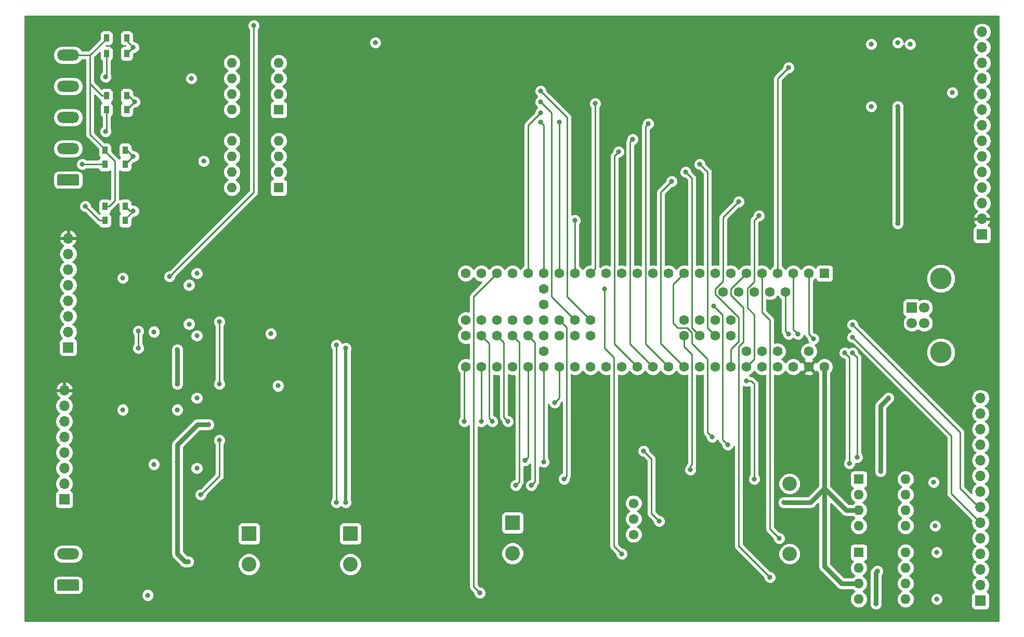
<source format=gbr>
G04 #@! TF.GenerationSoftware,KiCad,Pcbnew,(5.0.2)-1*
G04 #@! TF.CreationDate,2019-03-31T18:50:53-04:00*
G04 #@! TF.ProjectId,SolarCarECU,536f6c61-7243-4617-9245-43552e6b6963,rev?*
G04 #@! TF.SameCoordinates,Original*
G04 #@! TF.FileFunction,Copper,L4,Bot*
G04 #@! TF.FilePolarity,Positive*
%FSLAX46Y46*%
G04 Gerber Fmt 4.6, Leading zero omitted, Abs format (unit mm)*
G04 Created by KiCad (PCBNEW (5.0.2)-1) date 3/31/2019 6:50:53 PM*
%MOMM*%
%LPD*%
G01*
G04 APERTURE LIST*
G04 #@! TA.AperFunction,SMDPad,CuDef*
%ADD10R,0.900000X1.200000*%
G04 #@! TD*
G04 #@! TA.AperFunction,ComponentPad*
%ADD11C,1.600000*%
G04 #@! TD*
G04 #@! TA.AperFunction,ComponentPad*
%ADD12R,1.600000X1.600000*%
G04 #@! TD*
G04 #@! TA.AperFunction,ComponentPad*
%ADD13C,2.336800*%
G04 #@! TD*
G04 #@! TA.AperFunction,ComponentPad*
%ADD14C,1.574800*%
G04 #@! TD*
G04 #@! TA.AperFunction,ComponentPad*
%ADD15R,1.700000X1.700000*%
G04 #@! TD*
G04 #@! TA.AperFunction,ComponentPad*
%ADD16C,1.700000*%
G04 #@! TD*
G04 #@! TA.AperFunction,ComponentPad*
%ADD17C,3.500000*%
G04 #@! TD*
G04 #@! TA.AperFunction,ComponentPad*
%ADD18R,2.400000X2.400000*%
G04 #@! TD*
G04 #@! TA.AperFunction,ComponentPad*
%ADD19C,2.400000*%
G04 #@! TD*
G04 #@! TA.AperFunction,ComponentPad*
%ADD20O,1.700000X1.700000*%
G04 #@! TD*
G04 #@! TA.AperFunction,ComponentPad*
%ADD21O,1.600000X1.600000*%
G04 #@! TD*
G04 #@! TA.AperFunction,Conductor*
%ADD22C,0.100000*%
G04 #@! TD*
G04 #@! TA.AperFunction,ComponentPad*
%ADD23C,1.800000*%
G04 #@! TD*
G04 #@! TA.AperFunction,ComponentPad*
%ADD24O,3.600000X1.800000*%
G04 #@! TD*
G04 #@! TA.AperFunction,ViaPad*
%ADD25C,0.800000*%
G04 #@! TD*
G04 #@! TA.AperFunction,Conductor*
%ADD26C,0.762000*%
G04 #@! TD*
G04 #@! TA.AperFunction,Conductor*
%ADD27C,0.250000*%
G04 #@! TD*
G04 #@! TA.AperFunction,Conductor*
%ADD28C,0.508000*%
G04 #@! TD*
G04 #@! TA.AperFunction,Conductor*
%ADD29C,0.254000*%
G04 #@! TD*
G04 APERTURE END LIST*
D10*
G04 #@! TO.P,D6,2*
G04 #@! TO.N,GND*
X98934000Y-58674000D03*
G04 #@! TO.P,D6,1*
G04 #@! TO.N,/BRAKELIGHTS*
X102234000Y-58674000D03*
G04 #@! TD*
G04 #@! TO.P,D10,1*
G04 #@! TO.N,/BLINKERS*
X102234000Y-49276000D03*
G04 #@! TO.P,D10,2*
G04 #@! TO.N,GND*
X98934000Y-49276000D03*
G04 #@! TD*
G04 #@! TO.P,D9,2*
G04 #@! TO.N,/BLINKERS*
X102234000Y-51816000D03*
G04 #@! TO.P,D9,1*
G04 #@! TO.N,+12V*
X98934000Y-51816000D03*
G04 #@! TD*
G04 #@! TO.P,D7,1*
G04 #@! TO.N,+12V*
X98680000Y-69850000D03*
G04 #@! TO.P,D7,2*
G04 #@! TO.N,/HEADLIGHTS*
X101980000Y-69850000D03*
G04 #@! TD*
G04 #@! TO.P,D5,2*
G04 #@! TO.N,/BRAKELIGHTS*
X102234000Y-60960000D03*
G04 #@! TO.P,D5,1*
G04 #@! TO.N,+12V*
X98934000Y-60960000D03*
G04 #@! TD*
G04 #@! TO.P,D4,1*
G04 #@! TO.N,/HORN*
X101980000Y-76708000D03*
G04 #@! TO.P,D4,2*
G04 #@! TO.N,GND*
X98680000Y-76708000D03*
G04 #@! TD*
G04 #@! TO.P,D8,2*
G04 #@! TO.N,GND*
X98680000Y-67564000D03*
G04 #@! TO.P,D8,1*
G04 #@! TO.N,/HEADLIGHTS*
X101980000Y-67564000D03*
G04 #@! TD*
G04 #@! TO.P,D3,1*
G04 #@! TO.N,+12V*
X98680000Y-78994000D03*
G04 #@! TO.P,D3,2*
G04 #@! TO.N,/HORN*
X101980000Y-78994000D03*
G04 #@! TD*
D11*
G04 #@! TO.P,U1,17*
G04 #@! TO.N,/LV_HAZARD_LED*
X175260000Y-87630000D03*
G04 #@! TO.P,U1,18*
G04 #@! TO.N,/LV_DOWN_CTRL*
X172720000Y-87630000D03*
G04 #@! TO.P,U1,19*
G04 #@! TO.N,/LV_UP_CTRL*
X170180000Y-87630000D03*
G04 #@! TO.P,U1,20*
G04 #@! TO.N,/LV_SEL_CTRL*
X167640000Y-87630000D03*
G04 #@! TO.P,U1,16*
G04 #@! TO.N,/LV_HAZARD_CTRL*
X177800000Y-87630000D03*
G04 #@! TO.P,U1,15*
G04 #@! TO.N,+3V3*
X180340000Y-87630000D03*
G04 #@! TO.P,U1,14*
G04 #@! TO.N,/MOSI_0*
X182880000Y-87630000D03*
G04 #@! TO.P,U1,21*
G04 #@! TO.N,Net-(R3-Pad2)*
X165100000Y-87630000D03*
G04 #@! TO.P,U1,22*
G04 #@! TO.N,Net-(R4-Pad2)*
X162560000Y-87630000D03*
G04 #@! TO.P,U1,23*
G04 #@! TO.N,/UART_4_RX*
X160020000Y-87630000D03*
G04 #@! TO.P,U1,24*
G04 #@! TO.N,/UART_4_TX*
X157480000Y-87630000D03*
G04 #@! TO.P,U1,25*
G04 #@! TO.N,Net-(BT1-Pad1)*
X170180000Y-90170000D03*
G04 #@! TO.P,U1,26*
G04 #@! TO.N,+3V3*
X170180000Y-92710000D03*
G04 #@! TO.P,U1,27*
G04 #@! TO.N,GND*
X170180000Y-95250000D03*
G04 #@! TO.P,U1,28*
G04 #@! TO.N,Net-(U1-Pad28)*
X170180000Y-97790000D03*
G04 #@! TO.P,U1,29*
G04 #@! TO.N,Net-(U1-Pad29)*
X170180000Y-100330000D03*
G04 #@! TO.P,U1,30*
G04 #@! TO.N,/CAN1_TX*
X157480000Y-102870000D03*
G04 #@! TO.P,U1,31*
G04 #@! TO.N,/CAN1_RX*
X160020000Y-102870000D03*
G04 #@! TO.P,U1,32*
G04 #@! TO.N,/PWM_MOTOR_L_THROTTLE*
X162560000Y-102870000D03*
G04 #@! TO.P,U1,33*
G04 #@! TO.N,/PWM_MOTOR_L_REGEN*
X165100000Y-102870000D03*
G04 #@! TO.P,U1,34*
G04 #@! TO.N,/PWM_MOTOR_R_REGEN*
X167640000Y-102870000D03*
G04 #@! TO.P,U1,35*
G04 #@! TO.N,/PWM_MOTOR_R_THROTTLE*
X170180000Y-102870000D03*
G04 #@! TO.P,U1,36*
G04 #@! TO.N,/LV_MOTOR_R_ECO_EN*
X172720000Y-102870000D03*
G04 #@! TO.P,U1,37*
G04 #@! TO.N,/DAC_0*
X175260000Y-102870000D03*
G04 #@! TO.P,U1,13*
G04 #@! TO.N,/MISO_0*
X185420000Y-87630000D03*
G04 #@! TO.P,U1,12*
G04 #@! TO.N,/CS_0*
X187960000Y-87630000D03*
G04 #@! TO.P,U1,11*
G04 #@! TO.N,Net-(U1-Pad11)*
X190500000Y-87630000D03*
G04 #@! TO.P,U1,10*
G04 #@! TO.N,/UART_3_TX*
X193040000Y-87630000D03*
G04 #@! TO.P,U1,9*
G04 #@! TO.N,/UART_3_RX*
X195580000Y-87630000D03*
G04 #@! TO.P,U1,8*
G04 #@! TO.N,Net-(U1-Pad8)*
X198120000Y-87630000D03*
G04 #@! TO.P,U1,7*
G04 #@! TO.N,Net-(U1-Pad7)*
X200660000Y-87630000D03*
G04 #@! TO.P,U1,6*
G04 #@! TO.N,Net-(R2-Pad2)*
X203200000Y-87630000D03*
G04 #@! TO.P,U1,5*
G04 #@! TO.N,Net-(R1-Pad2)*
X205740000Y-87630000D03*
G04 #@! TO.P,U1,4*
G04 #@! TO.N,/LV_KILL_SENSE*
X208280000Y-87630000D03*
G04 #@! TO.P,U1,3*
G04 #@! TO.N,/UART_1_TX*
X210820000Y-87630000D03*
G04 #@! TO.P,U1,2*
G04 #@! TO.N,/UART_1_RX*
X213360000Y-87630000D03*
D12*
G04 #@! TO.P,U1,1*
G04 #@! TO.N,GND*
X215900000Y-87630000D03*
D11*
G04 #@! TO.P,U1,38*
G04 #@! TO.N,/DAC_1*
X177800000Y-102870000D03*
G04 #@! TO.P,U1,39*
G04 #@! TO.N,GND*
X180340000Y-102870000D03*
G04 #@! TO.P,U1,40*
G04 #@! TO.N,/SCK_0*
X182880000Y-102870000D03*
G04 #@! TO.P,U1,41*
G04 #@! TO.N,/LV_GEARSHIFT_CTRL*
X185420000Y-102870000D03*
G04 #@! TO.P,U1,42*
G04 #@! TO.N,/LV_TURNSIG_CTRL*
X187960000Y-102870000D03*
G04 #@! TO.P,U1,43*
G04 #@! TO.N,/LV_THROTTLE_CTRL*
X190500000Y-102870000D03*
G04 #@! TO.P,U1,44*
G04 #@! TO.N,/LV_REGEN_CTRL*
X193040000Y-102870000D03*
G04 #@! TO.P,U1,45*
G04 #@! TO.N,/SDA_0*
X195580000Y-102870000D03*
G04 #@! TO.P,U1,46*
G04 #@! TO.N,/SCL_0*
X198120000Y-102870000D03*
G04 #@! TO.P,U1,47*
G04 #@! TO.N,/LV_BRAKE_CTRL*
X200660000Y-102870000D03*
G04 #@! TO.P,U1,48*
G04 #@! TO.N,/LV_STEER_CTRL*
X203200000Y-102870000D03*
G04 #@! TO.P,U1,49*
G04 #@! TO.N,Net-(U1-Pad49)*
X205740000Y-102870000D03*
G04 #@! TO.P,U1,50*
G04 #@! TO.N,Net-(U1-Pad50)*
X208280000Y-102870000D03*
G04 #@! TO.P,U1,51*
G04 #@! TO.N,Net-(U1-Pad51)*
X210820000Y-102870000D03*
G04 #@! TO.P,U1,52*
G04 #@! TO.N,GNDA*
X213360000Y-102870000D03*
G04 #@! TO.P,U1,53*
G04 #@! TO.N,+5V*
X215900000Y-102870000D03*
G04 #@! TO.P,U1,54*
G04 #@! TO.N,Net-(U1-Pad54)*
X213360000Y-100330000D03*
G04 #@! TO.P,U1,55*
G04 #@! TO.N,Net-(U1-Pad55)*
X208280000Y-100330000D03*
G04 #@! TO.P,U1,56*
G04 #@! TO.N,/LV_MOTOR_R_METER*
X205740000Y-100330000D03*
G04 #@! TO.P,U1,57*
G04 #@! TO.N,/LV_MOTOR_L_METER*
X203200000Y-100330000D03*
G04 #@! TO.P,U1,63*
G04 #@! TO.N,Net-(U1-Pad63)*
X200660000Y-95250000D03*
G04 #@! TO.P,U1,64*
G04 #@! TO.N,Net-(U1-Pad64)*
X198120000Y-95250000D03*
G04 #@! TO.P,U1,65*
G04 #@! TO.N,Net-(U1-Pad65)*
X195580000Y-95250000D03*
G04 #@! TO.P,U1,66*
G04 #@! TO.N,Net-(U1-Pad66)*
X193040000Y-95250000D03*
G04 #@! TO.P,U1,67*
G04 #@! TO.N,/LV_BLINKERS*
X177800000Y-95250000D03*
G04 #@! TO.P,U1,68*
G04 #@! TO.N,/LV_BRAKELIGHTS*
X175260000Y-95250000D03*
G04 #@! TO.P,U1,69*
G04 #@! TO.N,/LV_MOTOR_L_FWD_EN*
X172720000Y-95250000D03*
G04 #@! TO.P,U1,70*
G04 #@! TO.N,/CS_2*
X167640000Y-95250000D03*
G04 #@! TO.P,U1,71*
G04 #@! TO.N,/MOSI_2*
X165100000Y-95250000D03*
G04 #@! TO.P,U1,72*
G04 #@! TO.N,/MISO_2*
X162560000Y-95250000D03*
G04 #@! TO.P,U1,73*
G04 #@! TO.N,/SCK_2*
X160020000Y-95250000D03*
G04 #@! TO.P,U1,74*
G04 #@! TO.N,GND*
X157480000Y-95250000D03*
G04 #@! TO.P,U1,75*
G04 #@! TO.N,+3V3*
X157480000Y-97790000D03*
G04 #@! TO.P,U1,76*
G04 #@! TO.N,/UART_6_RX*
X160020000Y-97790000D03*
G04 #@! TO.P,U1,77*
G04 #@! TO.N,/UART_6_TX*
X162560000Y-97790000D03*
G04 #@! TO.P,U1,78*
G04 #@! TO.N,/LV_MOTOR_L_ECO_EN*
X165100000Y-97790000D03*
G04 #@! TO.P,U1,79*
G04 #@! TO.N,/LV_MOTOR_L_REGEN_EN*
X167640000Y-97790000D03*
G04 #@! TO.P,U1,80*
G04 #@! TO.N,/LV_MOTOR_R_REV_EN*
X172720000Y-97790000D03*
G04 #@! TO.P,U1,81*
G04 #@! TO.N,/LV_MOTOR_R_FWD_EN*
X175260000Y-97790000D03*
G04 #@! TO.P,U1,82*
G04 #@! TO.N,/LV_MOTOR_R_REGEN_EN*
X177800000Y-97790000D03*
G04 #@! TO.P,U1,83*
G04 #@! TO.N,/LV_MOTOR_L_REV_EN*
X193040000Y-97790000D03*
G04 #@! TO.P,U1,84*
G04 #@! TO.N,/LV_HORN*
X195580000Y-97790000D03*
G04 #@! TO.P,U1,85*
G04 #@! TO.N,/LV_HEADLIGHTS*
X198120000Y-97790000D03*
G04 #@! TO.P,U1,86*
G04 #@! TO.N,/USB_MASTER-SLAVE_SEL*
X200660000Y-97790000D03*
G04 #@! TO.P,U1,58*
G04 #@! TO.N,+5V*
X209550000Y-90630000D03*
G04 #@! TO.P,U1,59*
G04 #@! TO.N,/USB_D-*
X207010000Y-90630000D03*
G04 #@! TO.P,U1,60*
G04 #@! TO.N,/USB_D+*
X204470000Y-90630000D03*
G04 #@! TO.P,U1,61*
G04 #@! TO.N,GND*
X201930000Y-90630000D03*
G04 #@! TO.P,U1,62*
X199390000Y-90630000D03*
G04 #@! TD*
D13*
G04 #@! TO.P,U4,5*
G04 #@! TO.N,N/C*
X210201001Y-121920000D03*
G04 #@! TO.P,U4,4*
X210201001Y-133350000D03*
D14*
G04 #@! TO.P,U4,3*
G04 #@! TO.N,+5V*
X184801001Y-125095000D03*
G04 #@! TO.P,U4,2*
G04 #@! TO.N,GND*
X184801001Y-127635000D03*
G04 #@! TO.P,U4,1*
G04 #@! TO.N,Net-(C9-Pad1)*
X184801001Y-130175000D03*
G04 #@! TD*
D15*
G04 #@! TO.P,J2,1*
G04 #@! TO.N,Net-(D1-Pad2)*
X230124000Y-93218000D03*
D16*
G04 #@! TO.P,J2,2*
G04 #@! TO.N,/USB_D-*
X230124000Y-95718000D03*
G04 #@! TO.P,J2,3*
G04 #@! TO.N,/USB_D+*
X232124000Y-95718000D03*
G04 #@! TO.P,J2,4*
G04 #@! TO.N,GND*
X232124000Y-93218000D03*
D17*
G04 #@! TO.P,J2,5*
X234834000Y-88448000D03*
X234834000Y-100488000D03*
G04 #@! TD*
D18*
G04 #@! TO.P,C1,1*
G04 #@! TO.N,Net-(C1-Pad1)*
X122174000Y-130048000D03*
D19*
G04 #@! TO.P,C1,2*
G04 #@! TO.N,GND*
X122174000Y-135048000D03*
G04 #@! TD*
G04 #@! TO.P,C4,2*
G04 #@! TO.N,GND*
X138684000Y-135048000D03*
D18*
G04 #@! TO.P,C4,1*
G04 #@! TO.N,Net-(C4-Pad1)*
X138684000Y-130048000D03*
G04 #@! TD*
G04 #@! TO.P,C10,1*
G04 #@! TO.N,+5V*
X165100000Y-128270000D03*
D19*
G04 #@! TO.P,C10,2*
G04 #@! TO.N,GND*
X165100000Y-133270000D03*
G04 #@! TD*
D20*
G04 #@! TO.P,J4,8*
G04 #@! TO.N,GNDA*
X92710000Y-81915000D03*
G04 #@! TO.P,J4,7*
G04 #@! TO.N,/MOTOR_R_REV_EN*
X92710000Y-84455000D03*
G04 #@! TO.P,J4,6*
G04 #@! TO.N,/MOTOR_R_FWD_EN*
X92710000Y-86995000D03*
G04 #@! TO.P,J4,5*
G04 #@! TO.N,/MOTOR_R_ECO_EN*
X92710000Y-89535000D03*
G04 #@! TO.P,J4,4*
G04 #@! TO.N,/MOTOR_R_REGEN_EN*
X92710000Y-92075000D03*
G04 #@! TO.P,J4,3*
G04 #@! TO.N,/MOTOR_R_METER*
X92710000Y-94615000D03*
G04 #@! TO.P,J4,2*
G04 #@! TO.N,/MOTOR_R_THROTTLE*
X92710000Y-97155000D03*
D15*
G04 #@! TO.P,J4,1*
G04 #@! TO.N,/MOTOR_R_REGEN*
X92710000Y-99695000D03*
G04 #@! TD*
G04 #@! TO.P,J5,1*
G04 #@! TO.N,/MOTOR_L_REGEN*
X92075000Y-124460000D03*
D20*
G04 #@! TO.P,J5,2*
G04 #@! TO.N,/MOTOR_L_THROTTLE*
X92075000Y-121920000D03*
G04 #@! TO.P,J5,3*
G04 #@! TO.N,/MOTOR_L_METER*
X92075000Y-119380000D03*
G04 #@! TO.P,J5,4*
G04 #@! TO.N,/MOTOR_L_REGEN_EN*
X92075000Y-116840000D03*
G04 #@! TO.P,J5,5*
G04 #@! TO.N,/MOTOR_L_ECO_EN*
X92075000Y-114300000D03*
G04 #@! TO.P,J5,6*
G04 #@! TO.N,/MOTOR_L_FWD_EN*
X92075000Y-111760000D03*
G04 #@! TO.P,J5,7*
G04 #@! TO.N,/MOTOR_L_REV_EN*
X92075000Y-109220000D03*
G04 #@! TO.P,J5,8*
G04 #@! TO.N,GNDA*
X92075000Y-106680000D03*
G04 #@! TD*
D15*
G04 #@! TO.P,J6,1*
G04 #@! TO.N,+12V*
X241554000Y-81280000D03*
D20*
G04 #@! TO.P,J6,2*
G04 #@! TO.N,GNDA*
X241554000Y-78740000D03*
G04 #@! TO.P,J6,3*
G04 #@! TO.N,/STEER_CTRL*
X241554000Y-76200000D03*
G04 #@! TO.P,J6,4*
G04 #@! TO.N,/BRAKE_CTRL*
X241554000Y-73660000D03*
G04 #@! TO.P,J6,5*
G04 #@! TO.N,/REGEN_CTRL*
X241554000Y-71120000D03*
G04 #@! TO.P,J6,6*
G04 #@! TO.N,/GEARSHIFT_CTRL*
X241554000Y-68580000D03*
G04 #@! TO.P,J6,7*
G04 #@! TO.N,/TURNSIG_CTRL*
X241554000Y-66040000D03*
G04 #@! TO.P,J6,8*
G04 #@! TO.N,/THROTTLE_CTRL*
X241554000Y-63500000D03*
G04 #@! TO.P,J6,9*
G04 #@! TO.N,/HAZARD_CTRL*
X241554000Y-60960000D03*
G04 #@! TO.P,J6,10*
G04 #@! TO.N,/DOWN_CTRL*
X241554000Y-58420000D03*
G04 #@! TO.P,J6,11*
G04 #@! TO.N,/UP_CTRL*
X241554000Y-55880000D03*
G04 #@! TO.P,J6,12*
G04 #@! TO.N,/SEL_CTRL*
X241554000Y-53340000D03*
G04 #@! TO.P,J6,13*
G04 #@! TO.N,/KILL_SENSE*
X241554000Y-50800000D03*
G04 #@! TO.P,J6,14*
G04 #@! TO.N,/HAZARD_LED*
X241554000Y-48260000D03*
G04 #@! TD*
D21*
G04 #@! TO.P,U2,8*
G04 #@! TO.N,Net-(U2-Pad8)*
X119380000Y-73660000D03*
G04 #@! TO.P,U2,4*
G04 #@! TO.N,/LV_HEADLIGHTS*
X127000000Y-66040000D03*
G04 #@! TO.P,U2,7*
G04 #@! TO.N,Net-(R48-Pad2)*
X119380000Y-71120000D03*
G04 #@! TO.P,U2,3*
G04 #@! TO.N,GND*
X127000000Y-68580000D03*
G04 #@! TO.P,U2,6*
G04 #@! TO.N,+12V*
X119380000Y-68580000D03*
G04 #@! TO.P,U2,2*
G04 #@! TO.N,/LV_HORN*
X127000000Y-71120000D03*
G04 #@! TO.P,U2,5*
G04 #@! TO.N,Net-(R49-Pad2)*
X119380000Y-66040000D03*
D12*
G04 #@! TO.P,U2,1*
G04 #@! TO.N,Net-(U2-Pad1)*
X127000000Y-73660000D03*
G04 #@! TD*
G04 #@! TO.P,U3,1*
G04 #@! TO.N,Net-(U3-Pad1)*
X127000000Y-60960000D03*
D21*
G04 #@! TO.P,U3,5*
G04 #@! TO.N,Net-(R51-Pad2)*
X119380000Y-53340000D03*
G04 #@! TO.P,U3,2*
G04 #@! TO.N,/LV_BRAKELIGHTS*
X127000000Y-58420000D03*
G04 #@! TO.P,U3,6*
G04 #@! TO.N,+12V*
X119380000Y-55880000D03*
G04 #@! TO.P,U3,3*
G04 #@! TO.N,GND*
X127000000Y-55880000D03*
G04 #@! TO.P,U3,7*
G04 #@! TO.N,Net-(R50-Pad2)*
X119380000Y-58420000D03*
G04 #@! TO.P,U3,4*
G04 #@! TO.N,/LV_BLINKERS*
X127000000Y-53340000D03*
G04 #@! TO.P,U3,8*
G04 #@! TO.N,Net-(U3-Pad8)*
X119380000Y-60960000D03*
G04 #@! TD*
D12*
G04 #@! TO.P,U5,1*
G04 #@! TO.N,/CAN0_TX*
X221488000Y-133096000D03*
D21*
G04 #@! TO.P,U5,5*
G04 #@! TO.N,+3V3*
X229108000Y-140716000D03*
G04 #@! TO.P,U5,2*
G04 #@! TO.N,GND*
X221488000Y-135636000D03*
G04 #@! TO.P,U5,6*
G04 #@! TO.N,/CAN0_L*
X229108000Y-138176000D03*
G04 #@! TO.P,U5,3*
G04 #@! TO.N,+5V*
X221488000Y-138176000D03*
G04 #@! TO.P,U5,7*
G04 #@! TO.N,/CAN0_H*
X229108000Y-135636000D03*
G04 #@! TO.P,U5,4*
G04 #@! TO.N,/CAN0_RX*
X221488000Y-140716000D03*
G04 #@! TO.P,U5,8*
G04 #@! TO.N,Net-(R8-Pad1)*
X229108000Y-133096000D03*
G04 #@! TD*
G04 #@! TO.P,U6,8*
G04 #@! TO.N,Net-(R9-Pad1)*
X229108000Y-121158000D03*
G04 #@! TO.P,U6,4*
G04 #@! TO.N,/CAN1_RX*
X221488000Y-128778000D03*
G04 #@! TO.P,U6,7*
G04 #@! TO.N,/CAN1_H*
X229108000Y-123698000D03*
G04 #@! TO.P,U6,3*
G04 #@! TO.N,+5V*
X221488000Y-126238000D03*
G04 #@! TO.P,U6,6*
G04 #@! TO.N,/CAN1_L*
X229108000Y-126238000D03*
G04 #@! TO.P,U6,2*
G04 #@! TO.N,GND*
X221488000Y-123698000D03*
G04 #@! TO.P,U6,5*
G04 #@! TO.N,+3V3*
X229108000Y-128778000D03*
D12*
G04 #@! TO.P,U6,1*
G04 #@! TO.N,/CAN1_TX*
X221488000Y-121158000D03*
G04 #@! TD*
D22*
G04 #@! TO.N,GND*
G04 #@! TO.C,J1*
G36*
X94284504Y-137531204D02*
X94308773Y-137534804D01*
X94332571Y-137540765D01*
X94355671Y-137549030D01*
X94377849Y-137559520D01*
X94398893Y-137572133D01*
X94418598Y-137586747D01*
X94436777Y-137603223D01*
X94453253Y-137621402D01*
X94467867Y-137641107D01*
X94480480Y-137662151D01*
X94490970Y-137684329D01*
X94499235Y-137707429D01*
X94505196Y-137731227D01*
X94508796Y-137755496D01*
X94510000Y-137780000D01*
X94510000Y-139080000D01*
X94508796Y-139104504D01*
X94505196Y-139128773D01*
X94499235Y-139152571D01*
X94490970Y-139175671D01*
X94480480Y-139197849D01*
X94467867Y-139218893D01*
X94453253Y-139238598D01*
X94436777Y-139256777D01*
X94418598Y-139273253D01*
X94398893Y-139287867D01*
X94377849Y-139300480D01*
X94355671Y-139310970D01*
X94332571Y-139319235D01*
X94308773Y-139325196D01*
X94284504Y-139328796D01*
X94260000Y-139330000D01*
X91160000Y-139330000D01*
X91135496Y-139328796D01*
X91111227Y-139325196D01*
X91087429Y-139319235D01*
X91064329Y-139310970D01*
X91042151Y-139300480D01*
X91021107Y-139287867D01*
X91001402Y-139273253D01*
X90983223Y-139256777D01*
X90966747Y-139238598D01*
X90952133Y-139218893D01*
X90939520Y-139197849D01*
X90929030Y-139175671D01*
X90920765Y-139152571D01*
X90914804Y-139128773D01*
X90911204Y-139104504D01*
X90910000Y-139080000D01*
X90910000Y-137780000D01*
X90911204Y-137755496D01*
X90914804Y-137731227D01*
X90920765Y-137707429D01*
X90929030Y-137684329D01*
X90939520Y-137662151D01*
X90952133Y-137641107D01*
X90966747Y-137621402D01*
X90983223Y-137603223D01*
X91001402Y-137586747D01*
X91021107Y-137572133D01*
X91042151Y-137559520D01*
X91064329Y-137549030D01*
X91087429Y-137540765D01*
X91111227Y-137534804D01*
X91135496Y-137531204D01*
X91160000Y-137530000D01*
X94260000Y-137530000D01*
X94284504Y-137531204D01*
X94284504Y-137531204D01*
G37*
D23*
G04 #@! TD*
G04 #@! TO.P,J1,1*
G04 #@! TO.N,GND*
X92710000Y-138430000D03*
D24*
G04 #@! TO.P,J1,2*
G04 #@! TO.N,Net-(J1-Pad2)*
X92710000Y-133350000D03*
G04 #@! TD*
D15*
G04 #@! TO.P,J7,1*
G04 #@! TO.N,+5V*
X241300000Y-140970000D03*
D20*
G04 #@! TO.P,J7,2*
G04 #@! TO.N,/CAN0_L*
X241300000Y-138430000D03*
G04 #@! TO.P,J7,3*
G04 #@! TO.N,/CAN0_H*
X241300000Y-135890000D03*
G04 #@! TO.P,J7,4*
G04 #@! TO.N,/CAN1_L*
X241300000Y-133350000D03*
G04 #@! TO.P,J7,5*
G04 #@! TO.N,/CAN1_H*
X241300000Y-130810000D03*
G04 #@! TO.P,J7,6*
G04 #@! TO.N,/SCL_0*
X241300000Y-128270000D03*
G04 #@! TO.P,J7,7*
G04 #@! TO.N,/SDA_0*
X241300000Y-125730000D03*
G04 #@! TO.P,J7,8*
G04 #@! TO.N,Net-(J7-Pad8)*
X241300000Y-123190000D03*
G04 #@! TO.P,J7,9*
G04 #@! TO.N,Net-(J7-Pad9)*
X241300000Y-120650000D03*
G04 #@! TO.P,J7,10*
G04 #@! TO.N,Net-(J7-Pad10)*
X241300000Y-118110000D03*
G04 #@! TO.P,J7,11*
G04 #@! TO.N,Net-(J7-Pad11)*
X241300000Y-115570000D03*
G04 #@! TO.P,J7,12*
G04 #@! TO.N,Net-(J7-Pad12)*
X241300000Y-113030000D03*
G04 #@! TO.P,J7,13*
G04 #@! TO.N,Net-(J7-Pad13)*
X241300000Y-110490000D03*
G04 #@! TO.P,J7,14*
G04 #@! TO.N,GND*
X241300000Y-107950000D03*
G04 #@! TD*
D22*
G04 #@! TO.N,/HORN*
G04 #@! TO.C,J3*
G36*
X94284504Y-71491204D02*
X94308773Y-71494804D01*
X94332571Y-71500765D01*
X94355671Y-71509030D01*
X94377849Y-71519520D01*
X94398893Y-71532133D01*
X94418598Y-71546747D01*
X94436777Y-71563223D01*
X94453253Y-71581402D01*
X94467867Y-71601107D01*
X94480480Y-71622151D01*
X94490970Y-71644329D01*
X94499235Y-71667429D01*
X94505196Y-71691227D01*
X94508796Y-71715496D01*
X94510000Y-71740000D01*
X94510000Y-73040000D01*
X94508796Y-73064504D01*
X94505196Y-73088773D01*
X94499235Y-73112571D01*
X94490970Y-73135671D01*
X94480480Y-73157849D01*
X94467867Y-73178893D01*
X94453253Y-73198598D01*
X94436777Y-73216777D01*
X94418598Y-73233253D01*
X94398893Y-73247867D01*
X94377849Y-73260480D01*
X94355671Y-73270970D01*
X94332571Y-73279235D01*
X94308773Y-73285196D01*
X94284504Y-73288796D01*
X94260000Y-73290000D01*
X91160000Y-73290000D01*
X91135496Y-73288796D01*
X91111227Y-73285196D01*
X91087429Y-73279235D01*
X91064329Y-73270970D01*
X91042151Y-73260480D01*
X91021107Y-73247867D01*
X91001402Y-73233253D01*
X90983223Y-73216777D01*
X90966747Y-73198598D01*
X90952133Y-73178893D01*
X90939520Y-73157849D01*
X90929030Y-73135671D01*
X90920765Y-73112571D01*
X90914804Y-73088773D01*
X90911204Y-73064504D01*
X90910000Y-73040000D01*
X90910000Y-71740000D01*
X90911204Y-71715496D01*
X90914804Y-71691227D01*
X90920765Y-71667429D01*
X90929030Y-71644329D01*
X90939520Y-71622151D01*
X90952133Y-71601107D01*
X90966747Y-71581402D01*
X90983223Y-71563223D01*
X91001402Y-71546747D01*
X91021107Y-71532133D01*
X91042151Y-71519520D01*
X91064329Y-71509030D01*
X91087429Y-71500765D01*
X91111227Y-71494804D01*
X91135496Y-71491204D01*
X91160000Y-71490000D01*
X94260000Y-71490000D01*
X94284504Y-71491204D01*
X94284504Y-71491204D01*
G37*
D23*
G04 #@! TD*
G04 #@! TO.P,J3,1*
G04 #@! TO.N,/HORN*
X92710000Y-72390000D03*
D24*
G04 #@! TO.P,J3,2*
G04 #@! TO.N,/HEADLIGHTS*
X92710000Y-67310000D03*
G04 #@! TO.P,J3,3*
G04 #@! TO.N,/BRAKELIGHTS*
X92710000Y-62230000D03*
G04 #@! TO.P,J3,4*
G04 #@! TO.N,/BLINKERS*
X92710000Y-57150000D03*
G04 #@! TO.P,J3,5*
G04 #@! TO.N,GND*
X92710000Y-52070000D03*
G04 #@! TD*
D25*
G04 #@! TO.N,+12V*
X110490000Y-118364000D03*
X112395000Y-95885000D03*
X112268000Y-134619998D03*
X227838000Y-60452000D03*
X224282000Y-141478000D03*
X224536000Y-136144000D03*
X225044000Y-119888000D03*
X226314000Y-107950000D03*
X110490000Y-100076000D03*
X110490000Y-105664000D03*
X115570000Y-112268000D03*
X98806000Y-55626000D03*
X98806000Y-64516000D03*
X94996000Y-69850000D03*
X95504000Y-76708000D03*
X227838000Y-79502000D03*
G04 #@! TO.N,GND*
X233934000Y-128778000D03*
X233680000Y-121666000D03*
X142748000Y-50038000D03*
X229870000Y-50292000D03*
X223520000Y-50292000D03*
X223520000Y-60452000D03*
X101600000Y-109855000D03*
X113665000Y-119380000D03*
X113665000Y-87630000D03*
X126892621Y-105937621D03*
X105670000Y-140075000D03*
X106680000Y-118745000D03*
X113665000Y-107950000D03*
X113665000Y-97790000D03*
X112776000Y-55880000D03*
X236728000Y-58166000D03*
X114782500Y-69342000D03*
X106680000Y-97155000D03*
X101600000Y-88392000D03*
X234188000Y-133096010D03*
X234187988Y-140716000D03*
G04 #@! TO.N,+5V*
X125730000Y-97460000D03*
X137922000Y-99822000D03*
X137922000Y-124968002D03*
X209280013Y-124968000D03*
X210058000Y-97536000D03*
G04 #@! TO.N,+3V3*
X112395000Y-89535000D03*
X110490000Y-109855000D03*
X227837988Y-50038000D03*
G04 #@! TO.N,GNDA*
X231140000Y-76200000D03*
X231140000Y-63500000D03*
X231140000Y-66040000D03*
X231140000Y-68580000D03*
X231140000Y-71120000D03*
X231140000Y-73660000D03*
X130810000Y-109220000D03*
X126746000Y-116586000D03*
X125775121Y-87861639D03*
X134620000Y-87793990D03*
X134616428Y-87793990D03*
X120525880Y-94348800D03*
X126965694Y-87908987D03*
X122682000Y-109474000D03*
X100330000Y-119380000D03*
X112014000Y-81788000D03*
X100076000Y-95504000D03*
X191770000Y-107442000D03*
X177800000Y-110744000D03*
X171958000Y-110744000D03*
X154432000Y-110744000D03*
X139700000Y-110744000D03*
X134874000Y-110744000D03*
X165354000Y-83058000D03*
X176530000Y-83058000D03*
X180340000Y-83058000D03*
X182880000Y-83058000D03*
X185420000Y-83058000D03*
X187960000Y-83058000D03*
X191770000Y-83058000D03*
X195580000Y-83058000D03*
X198120000Y-83058000D03*
X201930000Y-83058000D03*
X206248000Y-83058000D03*
X211328000Y-82042004D03*
G04 #@! TO.N,/LV_BRAKE_CTRL*
X201930000Y-75946000D03*
G04 #@! TO.N,/LV_REGEN_CTRL*
X191008000Y-72644000D03*
G04 #@! TO.N,/LV_THROTTLE_CTRL*
X187198000Y-63245998D03*
G04 #@! TO.N,/LV_TURNSIG_CTRL*
X184658010Y-65786000D03*
G04 #@! TO.N,/LV_GEARSHIFT_CTRL*
X182371996Y-67818000D03*
G04 #@! TO.N,/HEADLIGHTS*
X103310000Y-68580000D03*
G04 #@! TO.N,/BRAKELIGHTS*
X103505000Y-59690000D03*
G04 #@! TO.N,/BLINKERS*
X103310000Y-50800000D03*
G04 #@! TO.N,/MOTOR_L_REGEN*
X117348000Y-95504000D03*
X114300000Y-123698000D03*
X117348000Y-105664000D03*
X117348000Y-114808000D03*
G04 #@! TO.N,/MOTOR_L_THROTTLE*
X136398000Y-99314000D03*
X136398000Y-124968000D03*
G04 #@! TO.N,/HAZARD_LED*
X122936000Y-47244000D03*
X109220000Y-88138068D03*
G04 #@! TO.N,/HORN*
X103310000Y-77470000D03*
G04 #@! TO.N,Net-(R1-Pad2)*
X208534014Y-130810000D03*
G04 #@! TO.N,Net-(R2-Pad2)*
X207010000Y-137160000D03*
G04 #@! TO.N,Net-(R3-Pad2)*
X180086000Y-90170000D03*
X182880000Y-133350000D03*
G04 #@! TO.N,Net-(R4-Pad2)*
X159766000Y-139700000D03*
G04 #@! TO.N,/PWM_MOTOR_R_THROTTLE*
X170180000Y-118364000D03*
G04 #@! TO.N,/PWM_MOTOR_R_REGEN*
X167132000Y-118110000D03*
G04 #@! TO.N,/LV_HAZARD_LED*
X175260000Y-78994000D03*
G04 #@! TO.N,/LV_DOWN_CTRL*
X172720000Y-62992000D03*
G04 #@! TO.N,/LV_UP_CTRL*
X169672000Y-62992000D03*
G04 #@! TO.N,/LV_SEL_CTRL*
X169672000Y-61468000D03*
G04 #@! TO.N,/LV_HAZARD_CTRL*
X178562000Y-59944000D03*
G04 #@! TO.N,/CAN1_TX*
X157226000Y-111760000D03*
G04 #@! TO.N,/CAN1_RX*
X188976000Y-128016000D03*
X186436000Y-116586000D03*
X160020000Y-111760012D03*
G04 #@! TO.N,/SDA_0*
X220472000Y-96012000D03*
G04 #@! TO.N,/SCL_0*
X220472000Y-98044000D03*
G04 #@! TO.N,/LV_BLINKERS*
X169672000Y-57912012D03*
G04 #@! TO.N,/LV_BRAKELIGHTS*
X169672008Y-59690000D03*
G04 #@! TO.N,/LV_HEADLIGHTS*
X195580000Y-69849980D03*
G04 #@! TO.N,/LV_HORN*
X193294000Y-71120000D03*
G04 #@! TO.N,/LV_KILL_SENSE*
X210058000Y-54102000D03*
G04 #@! TO.N,/LV_MOTOR_L_REGEN_EN*
X168147996Y-122174000D03*
G04 #@! TO.N,/LV_MOTOR_L_ECO_EN*
X165608000Y-122174000D03*
G04 #@! TO.N,/LV_MOTOR_R_ECO_EN*
X104140000Y-97028000D03*
X104140000Y-99822002D03*
X171958000Y-108712004D03*
G04 #@! TO.N,/LV_MOTOR_L_FWD_EN*
X173482000Y-121121010D03*
G04 #@! TO.N,/LV_MOTOR_L_REV_EN*
X194056004Y-119634000D03*
G04 #@! TO.N,/LV_MOTOR_L_METER*
X204470000Y-121158000D03*
X203200000Y-105156000D03*
G04 #@! TO.N,/UART_3_TX*
X197611970Y-114300000D03*
G04 #@! TO.N,/UART_3_RX*
X197866000Y-92964000D03*
X200151999Y-115570001D03*
G04 #@! TO.N,/UART_6_RX*
X161797998Y-111759998D03*
G04 #@! TO.N,/UART_6_TX*
X164338000Y-111760000D03*
G04 #@! TO.N,/UART_1_RX*
X219964000Y-118618000D03*
X214122004Y-98298000D03*
X219202000Y-100584000D03*
G04 #@! TO.N,/UART_1_TX*
X221234000Y-117602000D03*
X220472000Y-100584000D03*
X211582000Y-97536000D03*
G04 #@! TO.N,/LV_STEER_CTRL*
X205232000Y-78232000D03*
G04 #@! TD*
D26*
G04 #@! TO.N,+12V*
X224282000Y-141478000D02*
X224282000Y-136398000D01*
X224282000Y-136398000D02*
X224536000Y-136144000D01*
X225044000Y-119888000D02*
X225044000Y-109220000D01*
X225044000Y-109220000D02*
X226314000Y-107950000D01*
X110490000Y-100076000D02*
X110490000Y-105664000D01*
X113792000Y-112268000D02*
X115570000Y-112268000D01*
X110490000Y-118364000D02*
X110490000Y-115570000D01*
X110490000Y-115570000D02*
X113792000Y-112268000D01*
X111759998Y-134619998D02*
X112268000Y-134619998D01*
X110490000Y-118364000D02*
X110490000Y-133350000D01*
X110490000Y-133350000D02*
X111759998Y-134619998D01*
D27*
X98934000Y-51816000D02*
X98934000Y-55498000D01*
X98934000Y-55498000D02*
X98806000Y-55626000D01*
X98934000Y-60960000D02*
X98934000Y-64388000D01*
X98934000Y-64388000D02*
X98806000Y-64516000D01*
X98680000Y-69850000D02*
X94996000Y-69850000D01*
X98680000Y-78994000D02*
X97790000Y-78994000D01*
X97790000Y-78994000D02*
X95504000Y-76708000D01*
D26*
X227838000Y-60452000D02*
X227838000Y-79502000D01*
D27*
G04 #@! TO.N,GND*
X98934000Y-49426000D02*
X98934000Y-49276000D01*
X96290000Y-52070000D02*
X98934000Y-49426000D01*
X92710000Y-52070000D02*
X96290000Y-52070000D01*
X96290000Y-56730000D02*
X96290000Y-52070000D01*
X98234000Y-58674000D02*
X96290000Y-56730000D01*
X98934000Y-58674000D02*
X98234000Y-58674000D01*
X96290000Y-65024000D02*
X96290000Y-56730000D01*
X98680000Y-67414000D02*
X96290000Y-65024000D01*
X98680000Y-67564000D02*
X98680000Y-67414000D01*
X99380000Y-76708000D02*
X100330000Y-75758000D01*
X98680000Y-76708000D02*
X99380000Y-76708000D01*
X98680000Y-67714000D02*
X98680000Y-67564000D01*
X100330000Y-69364000D02*
X98680000Y-67714000D01*
X100330000Y-75758000D02*
X100330000Y-69364000D01*
D26*
G04 #@! TO.N,+5V*
X215900000Y-102870000D02*
X215900000Y-116332000D01*
X215900000Y-116332000D02*
X215900000Y-124714000D01*
X215900000Y-124714000D02*
X215900000Y-124968000D01*
D28*
X137922000Y-99822000D02*
X137922000Y-124968002D01*
D26*
X215900000Y-122682000D02*
X215900000Y-124968000D01*
X221488000Y-126238000D02*
X219456000Y-126238000D01*
X219456000Y-126238000D02*
X215900000Y-122682000D01*
X213614000Y-124968000D02*
X209280013Y-124968000D01*
X215900000Y-122682000D02*
X213614000Y-124968000D01*
X215900000Y-135382000D02*
X215900000Y-124714000D01*
X221488000Y-138176000D02*
X218694000Y-138176000D01*
X218694000Y-138176000D02*
X215900000Y-135382000D01*
D27*
X209550000Y-90630000D02*
X209550000Y-97028000D01*
X209550000Y-97028000D02*
X210058000Y-97536000D01*
G04 #@! TO.N,GNDA*
X231140000Y-63500000D02*
X231140000Y-75946000D01*
X231140000Y-75946000D02*
X231394000Y-76200000D01*
G04 #@! TO.N,/LV_BRAKE_CTRL*
X198120000Y-90170000D02*
X198120000Y-91044998D01*
X201930000Y-94854998D02*
X201930000Y-98677590D01*
X198120000Y-91044998D02*
X201930000Y-94854998D01*
X200660000Y-101738630D02*
X200660000Y-102870000D01*
X201930000Y-98677590D02*
X200660000Y-99947590D01*
X200660000Y-99947590D02*
X200660000Y-101738630D01*
X199390000Y-88900000D02*
X198120000Y-90170000D01*
X199390000Y-78486000D02*
X199390000Y-88900000D01*
X201930000Y-75946000D02*
X199390000Y-78486000D01*
G04 #@! TO.N,/LV_REGEN_CTRL*
X193040000Y-102870000D02*
X189230000Y-99060000D01*
X190608001Y-73043999D02*
X191008000Y-72644000D01*
X189230000Y-74422000D02*
X190608001Y-73043999D01*
X189230000Y-99060000D02*
X189230000Y-74422000D01*
G04 #@! TO.N,/LV_THROTTLE_CTRL*
X186798001Y-99168001D02*
X186798001Y-63645997D01*
X186798001Y-63645997D02*
X187198000Y-63245998D01*
X190500000Y-102870000D02*
X186798001Y-99168001D01*
G04 #@! TO.N,/LV_TURNSIG_CTRL*
X184258011Y-66185999D02*
X184658010Y-65786000D01*
X184258011Y-99168011D02*
X184258011Y-66185999D01*
X187960000Y-102870000D02*
X184258011Y-99168011D01*
G04 #@! TO.N,/LV_GEARSHIFT_CTRL*
X181718007Y-68471989D02*
X181971997Y-68217999D01*
X181971997Y-68217999D02*
X182371996Y-67818000D01*
X185420000Y-102870000D02*
X181718007Y-99168007D01*
X181718007Y-99168007D02*
X181718007Y-68471989D01*
G04 #@! TO.N,/HEADLIGHTS*
X102294000Y-67564000D02*
X103310000Y-68580000D01*
X101980000Y-67564000D02*
X102294000Y-67564000D01*
X102040000Y-69850000D02*
X103310000Y-68580000D01*
X101980000Y-69850000D02*
X102040000Y-69850000D01*
G04 #@! TO.N,/BRAKELIGHTS*
X102489000Y-58674000D02*
X103505000Y-59690000D01*
X102234000Y-58674000D02*
X102489000Y-58674000D01*
X102235000Y-60960000D02*
X103505000Y-59690000D01*
X102234000Y-60960000D02*
X102235000Y-60960000D01*
G04 #@! TO.N,/BLINKERS*
X102234000Y-49724000D02*
X103310000Y-50800000D01*
X102234000Y-49276000D02*
X102234000Y-49724000D01*
X102294000Y-51816000D02*
X103310000Y-50800000D01*
X102234000Y-51816000D02*
X102294000Y-51816000D01*
G04 #@! TO.N,/MOTOR_L_REGEN*
X117348000Y-120650000D02*
X114699999Y-123298001D01*
X114699999Y-123298001D02*
X114300000Y-123698000D01*
X117348000Y-95504000D02*
X117348000Y-105664000D01*
X117348000Y-114808000D02*
X117348000Y-120650000D01*
G04 #@! TO.N,/MOTOR_L_THROTTLE*
X136398000Y-99314000D02*
X136398000Y-124968000D01*
D29*
G04 #@! TO.N,/HAZARD_LED*
X122936000Y-74422068D02*
X109619999Y-87738069D01*
X122936000Y-47244000D02*
X122936000Y-74422068D01*
X109619999Y-87738069D02*
X109220000Y-88138068D01*
D27*
G04 #@! TO.N,/HORN*
X102742000Y-77470000D02*
X101980000Y-76708000D01*
X103310000Y-77470000D02*
X102742000Y-77470000D01*
X101980000Y-78800000D02*
X103310000Y-77470000D01*
X101980000Y-78994000D02*
X101980000Y-78800000D01*
G04 #@! TO.N,Net-(R1-Pad2)*
X208134015Y-130410001D02*
X208534014Y-130810000D01*
X207010000Y-129285986D02*
X208134015Y-130410001D01*
X207010000Y-95250000D02*
X207010000Y-129285986D01*
X205740000Y-87630000D02*
X205740000Y-93980000D01*
X205740000Y-93980000D02*
X207010000Y-95250000D01*
G04 #@! TO.N,Net-(R2-Pad2)*
X201930000Y-132080000D02*
X201930000Y-99568000D01*
X201930000Y-99568000D02*
X202692000Y-98806000D01*
X202692000Y-98806000D02*
X202692000Y-93218000D01*
X200660000Y-90170000D02*
X203200000Y-87630000D01*
X202692000Y-93218000D02*
X200660000Y-91186000D01*
X207010000Y-137160000D02*
X201930000Y-132080000D01*
X200660000Y-91186000D02*
X200660000Y-90170000D01*
G04 #@! TO.N,Net-(R3-Pad2)*
X181609996Y-101345996D02*
X181609996Y-132079996D01*
X181609996Y-132079996D02*
X182480001Y-132950001D01*
X182480001Y-132950001D02*
X182880000Y-133350000D01*
X180086000Y-90170000D02*
X180086000Y-99822000D01*
X180086000Y-99822000D02*
X181609996Y-101345996D01*
G04 #@! TO.N,Net-(R4-Pad2)*
X158750000Y-91440000D02*
X158750000Y-138684000D01*
X159366001Y-139300001D02*
X159766000Y-139700000D01*
X162560000Y-87630000D02*
X158750000Y-91440000D01*
X158750000Y-138684000D02*
X159366001Y-139300001D01*
G04 #@! TO.N,/PWM_MOTOR_R_THROTTLE*
X170180000Y-118364000D02*
X170180000Y-102870000D01*
G04 #@! TO.N,/PWM_MOTOR_R_REGEN*
X167640000Y-117602000D02*
X167640000Y-102870000D01*
X167132000Y-118110000D02*
X167640000Y-117602000D01*
G04 #@! TO.N,/LV_HAZARD_LED*
X175260000Y-78994000D02*
X175260000Y-87630000D01*
G04 #@! TO.N,/LV_DOWN_CTRL*
X172720000Y-62992000D02*
X172720000Y-87630000D01*
G04 #@! TO.N,/LV_UP_CTRL*
X170180000Y-63500000D02*
X169672000Y-62992000D01*
X170180000Y-87630000D02*
X170180000Y-63500000D01*
G04 #@! TO.N,/LV_SEL_CTRL*
X167640000Y-63500000D02*
X167640000Y-87630000D01*
X169672000Y-61468000D02*
X167640000Y-63500000D01*
G04 #@! TO.N,/LV_HAZARD_CTRL*
X178562000Y-86868000D02*
X177800000Y-87630000D01*
X178562000Y-59944000D02*
X178562000Y-86868000D01*
G04 #@! TO.N,/CAN1_TX*
X157226000Y-103124000D02*
X157480000Y-102870000D01*
X157226000Y-111760000D02*
X157226000Y-103124000D01*
G04 #@! TO.N,/CAN1_RX*
X188976000Y-128016000D02*
X187706000Y-126746000D01*
X187706000Y-126746000D02*
X187706000Y-117856000D01*
X187706000Y-117856000D02*
X186436000Y-116586000D01*
X160020000Y-102870000D02*
X160020000Y-111760012D01*
G04 #@! TO.N,/SDA_0*
X237998000Y-113538000D02*
X220472000Y-96012000D01*
X237998000Y-122682000D02*
X237998000Y-113538000D01*
X241300000Y-125730000D02*
X241046000Y-125730000D01*
X241046000Y-125730000D02*
X237998000Y-122682000D01*
G04 #@! TO.N,/SCL_0*
X236531990Y-114103990D02*
X220472000Y-98044000D01*
X241300000Y-128270000D02*
X236531990Y-123501990D01*
X236531990Y-123501990D02*
X236531990Y-114103990D01*
G04 #@! TO.N,/LV_BLINKERS*
X177800000Y-95250000D02*
X173990000Y-91440000D01*
X173990000Y-62230012D02*
X170071999Y-58312011D01*
X173990000Y-91440000D02*
X173990000Y-62230012D01*
X170071999Y-58312011D02*
X169672000Y-57912012D01*
G04 #@! TO.N,/LV_BRAKELIGHTS*
X175260000Y-95250000D02*
X171449998Y-91439998D01*
X170072007Y-60089999D02*
X169672008Y-59690000D01*
X171449998Y-61467990D02*
X170072007Y-60089999D01*
X171449998Y-91439998D02*
X171449998Y-61467990D01*
G04 #@! TO.N,/LV_HEADLIGHTS*
X195979999Y-70249979D02*
X195580000Y-69849980D01*
X196850000Y-71119980D02*
X195979999Y-70249979D01*
X198120000Y-97790000D02*
X196850000Y-96520000D01*
X196850000Y-96520000D02*
X196850000Y-71119980D01*
G04 #@! TO.N,/LV_HORN*
X194310000Y-72136000D02*
X193693999Y-71519999D01*
X193693999Y-71519999D02*
X193294000Y-71120000D01*
X194310000Y-96520000D02*
X194310000Y-72136000D01*
X195580000Y-97790000D02*
X194310000Y-96520000D01*
G04 #@! TO.N,/LV_KILL_SENSE*
X208280000Y-55880000D02*
X208280000Y-87630000D01*
X210058000Y-54102000D02*
X208280000Y-55880000D01*
G04 #@! TO.N,/LV_MOTOR_L_REGEN_EN*
X168547995Y-121774001D02*
X168147996Y-122174000D01*
X168765001Y-98915001D02*
X168765001Y-121556995D01*
X167640000Y-97790000D02*
X168765001Y-98915001D01*
X168765001Y-121556995D02*
X168547995Y-121774001D01*
G04 #@! TO.N,/LV_MOTOR_L_ECO_EN*
X166225001Y-121556999D02*
X166007999Y-121774001D01*
X166007999Y-121774001D02*
X165608000Y-122174000D01*
X166225001Y-98915001D02*
X166225001Y-121556999D01*
X165100000Y-97790000D02*
X166225001Y-98915001D01*
G04 #@! TO.N,/LV_MOTOR_R_ECO_EN*
X104140000Y-97028000D02*
X104140000Y-99822002D01*
X172720000Y-102870000D02*
X172720000Y-107950004D01*
X172720000Y-107950004D02*
X172357999Y-108312005D01*
X172357999Y-108312005D02*
X171958000Y-108712004D01*
G04 #@! TO.N,/LV_MOTOR_L_FWD_EN*
X173881999Y-96411999D02*
X173881999Y-120721011D01*
X172720000Y-95250000D02*
X173881999Y-96411999D01*
X173881999Y-120721011D02*
X173482000Y-121121010D01*
G04 #@! TO.N,/LV_MOTOR_L_REV_EN*
X194310000Y-100838000D02*
X194310000Y-118814319D01*
X193040000Y-97790000D02*
X193040000Y-99568000D01*
X193040000Y-99568000D02*
X194310000Y-100838000D01*
X194310000Y-118814319D02*
X194056004Y-119068315D01*
X194056004Y-119068315D02*
X194056004Y-119634000D01*
G04 #@! TO.N,/LV_MOTOR_L_METER*
X204470000Y-121158000D02*
X204470000Y-105664000D01*
X204470000Y-105664000D02*
X203962000Y-105156000D01*
X203962000Y-105156000D02*
X203200000Y-105156000D01*
G04 #@! TO.N,/UART_3_TX*
X196850000Y-113538030D02*
X197211971Y-113900001D01*
X193548000Y-96520000D02*
X194310000Y-97282000D01*
X193040000Y-87630000D02*
X191262000Y-89408000D01*
X194310000Y-97282000D02*
X194310000Y-99060000D01*
X194310000Y-99060000D02*
X196850000Y-101600000D01*
X197211971Y-113900001D02*
X197611970Y-114300000D01*
X196850000Y-101600000D02*
X196850000Y-113538030D01*
X192024000Y-96520000D02*
X193548000Y-96520000D01*
X191262000Y-95758000D02*
X192024000Y-96520000D01*
X191262000Y-89408000D02*
X191262000Y-95758000D01*
G04 #@! TO.N,/UART_3_RX*
X197866000Y-92964000D02*
X199281999Y-94379999D01*
X199752000Y-115170002D02*
X200151999Y-115570001D01*
X199281999Y-114700001D02*
X199752000Y-115170002D01*
X199281999Y-94379999D02*
X199281999Y-114700001D01*
G04 #@! TO.N,/UART_6_RX*
X161290000Y-99060000D02*
X161290000Y-111252000D01*
X161290000Y-111252000D02*
X161397999Y-111359999D01*
X160020000Y-97790000D02*
X161290000Y-99060000D01*
X161397999Y-111359999D02*
X161797998Y-111759998D01*
G04 #@! TO.N,/UART_6_TX*
X163938001Y-111360001D02*
X164338000Y-111760000D01*
X163685001Y-111107001D02*
X163938001Y-111360001D01*
X163685001Y-98915001D02*
X163685001Y-111107001D01*
X162560000Y-97790000D02*
X163685001Y-98915001D01*
G04 #@! TO.N,/UART_1_RX*
X213360000Y-97535996D02*
X213722005Y-97898001D01*
X213360000Y-87630000D02*
X213360000Y-97535996D01*
X213722005Y-97898001D02*
X214122004Y-98298000D01*
X219601999Y-100983999D02*
X219202000Y-100584000D01*
X219964000Y-118618000D02*
X219964000Y-101346000D01*
X219964000Y-101346000D02*
X219601999Y-100983999D01*
G04 #@! TO.N,/UART_1_TX*
X221234000Y-117602000D02*
X221234000Y-101346000D01*
X221234000Y-101346000D02*
X220472000Y-100584000D01*
X211182001Y-97136001D02*
X211582000Y-97536000D01*
X210820000Y-87630000D02*
X210820000Y-96774000D01*
X210820000Y-96774000D02*
X211182001Y-97136001D01*
G04 #@! TO.N,/LV_STEER_CTRL*
X204470000Y-101600000D02*
X204470000Y-94359590D01*
X203200000Y-102870000D02*
X204470000Y-101600000D01*
X204470000Y-94359590D02*
X203344999Y-93234589D01*
X203344999Y-93234589D02*
X203344999Y-90089999D01*
X203344999Y-90089999D02*
X204470000Y-88964998D01*
X204470000Y-88964998D02*
X204470000Y-78994000D01*
X204832001Y-78631999D02*
X205232000Y-78232000D01*
X204470000Y-78994000D02*
X204832001Y-78631999D01*
G04 #@! TD*
D29*
G04 #@! TO.N,GNDA*
G36*
X244290001Y-144290000D02*
X85710000Y-144290000D01*
X85710000Y-137780000D01*
X90262560Y-137780000D01*
X90262560Y-139080000D01*
X90330874Y-139423435D01*
X90525414Y-139714586D01*
X90816565Y-139909126D01*
X91160000Y-139977440D01*
X94260000Y-139977440D01*
X94603435Y-139909126D01*
X94663299Y-139869126D01*
X104635000Y-139869126D01*
X104635000Y-140280874D01*
X104792569Y-140661280D01*
X105083720Y-140952431D01*
X105464126Y-141110000D01*
X105875874Y-141110000D01*
X106256280Y-140952431D01*
X106547431Y-140661280D01*
X106705000Y-140280874D01*
X106705000Y-139869126D01*
X106547431Y-139488720D01*
X106256280Y-139197569D01*
X105875874Y-139040000D01*
X105464126Y-139040000D01*
X105083720Y-139197569D01*
X104792569Y-139488720D01*
X104635000Y-139869126D01*
X94663299Y-139869126D01*
X94894586Y-139714586D01*
X95089126Y-139423435D01*
X95157440Y-139080000D01*
X95157440Y-137780000D01*
X95089126Y-137436565D01*
X94894586Y-137145414D01*
X94603435Y-136950874D01*
X94260000Y-136882560D01*
X91160000Y-136882560D01*
X90816565Y-136950874D01*
X90525414Y-137145414D01*
X90330874Y-137436565D01*
X90262560Y-137780000D01*
X85710000Y-137780000D01*
X85710000Y-133350000D01*
X90244928Y-133350000D01*
X90364062Y-133948927D01*
X90703327Y-134456673D01*
X91211073Y-134795938D01*
X91658818Y-134885000D01*
X93761182Y-134885000D01*
X94208927Y-134795938D01*
X94716673Y-134456673D01*
X95055938Y-133948927D01*
X95175072Y-133350000D01*
X95055938Y-132751073D01*
X94716673Y-132243327D01*
X94208927Y-131904062D01*
X93761182Y-131815000D01*
X91658818Y-131815000D01*
X91211073Y-131904062D01*
X90703327Y-132243327D01*
X90364062Y-132751073D01*
X90244928Y-133350000D01*
X85710000Y-133350000D01*
X85710000Y-109220000D01*
X90560908Y-109220000D01*
X90676161Y-109799418D01*
X91004375Y-110290625D01*
X91302761Y-110490000D01*
X91004375Y-110689375D01*
X90676161Y-111180582D01*
X90560908Y-111760000D01*
X90676161Y-112339418D01*
X91004375Y-112830625D01*
X91302761Y-113030000D01*
X91004375Y-113229375D01*
X90676161Y-113720582D01*
X90560908Y-114300000D01*
X90676161Y-114879418D01*
X91004375Y-115370625D01*
X91302761Y-115570000D01*
X91004375Y-115769375D01*
X90676161Y-116260582D01*
X90560908Y-116840000D01*
X90676161Y-117419418D01*
X91004375Y-117910625D01*
X91302761Y-118110000D01*
X91004375Y-118309375D01*
X90676161Y-118800582D01*
X90560908Y-119380000D01*
X90676161Y-119959418D01*
X91004375Y-120450625D01*
X91302761Y-120650000D01*
X91004375Y-120849375D01*
X90676161Y-121340582D01*
X90560908Y-121920000D01*
X90676161Y-122499418D01*
X91004375Y-122990625D01*
X91022619Y-123002816D01*
X90977235Y-123011843D01*
X90767191Y-123152191D01*
X90626843Y-123362235D01*
X90577560Y-123610000D01*
X90577560Y-125310000D01*
X90626843Y-125557765D01*
X90767191Y-125767809D01*
X90977235Y-125908157D01*
X91225000Y-125957440D01*
X92925000Y-125957440D01*
X93172765Y-125908157D01*
X93382809Y-125767809D01*
X93523157Y-125557765D01*
X93572440Y-125310000D01*
X93572440Y-123610000D01*
X93523157Y-123362235D01*
X93382809Y-123152191D01*
X93172765Y-123011843D01*
X93127381Y-123002816D01*
X93145625Y-122990625D01*
X93473839Y-122499418D01*
X93589092Y-121920000D01*
X93473839Y-121340582D01*
X93145625Y-120849375D01*
X92847239Y-120650000D01*
X93145625Y-120450625D01*
X93473839Y-119959418D01*
X93589092Y-119380000D01*
X93473839Y-118800582D01*
X93299140Y-118539126D01*
X105645000Y-118539126D01*
X105645000Y-118950874D01*
X105802569Y-119331280D01*
X106093720Y-119622431D01*
X106474126Y-119780000D01*
X106885874Y-119780000D01*
X107266280Y-119622431D01*
X107557431Y-119331280D01*
X107715000Y-118950874D01*
X107715000Y-118539126D01*
X107557431Y-118158720D01*
X107266280Y-117867569D01*
X106885874Y-117710000D01*
X106474126Y-117710000D01*
X106093720Y-117867569D01*
X105802569Y-118158720D01*
X105645000Y-118539126D01*
X93299140Y-118539126D01*
X93145625Y-118309375D01*
X92847239Y-118110000D01*
X93145625Y-117910625D01*
X93473839Y-117419418D01*
X93589092Y-116840000D01*
X93473839Y-116260582D01*
X93145625Y-115769375D01*
X92847239Y-115570000D01*
X109454096Y-115570000D01*
X109474001Y-115670068D01*
X109474000Y-118112256D01*
X109455000Y-118158126D01*
X109455000Y-118569874D01*
X109474000Y-118615744D01*
X109474001Y-133249932D01*
X109454096Y-133350000D01*
X109516934Y-133665904D01*
X109532950Y-133746423D01*
X109757506Y-134082495D01*
X109842337Y-134139177D01*
X110970820Y-135267661D01*
X111027503Y-135352493D01*
X111244415Y-135497429D01*
X111363573Y-135577048D01*
X111363574Y-135577048D01*
X111363575Y-135577049D01*
X111659933Y-135635998D01*
X111759997Y-135655902D01*
X111860061Y-135635998D01*
X112016256Y-135635998D01*
X112062126Y-135654998D01*
X112473874Y-135654998D01*
X112659877Y-135577953D01*
X112664423Y-135577049D01*
X112668277Y-135574474D01*
X112854280Y-135497429D01*
X112996641Y-135355068D01*
X113000495Y-135352493D01*
X113003070Y-135348639D01*
X113145431Y-135206278D01*
X113222476Y-135020275D01*
X113225051Y-135016421D01*
X113225955Y-135011875D01*
X113303000Y-134825872D01*
X113303000Y-134682996D01*
X120339000Y-134682996D01*
X120339000Y-135413004D01*
X120618362Y-136087444D01*
X121134556Y-136603638D01*
X121808996Y-136883000D01*
X122539004Y-136883000D01*
X123213444Y-136603638D01*
X123729638Y-136087444D01*
X124009000Y-135413004D01*
X124009000Y-134682996D01*
X136849000Y-134682996D01*
X136849000Y-135413004D01*
X137128362Y-136087444D01*
X137644556Y-136603638D01*
X138318996Y-136883000D01*
X139049004Y-136883000D01*
X139723444Y-136603638D01*
X140239638Y-136087444D01*
X140519000Y-135413004D01*
X140519000Y-134682996D01*
X140239638Y-134008556D01*
X139723444Y-133492362D01*
X139049004Y-133213000D01*
X138318996Y-133213000D01*
X137644556Y-133492362D01*
X137128362Y-134008556D01*
X136849000Y-134682996D01*
X124009000Y-134682996D01*
X123729638Y-134008556D01*
X123213444Y-133492362D01*
X122539004Y-133213000D01*
X121808996Y-133213000D01*
X121134556Y-133492362D01*
X120618362Y-134008556D01*
X120339000Y-134682996D01*
X113303000Y-134682996D01*
X113303000Y-134624543D01*
X113303904Y-134619998D01*
X113303000Y-134615453D01*
X113303000Y-134414124D01*
X113225955Y-134228121D01*
X113225051Y-134223575D01*
X113222476Y-134219721D01*
X113145431Y-134033718D01*
X113003070Y-133891357D01*
X113000495Y-133887503D01*
X112996641Y-133884928D01*
X112854280Y-133742567D01*
X112668277Y-133665522D01*
X112664423Y-133662947D01*
X112659877Y-133662043D01*
X112473874Y-133584998D01*
X112161839Y-133584998D01*
X111506000Y-132929160D01*
X111506000Y-128848000D01*
X120326560Y-128848000D01*
X120326560Y-131248000D01*
X120375843Y-131495765D01*
X120516191Y-131705809D01*
X120726235Y-131846157D01*
X120974000Y-131895440D01*
X123374000Y-131895440D01*
X123621765Y-131846157D01*
X123831809Y-131705809D01*
X123972157Y-131495765D01*
X124021440Y-131248000D01*
X124021440Y-128848000D01*
X136836560Y-128848000D01*
X136836560Y-131248000D01*
X136885843Y-131495765D01*
X137026191Y-131705809D01*
X137236235Y-131846157D01*
X137484000Y-131895440D01*
X139884000Y-131895440D01*
X140131765Y-131846157D01*
X140341809Y-131705809D01*
X140482157Y-131495765D01*
X140531440Y-131248000D01*
X140531440Y-128848000D01*
X140482157Y-128600235D01*
X140341809Y-128390191D01*
X140131765Y-128249843D01*
X139884000Y-128200560D01*
X137484000Y-128200560D01*
X137236235Y-128249843D01*
X137026191Y-128390191D01*
X136885843Y-128600235D01*
X136836560Y-128848000D01*
X124021440Y-128848000D01*
X123972157Y-128600235D01*
X123831809Y-128390191D01*
X123621765Y-128249843D01*
X123374000Y-128200560D01*
X120974000Y-128200560D01*
X120726235Y-128249843D01*
X120516191Y-128390191D01*
X120375843Y-128600235D01*
X120326560Y-128848000D01*
X111506000Y-128848000D01*
X111506000Y-123492126D01*
X113265000Y-123492126D01*
X113265000Y-123903874D01*
X113422569Y-124284280D01*
X113713720Y-124575431D01*
X114094126Y-124733000D01*
X114505874Y-124733000D01*
X114886280Y-124575431D01*
X115177431Y-124284280D01*
X115335000Y-123903874D01*
X115335000Y-123737801D01*
X117832473Y-121240329D01*
X117895929Y-121197929D01*
X118063904Y-120946537D01*
X118108000Y-120724852D01*
X118108000Y-120724847D01*
X118122888Y-120650000D01*
X118108000Y-120575153D01*
X118108000Y-115511711D01*
X118225431Y-115394280D01*
X118383000Y-115013874D01*
X118383000Y-114602126D01*
X118225431Y-114221720D01*
X117934280Y-113930569D01*
X117553874Y-113773000D01*
X117142126Y-113773000D01*
X116761720Y-113930569D01*
X116470569Y-114221720D01*
X116313000Y-114602126D01*
X116313000Y-115013874D01*
X116470569Y-115394280D01*
X116588000Y-115511711D01*
X116588001Y-120335197D01*
X114260199Y-122663000D01*
X114094126Y-122663000D01*
X113713720Y-122820569D01*
X113422569Y-123111720D01*
X113265000Y-123492126D01*
X111506000Y-123492126D01*
X111506000Y-119174126D01*
X112630000Y-119174126D01*
X112630000Y-119585874D01*
X112787569Y-119966280D01*
X113078720Y-120257431D01*
X113459126Y-120415000D01*
X113870874Y-120415000D01*
X114251280Y-120257431D01*
X114542431Y-119966280D01*
X114700000Y-119585874D01*
X114700000Y-119174126D01*
X114542431Y-118793720D01*
X114251280Y-118502569D01*
X113870874Y-118345000D01*
X113459126Y-118345000D01*
X113078720Y-118502569D01*
X112787569Y-118793720D01*
X112630000Y-119174126D01*
X111506000Y-119174126D01*
X111506000Y-118615744D01*
X111525000Y-118569874D01*
X111525000Y-118158126D01*
X111506000Y-118112256D01*
X111506000Y-115990840D01*
X114212841Y-113284000D01*
X115318256Y-113284000D01*
X115364126Y-113303000D01*
X115775874Y-113303000D01*
X115961877Y-113225955D01*
X115966423Y-113225051D01*
X115970277Y-113222476D01*
X116156280Y-113145431D01*
X116298641Y-113003070D01*
X116302495Y-113000495D01*
X116305070Y-112996641D01*
X116447431Y-112854280D01*
X116524476Y-112668277D01*
X116527051Y-112664423D01*
X116527955Y-112659877D01*
X116605000Y-112473874D01*
X116605000Y-112272545D01*
X116605904Y-112268000D01*
X116605000Y-112263455D01*
X116605000Y-112062126D01*
X116527955Y-111876123D01*
X116527051Y-111871577D01*
X116524476Y-111867723D01*
X116447431Y-111681720D01*
X116305070Y-111539359D01*
X116302495Y-111535505D01*
X116298641Y-111532930D01*
X116156280Y-111390569D01*
X115970277Y-111313524D01*
X115966423Y-111310949D01*
X115961877Y-111310045D01*
X115775874Y-111233000D01*
X115364126Y-111233000D01*
X115318256Y-111252000D01*
X113892063Y-111252000D01*
X113791999Y-111232096D01*
X113691936Y-111252000D01*
X113691935Y-111252000D01*
X113395577Y-111310949D01*
X113059505Y-111535505D01*
X113002822Y-111620337D01*
X109842338Y-114780822D01*
X109757506Y-114837505D01*
X109700823Y-114922337D01*
X109532950Y-115173577D01*
X109454096Y-115570000D01*
X92847239Y-115570000D01*
X93145625Y-115370625D01*
X93473839Y-114879418D01*
X93589092Y-114300000D01*
X93473839Y-113720582D01*
X93145625Y-113229375D01*
X92847239Y-113030000D01*
X93145625Y-112830625D01*
X93473839Y-112339418D01*
X93589092Y-111760000D01*
X93473839Y-111180582D01*
X93145625Y-110689375D01*
X92847239Y-110490000D01*
X93145625Y-110290625D01*
X93473839Y-109799418D01*
X93503733Y-109649126D01*
X100565000Y-109649126D01*
X100565000Y-110060874D01*
X100722569Y-110441280D01*
X101013720Y-110732431D01*
X101394126Y-110890000D01*
X101805874Y-110890000D01*
X102186280Y-110732431D01*
X102477431Y-110441280D01*
X102635000Y-110060874D01*
X102635000Y-109649126D01*
X109455000Y-109649126D01*
X109455000Y-110060874D01*
X109612569Y-110441280D01*
X109903720Y-110732431D01*
X110284126Y-110890000D01*
X110695874Y-110890000D01*
X111076280Y-110732431D01*
X111367431Y-110441280D01*
X111525000Y-110060874D01*
X111525000Y-109649126D01*
X111367431Y-109268720D01*
X111076280Y-108977569D01*
X110695874Y-108820000D01*
X110284126Y-108820000D01*
X109903720Y-108977569D01*
X109612569Y-109268720D01*
X109455000Y-109649126D01*
X102635000Y-109649126D01*
X102477431Y-109268720D01*
X102186280Y-108977569D01*
X101805874Y-108820000D01*
X101394126Y-108820000D01*
X101013720Y-108977569D01*
X100722569Y-109268720D01*
X100565000Y-109649126D01*
X93503733Y-109649126D01*
X93589092Y-109220000D01*
X93473839Y-108640582D01*
X93145625Y-108149375D01*
X92826522Y-107936157D01*
X92956358Y-107875183D01*
X93075794Y-107744126D01*
X112630000Y-107744126D01*
X112630000Y-108155874D01*
X112787569Y-108536280D01*
X113078720Y-108827431D01*
X113459126Y-108985000D01*
X113870874Y-108985000D01*
X114251280Y-108827431D01*
X114542431Y-108536280D01*
X114700000Y-108155874D01*
X114700000Y-107744126D01*
X114542431Y-107363720D01*
X114251280Y-107072569D01*
X113870874Y-106915000D01*
X113459126Y-106915000D01*
X113078720Y-107072569D01*
X112787569Y-107363720D01*
X112630000Y-107744126D01*
X93075794Y-107744126D01*
X93346645Y-107446924D01*
X93516476Y-107036890D01*
X93395155Y-106807000D01*
X92202000Y-106807000D01*
X92202000Y-106827000D01*
X91948000Y-106827000D01*
X91948000Y-106807000D01*
X90754845Y-106807000D01*
X90633524Y-107036890D01*
X90803355Y-107446924D01*
X91193642Y-107875183D01*
X91323478Y-107936157D01*
X91004375Y-108149375D01*
X90676161Y-108640582D01*
X90560908Y-109220000D01*
X85710000Y-109220000D01*
X85710000Y-106323110D01*
X90633524Y-106323110D01*
X90754845Y-106553000D01*
X91948000Y-106553000D01*
X91948000Y-105359181D01*
X92202000Y-105359181D01*
X92202000Y-106553000D01*
X93395155Y-106553000D01*
X93516476Y-106323110D01*
X93346645Y-105913076D01*
X92956358Y-105484817D01*
X92431892Y-105238514D01*
X92202000Y-105359181D01*
X91948000Y-105359181D01*
X91718108Y-105238514D01*
X91193642Y-105484817D01*
X90803355Y-105913076D01*
X90633524Y-106323110D01*
X85710000Y-106323110D01*
X85710000Y-84455000D01*
X91195908Y-84455000D01*
X91311161Y-85034418D01*
X91639375Y-85525625D01*
X91937761Y-85725000D01*
X91639375Y-85924375D01*
X91311161Y-86415582D01*
X91195908Y-86995000D01*
X91311161Y-87574418D01*
X91639375Y-88065625D01*
X91937761Y-88265000D01*
X91639375Y-88464375D01*
X91311161Y-88955582D01*
X91195908Y-89535000D01*
X91311161Y-90114418D01*
X91639375Y-90605625D01*
X91937761Y-90805000D01*
X91639375Y-91004375D01*
X91311161Y-91495582D01*
X91195908Y-92075000D01*
X91311161Y-92654418D01*
X91639375Y-93145625D01*
X91937761Y-93345000D01*
X91639375Y-93544375D01*
X91311161Y-94035582D01*
X91195908Y-94615000D01*
X91311161Y-95194418D01*
X91639375Y-95685625D01*
X91937761Y-95885000D01*
X91639375Y-96084375D01*
X91311161Y-96575582D01*
X91195908Y-97155000D01*
X91311161Y-97734418D01*
X91639375Y-98225625D01*
X91657619Y-98237816D01*
X91612235Y-98246843D01*
X91402191Y-98387191D01*
X91261843Y-98597235D01*
X91212560Y-98845000D01*
X91212560Y-100545000D01*
X91261843Y-100792765D01*
X91402191Y-101002809D01*
X91612235Y-101143157D01*
X91860000Y-101192440D01*
X93560000Y-101192440D01*
X93807765Y-101143157D01*
X94017809Y-101002809D01*
X94158157Y-100792765D01*
X94207440Y-100545000D01*
X94207440Y-98845000D01*
X94158157Y-98597235D01*
X94017809Y-98387191D01*
X93807765Y-98246843D01*
X93762381Y-98237816D01*
X93780625Y-98225625D01*
X94108839Y-97734418D01*
X94224092Y-97155000D01*
X94157880Y-96822126D01*
X103105000Y-96822126D01*
X103105000Y-97233874D01*
X103262569Y-97614280D01*
X103380000Y-97731711D01*
X103380001Y-99118290D01*
X103262569Y-99235722D01*
X103105000Y-99616128D01*
X103105000Y-100027876D01*
X103262569Y-100408282D01*
X103553720Y-100699433D01*
X103934126Y-100857002D01*
X104345874Y-100857002D01*
X104726280Y-100699433D01*
X105017431Y-100408282D01*
X105175000Y-100027876D01*
X105175000Y-99870126D01*
X109455000Y-99870126D01*
X109455000Y-100281874D01*
X109474000Y-100327744D01*
X109474001Y-105412254D01*
X109455000Y-105458126D01*
X109455000Y-105869874D01*
X109532047Y-106055881D01*
X109532950Y-106060423D01*
X109535523Y-106064273D01*
X109612569Y-106250280D01*
X109754933Y-106392644D01*
X109757506Y-106396495D01*
X109761357Y-106399068D01*
X109903720Y-106541431D01*
X110089725Y-106618477D01*
X110093578Y-106621051D01*
X110098122Y-106621955D01*
X110284126Y-106699000D01*
X110485455Y-106699000D01*
X110490000Y-106699904D01*
X110494545Y-106699000D01*
X110695874Y-106699000D01*
X110881877Y-106621955D01*
X110886423Y-106621051D01*
X110890277Y-106618476D01*
X111076280Y-106541431D01*
X111218641Y-106399070D01*
X111222495Y-106396495D01*
X111225070Y-106392641D01*
X111367431Y-106250280D01*
X111444476Y-106064277D01*
X111447051Y-106060423D01*
X111447955Y-106055877D01*
X111525000Y-105869874D01*
X111525000Y-105458126D01*
X111506000Y-105412256D01*
X111506000Y-100327744D01*
X111525000Y-100281874D01*
X111525000Y-99870126D01*
X111447955Y-99684123D01*
X111447051Y-99679577D01*
X111444476Y-99675723D01*
X111367431Y-99489720D01*
X111225070Y-99347359D01*
X111222495Y-99343505D01*
X111218641Y-99340930D01*
X111076280Y-99198569D01*
X110890275Y-99121523D01*
X110886422Y-99118949D01*
X110881878Y-99118045D01*
X110695874Y-99041000D01*
X110494545Y-99041000D01*
X110490000Y-99040096D01*
X110485455Y-99041000D01*
X110284126Y-99041000D01*
X110098123Y-99118045D01*
X110093577Y-99118949D01*
X110089723Y-99121524D01*
X109903720Y-99198569D01*
X109761359Y-99340930D01*
X109757505Y-99343505D01*
X109754930Y-99347359D01*
X109612569Y-99489720D01*
X109535523Y-99675725D01*
X109532949Y-99679578D01*
X109532045Y-99684122D01*
X109455000Y-99870126D01*
X105175000Y-99870126D01*
X105175000Y-99616128D01*
X105017431Y-99235722D01*
X104900000Y-99118291D01*
X104900000Y-97731711D01*
X105017431Y-97614280D01*
X105175000Y-97233874D01*
X105175000Y-96949126D01*
X105645000Y-96949126D01*
X105645000Y-97360874D01*
X105802569Y-97741280D01*
X106093720Y-98032431D01*
X106474126Y-98190000D01*
X106885874Y-98190000D01*
X107266280Y-98032431D01*
X107557431Y-97741280D01*
X107622526Y-97584126D01*
X112630000Y-97584126D01*
X112630000Y-97995874D01*
X112787569Y-98376280D01*
X113078720Y-98667431D01*
X113459126Y-98825000D01*
X113870874Y-98825000D01*
X114251280Y-98667431D01*
X114542431Y-98376280D01*
X114700000Y-97995874D01*
X114700000Y-97584126D01*
X114542431Y-97203720D01*
X114251280Y-96912569D01*
X113870874Y-96755000D01*
X113459126Y-96755000D01*
X113078720Y-96912569D01*
X112787569Y-97203720D01*
X112630000Y-97584126D01*
X107622526Y-97584126D01*
X107715000Y-97360874D01*
X107715000Y-96949126D01*
X107557431Y-96568720D01*
X107266280Y-96277569D01*
X106885874Y-96120000D01*
X106474126Y-96120000D01*
X106093720Y-96277569D01*
X105802569Y-96568720D01*
X105645000Y-96949126D01*
X105175000Y-96949126D01*
X105175000Y-96822126D01*
X105017431Y-96441720D01*
X104726280Y-96150569D01*
X104345874Y-95993000D01*
X103934126Y-95993000D01*
X103553720Y-96150569D01*
X103262569Y-96441720D01*
X103105000Y-96822126D01*
X94157880Y-96822126D01*
X94108839Y-96575582D01*
X93780625Y-96084375D01*
X93482239Y-95885000D01*
X93780625Y-95685625D01*
X93784967Y-95679126D01*
X111360000Y-95679126D01*
X111360000Y-96090874D01*
X111517569Y-96471280D01*
X111808720Y-96762431D01*
X112189126Y-96920000D01*
X112600874Y-96920000D01*
X112981280Y-96762431D01*
X113272431Y-96471280D01*
X113430000Y-96090874D01*
X113430000Y-95679126D01*
X113272431Y-95298720D01*
X113271837Y-95298126D01*
X116313000Y-95298126D01*
X116313000Y-95709874D01*
X116470569Y-96090280D01*
X116588000Y-96207711D01*
X116588001Y-104960288D01*
X116470569Y-105077720D01*
X116313000Y-105458126D01*
X116313000Y-105869874D01*
X116470569Y-106250280D01*
X116761720Y-106541431D01*
X117142126Y-106699000D01*
X117553874Y-106699000D01*
X117934280Y-106541431D01*
X118225431Y-106250280D01*
X118383000Y-105869874D01*
X118383000Y-105731747D01*
X125857621Y-105731747D01*
X125857621Y-106143495D01*
X126015190Y-106523901D01*
X126306341Y-106815052D01*
X126686747Y-106972621D01*
X127098495Y-106972621D01*
X127478901Y-106815052D01*
X127770052Y-106523901D01*
X127927621Y-106143495D01*
X127927621Y-105731747D01*
X127770052Y-105351341D01*
X127478901Y-105060190D01*
X127098495Y-104902621D01*
X126686747Y-104902621D01*
X126306341Y-105060190D01*
X126015190Y-105351341D01*
X125857621Y-105731747D01*
X118383000Y-105731747D01*
X118383000Y-105458126D01*
X118225431Y-105077720D01*
X118108000Y-104960289D01*
X118108000Y-99108126D01*
X135363000Y-99108126D01*
X135363000Y-99519874D01*
X135520569Y-99900280D01*
X135638000Y-100017711D01*
X135638001Y-124264288D01*
X135520569Y-124381720D01*
X135363000Y-124762126D01*
X135363000Y-125173874D01*
X135520569Y-125554280D01*
X135811720Y-125845431D01*
X136192126Y-126003000D01*
X136603874Y-126003000D01*
X136984280Y-125845431D01*
X137159999Y-125669712D01*
X137335720Y-125845433D01*
X137716126Y-126003002D01*
X138127874Y-126003002D01*
X138508280Y-125845433D01*
X138799431Y-125554282D01*
X138957000Y-125173876D01*
X138957000Y-124762128D01*
X138811000Y-124409652D01*
X138811000Y-100380350D01*
X138957000Y-100027874D01*
X138957000Y-99616126D01*
X138799431Y-99235720D01*
X138508280Y-98944569D01*
X138127874Y-98787000D01*
X137716126Y-98787000D01*
X137360928Y-98934128D01*
X137275431Y-98727720D01*
X136984280Y-98436569D01*
X136603874Y-98279000D01*
X136192126Y-98279000D01*
X135811720Y-98436569D01*
X135520569Y-98727720D01*
X135363000Y-99108126D01*
X118108000Y-99108126D01*
X118108000Y-97254126D01*
X124695000Y-97254126D01*
X124695000Y-97665874D01*
X124852569Y-98046280D01*
X125143720Y-98337431D01*
X125524126Y-98495000D01*
X125935874Y-98495000D01*
X126316280Y-98337431D01*
X126607431Y-98046280D01*
X126765000Y-97665874D01*
X126765000Y-97254126D01*
X126607431Y-96873720D01*
X126316280Y-96582569D01*
X125935874Y-96425000D01*
X125524126Y-96425000D01*
X125143720Y-96582569D01*
X124852569Y-96873720D01*
X124695000Y-97254126D01*
X118108000Y-97254126D01*
X118108000Y-96207711D01*
X118225431Y-96090280D01*
X118383000Y-95709874D01*
X118383000Y-95298126D01*
X118225431Y-94917720D01*
X117934280Y-94626569D01*
X117553874Y-94469000D01*
X117142126Y-94469000D01*
X116761720Y-94626569D01*
X116470569Y-94917720D01*
X116313000Y-95298126D01*
X113271837Y-95298126D01*
X112981280Y-95007569D01*
X112600874Y-94850000D01*
X112189126Y-94850000D01*
X111808720Y-95007569D01*
X111517569Y-95298720D01*
X111360000Y-95679126D01*
X93784967Y-95679126D01*
X94108839Y-95194418D01*
X94224092Y-94615000D01*
X94108839Y-94035582D01*
X93780625Y-93544375D01*
X93482239Y-93345000D01*
X93780625Y-93145625D01*
X94108839Y-92654418D01*
X94224092Y-92075000D01*
X94108839Y-91495582D01*
X93780625Y-91004375D01*
X93482239Y-90805000D01*
X93780625Y-90605625D01*
X94108839Y-90114418D01*
X94224092Y-89535000D01*
X94108839Y-88955582D01*
X93780625Y-88464375D01*
X93482239Y-88265000D01*
X93600282Y-88186126D01*
X100565000Y-88186126D01*
X100565000Y-88597874D01*
X100722569Y-88978280D01*
X101013720Y-89269431D01*
X101394126Y-89427000D01*
X101805874Y-89427000D01*
X102042163Y-89329126D01*
X111360000Y-89329126D01*
X111360000Y-89740874D01*
X111517569Y-90121280D01*
X111808720Y-90412431D01*
X112189126Y-90570000D01*
X112600874Y-90570000D01*
X112981280Y-90412431D01*
X113272431Y-90121280D01*
X113430000Y-89740874D01*
X113430000Y-89329126D01*
X113272431Y-88948720D01*
X112981280Y-88657569D01*
X112600874Y-88500000D01*
X112189126Y-88500000D01*
X111808720Y-88657569D01*
X111517569Y-88948720D01*
X111360000Y-89329126D01*
X102042163Y-89329126D01*
X102186280Y-89269431D01*
X102477431Y-88978280D01*
X102635000Y-88597874D01*
X102635000Y-88186126D01*
X102529819Y-87932194D01*
X108185000Y-87932194D01*
X108185000Y-88343942D01*
X108342569Y-88724348D01*
X108633720Y-89015499D01*
X109014126Y-89173068D01*
X109425874Y-89173068D01*
X109806280Y-89015499D01*
X110097431Y-88724348D01*
X110255000Y-88343942D01*
X110255000Y-88180698D01*
X111011572Y-87424126D01*
X112630000Y-87424126D01*
X112630000Y-87835874D01*
X112787569Y-88216280D01*
X113078720Y-88507431D01*
X113459126Y-88665000D01*
X113870874Y-88665000D01*
X114251280Y-88507431D01*
X114542431Y-88216280D01*
X114700000Y-87835874D01*
X114700000Y-87424126D01*
X114667044Y-87344561D01*
X156045000Y-87344561D01*
X156045000Y-87915439D01*
X156263466Y-88442862D01*
X156667138Y-88846534D01*
X157194561Y-89065000D01*
X157765439Y-89065000D01*
X158292862Y-88846534D01*
X158696534Y-88442862D01*
X158750000Y-88313784D01*
X158803466Y-88442862D01*
X159207138Y-88846534D01*
X159734561Y-89065000D01*
X160050199Y-89065000D01*
X158265530Y-90849669D01*
X158202071Y-90892071D01*
X158034096Y-91143464D01*
X157990000Y-91365149D01*
X157990000Y-91365153D01*
X157975112Y-91440000D01*
X157990000Y-91514847D01*
X157990000Y-93908016D01*
X157765439Y-93815000D01*
X157194561Y-93815000D01*
X156667138Y-94033466D01*
X156263466Y-94437138D01*
X156045000Y-94964561D01*
X156045000Y-95535439D01*
X156263466Y-96062862D01*
X156667138Y-96466534D01*
X156796216Y-96520000D01*
X156667138Y-96573466D01*
X156263466Y-96977138D01*
X156045000Y-97504561D01*
X156045000Y-98075439D01*
X156263466Y-98602862D01*
X156667138Y-99006534D01*
X157194561Y-99225000D01*
X157765439Y-99225000D01*
X157990000Y-99131984D01*
X157990000Y-101528016D01*
X157765439Y-101435000D01*
X157194561Y-101435000D01*
X156667138Y-101653466D01*
X156263466Y-102057138D01*
X156045000Y-102584561D01*
X156045000Y-103155439D01*
X156263466Y-103682862D01*
X156466001Y-103885397D01*
X156466000Y-111056289D01*
X156348569Y-111173720D01*
X156191000Y-111554126D01*
X156191000Y-111965874D01*
X156348569Y-112346280D01*
X156639720Y-112637431D01*
X157020126Y-112795000D01*
X157431874Y-112795000D01*
X157812280Y-112637431D01*
X157990000Y-112459711D01*
X157990001Y-138609148D01*
X157975112Y-138684000D01*
X158034097Y-138980537D01*
X158136004Y-139133051D01*
X158202072Y-139231929D01*
X158265528Y-139274329D01*
X158731000Y-139739802D01*
X158731000Y-139905874D01*
X158888569Y-140286280D01*
X159179720Y-140577431D01*
X159560126Y-140735000D01*
X159971874Y-140735000D01*
X160352280Y-140577431D01*
X160643431Y-140286280D01*
X160801000Y-139905874D01*
X160801000Y-139494126D01*
X160643431Y-139113720D01*
X160352280Y-138822569D01*
X159971874Y-138665000D01*
X159805802Y-138665000D01*
X159510000Y-138369199D01*
X159510000Y-132904996D01*
X163265000Y-132904996D01*
X163265000Y-133635004D01*
X163544362Y-134309444D01*
X164060556Y-134825638D01*
X164734996Y-135105000D01*
X165465004Y-135105000D01*
X166139444Y-134825638D01*
X166655638Y-134309444D01*
X166935000Y-133635004D01*
X166935000Y-132904996D01*
X166655638Y-132230556D01*
X166139444Y-131714362D01*
X165465004Y-131435000D01*
X164734996Y-131435000D01*
X164060556Y-131714362D01*
X163544362Y-132230556D01*
X163265000Y-132904996D01*
X159510000Y-132904996D01*
X159510000Y-127070000D01*
X163252560Y-127070000D01*
X163252560Y-129470000D01*
X163301843Y-129717765D01*
X163442191Y-129927809D01*
X163652235Y-130068157D01*
X163900000Y-130117440D01*
X166300000Y-130117440D01*
X166547765Y-130068157D01*
X166757809Y-129927809D01*
X166898157Y-129717765D01*
X166947440Y-129470000D01*
X166947440Y-127070000D01*
X166898157Y-126822235D01*
X166757809Y-126612191D01*
X166547765Y-126471843D01*
X166300000Y-126422560D01*
X163900000Y-126422560D01*
X163652235Y-126471843D01*
X163442191Y-126612191D01*
X163301843Y-126822235D01*
X163252560Y-127070000D01*
X159510000Y-127070000D01*
X159510000Y-112669039D01*
X159814126Y-112795012D01*
X160225874Y-112795012D01*
X160606280Y-112637443D01*
X160897431Y-112346292D01*
X160909002Y-112318357D01*
X160920567Y-112346278D01*
X161211718Y-112637429D01*
X161592124Y-112794998D01*
X162003872Y-112794998D01*
X162384278Y-112637429D01*
X162675429Y-112346278D01*
X162832998Y-111965872D01*
X162832998Y-111554124D01*
X162675429Y-111173718D01*
X162384278Y-110882567D01*
X162050000Y-110744105D01*
X162050000Y-104211984D01*
X162274561Y-104305000D01*
X162845439Y-104305000D01*
X162925001Y-104272044D01*
X162925002Y-111032149D01*
X162910113Y-111107001D01*
X162969098Y-111403538D01*
X163057276Y-111535505D01*
X163137073Y-111654930D01*
X163200529Y-111697330D01*
X163303000Y-111799801D01*
X163303000Y-111965874D01*
X163460569Y-112346280D01*
X163751720Y-112637431D01*
X164132126Y-112795000D01*
X164543874Y-112795000D01*
X164924280Y-112637431D01*
X165215431Y-112346280D01*
X165373000Y-111965874D01*
X165373000Y-111554126D01*
X165215431Y-111173720D01*
X164924280Y-110882569D01*
X164543874Y-110725000D01*
X164445001Y-110725000D01*
X164445001Y-104151923D01*
X164814561Y-104305000D01*
X165385439Y-104305000D01*
X165465001Y-104272044D01*
X165465002Y-121139000D01*
X165402126Y-121139000D01*
X165021720Y-121296569D01*
X164730569Y-121587720D01*
X164573000Y-121968126D01*
X164573000Y-122379874D01*
X164730569Y-122760280D01*
X165021720Y-123051431D01*
X165402126Y-123209000D01*
X165813874Y-123209000D01*
X166194280Y-123051431D01*
X166485431Y-122760280D01*
X166643000Y-122379874D01*
X166643000Y-122213801D01*
X166709471Y-122147330D01*
X166772930Y-122104928D01*
X166940905Y-121853536D01*
X166985001Y-121631851D01*
X166985001Y-121631847D01*
X166999889Y-121557000D01*
X166985001Y-121482153D01*
X166985001Y-119145000D01*
X167337874Y-119145000D01*
X167718280Y-118987431D01*
X168005002Y-118700709D01*
X168005002Y-121139000D01*
X167942122Y-121139000D01*
X167561716Y-121296569D01*
X167270565Y-121587720D01*
X167112996Y-121968126D01*
X167112996Y-122379874D01*
X167270565Y-122760280D01*
X167561716Y-123051431D01*
X167942122Y-123209000D01*
X168353870Y-123209000D01*
X168734276Y-123051431D01*
X169025427Y-122760280D01*
X169182996Y-122379874D01*
X169182996Y-122213801D01*
X169249471Y-122147326D01*
X169312930Y-122104924D01*
X169480905Y-121853532D01*
X169525001Y-121631847D01*
X169525001Y-121631843D01*
X169539889Y-121556995D01*
X169525001Y-121482147D01*
X169525001Y-119172712D01*
X169593720Y-119241431D01*
X169974126Y-119399000D01*
X170385874Y-119399000D01*
X170766280Y-119241431D01*
X171057431Y-118950280D01*
X171215000Y-118569874D01*
X171215000Y-118158126D01*
X171057431Y-117777720D01*
X170940000Y-117660289D01*
X170940000Y-108958920D01*
X171080569Y-109298284D01*
X171371720Y-109589435D01*
X171752126Y-109747004D01*
X172163874Y-109747004D01*
X172544280Y-109589435D01*
X172835431Y-109298284D01*
X172993000Y-108917878D01*
X172993000Y-108751805D01*
X173122000Y-108622805D01*
X173122000Y-120149851D01*
X172895720Y-120243579D01*
X172604569Y-120534730D01*
X172447000Y-120915136D01*
X172447000Y-121326884D01*
X172604569Y-121707290D01*
X172895720Y-121998441D01*
X173276126Y-122156010D01*
X173687874Y-122156010D01*
X174068280Y-121998441D01*
X174359431Y-121707290D01*
X174517000Y-121326884D01*
X174517000Y-121138628D01*
X174597903Y-121017548D01*
X174641999Y-120795863D01*
X174641999Y-120795859D01*
X174656887Y-120721012D01*
X174641999Y-120646165D01*
X174641999Y-104167248D01*
X174974561Y-104305000D01*
X175545439Y-104305000D01*
X176072862Y-104086534D01*
X176476534Y-103682862D01*
X176530000Y-103553784D01*
X176583466Y-103682862D01*
X176987138Y-104086534D01*
X177514561Y-104305000D01*
X178085439Y-104305000D01*
X178612862Y-104086534D01*
X179016534Y-103682862D01*
X179070000Y-103553784D01*
X179123466Y-103682862D01*
X179527138Y-104086534D01*
X180054561Y-104305000D01*
X180625439Y-104305000D01*
X180849996Y-104211985D01*
X180849997Y-132005144D01*
X180835108Y-132079996D01*
X180894093Y-132376533D01*
X181017232Y-132560823D01*
X181062068Y-132627925D01*
X181125524Y-132670325D01*
X181845000Y-133389802D01*
X181845000Y-133555874D01*
X182002569Y-133936280D01*
X182293720Y-134227431D01*
X182674126Y-134385000D01*
X183085874Y-134385000D01*
X183466280Y-134227431D01*
X183757431Y-133936280D01*
X183915000Y-133555874D01*
X183915000Y-133144126D01*
X183757431Y-132763720D01*
X183466280Y-132472569D01*
X183085874Y-132315000D01*
X182919802Y-132315000D01*
X182369996Y-131765195D01*
X182369996Y-124812067D01*
X183378601Y-124812067D01*
X183378601Y-125377933D01*
X183595149Y-125900725D01*
X183995276Y-126300852D01*
X184150143Y-126365000D01*
X183995276Y-126429148D01*
X183595149Y-126829275D01*
X183378601Y-127352067D01*
X183378601Y-127917933D01*
X183595149Y-128440725D01*
X183995276Y-128840852D01*
X184150143Y-128905000D01*
X183995276Y-128969148D01*
X183595149Y-129369275D01*
X183378601Y-129892067D01*
X183378601Y-130457933D01*
X183595149Y-130980725D01*
X183995276Y-131380852D01*
X184518068Y-131597400D01*
X185083934Y-131597400D01*
X185606726Y-131380852D01*
X186006853Y-130980725D01*
X186223401Y-130457933D01*
X186223401Y-129892067D01*
X186006853Y-129369275D01*
X185606726Y-128969148D01*
X185451859Y-128905000D01*
X185606726Y-128840852D01*
X186006853Y-128440725D01*
X186223401Y-127917933D01*
X186223401Y-127352067D01*
X186006853Y-126829275D01*
X185606726Y-126429148D01*
X185451859Y-126365000D01*
X185606726Y-126300852D01*
X186006853Y-125900725D01*
X186223401Y-125377933D01*
X186223401Y-124812067D01*
X186006853Y-124289275D01*
X185606726Y-123889148D01*
X185083934Y-123672600D01*
X184518068Y-123672600D01*
X183995276Y-123889148D01*
X183595149Y-124289275D01*
X183378601Y-124812067D01*
X182369996Y-124812067D01*
X182369996Y-116380126D01*
X185401000Y-116380126D01*
X185401000Y-116791874D01*
X185558569Y-117172280D01*
X185849720Y-117463431D01*
X186230126Y-117621000D01*
X186396199Y-117621000D01*
X186946001Y-118170803D01*
X186946000Y-126671153D01*
X186931112Y-126746000D01*
X186946000Y-126820847D01*
X186946000Y-126820851D01*
X186990096Y-127042536D01*
X187158071Y-127293929D01*
X187221530Y-127336331D01*
X187941000Y-128055802D01*
X187941000Y-128221874D01*
X188098569Y-128602280D01*
X188389720Y-128893431D01*
X188770126Y-129051000D01*
X189181874Y-129051000D01*
X189562280Y-128893431D01*
X189853431Y-128602280D01*
X190011000Y-128221874D01*
X190011000Y-127810126D01*
X189853431Y-127429720D01*
X189562280Y-127138569D01*
X189181874Y-126981000D01*
X189015802Y-126981000D01*
X188466000Y-126431199D01*
X188466000Y-117930846D01*
X188480888Y-117855999D01*
X188466000Y-117781152D01*
X188466000Y-117781148D01*
X188421904Y-117559463D01*
X188253929Y-117308071D01*
X188190473Y-117265671D01*
X187471000Y-116546199D01*
X187471000Y-116380126D01*
X187313431Y-115999720D01*
X187022280Y-115708569D01*
X186641874Y-115551000D01*
X186230126Y-115551000D01*
X185849720Y-115708569D01*
X185558569Y-115999720D01*
X185401000Y-116380126D01*
X182369996Y-116380126D01*
X182369996Y-104211982D01*
X182594561Y-104305000D01*
X183165439Y-104305000D01*
X183692862Y-104086534D01*
X184096534Y-103682862D01*
X184150000Y-103553784D01*
X184203466Y-103682862D01*
X184607138Y-104086534D01*
X185134561Y-104305000D01*
X185705439Y-104305000D01*
X186232862Y-104086534D01*
X186636534Y-103682862D01*
X186690000Y-103553784D01*
X186743466Y-103682862D01*
X187147138Y-104086534D01*
X187674561Y-104305000D01*
X188245439Y-104305000D01*
X188772862Y-104086534D01*
X189176534Y-103682862D01*
X189230000Y-103553784D01*
X189283466Y-103682862D01*
X189687138Y-104086534D01*
X190214561Y-104305000D01*
X190785439Y-104305000D01*
X191312862Y-104086534D01*
X191716534Y-103682862D01*
X191770000Y-103553784D01*
X191823466Y-103682862D01*
X192227138Y-104086534D01*
X192754561Y-104305000D01*
X193325439Y-104305000D01*
X193550000Y-104211984D01*
X193550001Y-118492372D01*
X193508075Y-118520386D01*
X193340100Y-118771779D01*
X193311691Y-118914602D01*
X193178573Y-119047720D01*
X193021004Y-119428126D01*
X193021004Y-119839874D01*
X193178573Y-120220280D01*
X193469724Y-120511431D01*
X193850130Y-120669000D01*
X194261878Y-120669000D01*
X194642284Y-120511431D01*
X194933435Y-120220280D01*
X195091004Y-119839874D01*
X195091004Y-119428126D01*
X194984965Y-119172125D01*
X195025904Y-119110856D01*
X195070000Y-118889171D01*
X195070000Y-118889167D01*
X195084888Y-118814319D01*
X195070000Y-118739471D01*
X195070000Y-104211984D01*
X195294561Y-104305000D01*
X195865439Y-104305000D01*
X196090000Y-104211984D01*
X196090001Y-113463178D01*
X196075112Y-113538030D01*
X196134097Y-113834567D01*
X196234011Y-113984098D01*
X196302072Y-114085959D01*
X196365527Y-114128359D01*
X196576970Y-114339802D01*
X196576970Y-114505874D01*
X196734539Y-114886280D01*
X197025690Y-115177431D01*
X197406096Y-115335000D01*
X197817844Y-115335000D01*
X198198250Y-115177431D01*
X198489401Y-114886280D01*
X198526398Y-114796962D01*
X198566096Y-114996538D01*
X198734071Y-115247930D01*
X198797527Y-115290330D01*
X199116999Y-115609802D01*
X199116999Y-115775875D01*
X199274568Y-116156281D01*
X199565719Y-116447432D01*
X199946125Y-116605001D01*
X200357873Y-116605001D01*
X200738279Y-116447432D01*
X201029430Y-116156281D01*
X201170001Y-115816913D01*
X201170000Y-132005153D01*
X201155112Y-132080000D01*
X201170000Y-132154847D01*
X201170000Y-132154851D01*
X201214096Y-132376536D01*
X201382071Y-132627929D01*
X201445530Y-132670331D01*
X205975000Y-137199802D01*
X205975000Y-137365874D01*
X206132569Y-137746280D01*
X206423720Y-138037431D01*
X206804126Y-138195000D01*
X207215874Y-138195000D01*
X207596280Y-138037431D01*
X207887431Y-137746280D01*
X208045000Y-137365874D01*
X208045000Y-136954126D01*
X207887431Y-136573720D01*
X207596280Y-136282569D01*
X207215874Y-136125000D01*
X207049802Y-136125000D01*
X203916083Y-132991281D01*
X208397601Y-132991281D01*
X208397601Y-133708719D01*
X208672152Y-134371544D01*
X209179457Y-134878849D01*
X209842282Y-135153400D01*
X210559720Y-135153400D01*
X211222545Y-134878849D01*
X211729850Y-134371544D01*
X212004401Y-133708719D01*
X212004401Y-132991281D01*
X211729850Y-132328456D01*
X211222545Y-131821151D01*
X210559720Y-131546600D01*
X209842282Y-131546600D01*
X209179457Y-131821151D01*
X208672152Y-132328456D01*
X208397601Y-132991281D01*
X203916083Y-132991281D01*
X202690000Y-131765199D01*
X202690000Y-106065027D01*
X202994126Y-106191000D01*
X203405874Y-106191000D01*
X203710001Y-106065027D01*
X203710000Y-120454289D01*
X203592569Y-120571720D01*
X203435000Y-120952126D01*
X203435000Y-121363874D01*
X203592569Y-121744280D01*
X203883720Y-122035431D01*
X204264126Y-122193000D01*
X204675874Y-122193000D01*
X205056280Y-122035431D01*
X205347431Y-121744280D01*
X205505000Y-121363874D01*
X205505000Y-120952126D01*
X205347431Y-120571720D01*
X205230000Y-120454289D01*
X205230000Y-105738846D01*
X205244888Y-105663999D01*
X205230000Y-105589152D01*
X205230000Y-105589148D01*
X205185904Y-105367463D01*
X205099743Y-105238514D01*
X205060329Y-105179526D01*
X205060327Y-105179524D01*
X205017929Y-105116071D01*
X204954475Y-105073672D01*
X204552330Y-104671529D01*
X204509929Y-104608071D01*
X204258537Y-104440096D01*
X204036852Y-104396000D01*
X204036847Y-104396000D01*
X203962000Y-104381112D01*
X203900964Y-104393253D01*
X203786280Y-104278569D01*
X203667764Y-104229478D01*
X204012862Y-104086534D01*
X204416534Y-103682862D01*
X204470000Y-103553784D01*
X204523466Y-103682862D01*
X204927138Y-104086534D01*
X205454561Y-104305000D01*
X206025439Y-104305000D01*
X206250000Y-104211984D01*
X206250001Y-129211134D01*
X206235112Y-129285986D01*
X206294097Y-129582523D01*
X206409343Y-129755000D01*
X206462072Y-129833915D01*
X206525528Y-129876315D01*
X207499014Y-130849802D01*
X207499014Y-131015874D01*
X207656583Y-131396280D01*
X207947734Y-131687431D01*
X208328140Y-131845000D01*
X208739888Y-131845000D01*
X209120294Y-131687431D01*
X209411445Y-131396280D01*
X209569014Y-131015874D01*
X209569014Y-130604126D01*
X209411445Y-130223720D01*
X209120294Y-129932569D01*
X208739888Y-129775000D01*
X208573816Y-129775000D01*
X207770000Y-128971185D01*
X207770000Y-124968000D01*
X208244109Y-124968000D01*
X208245013Y-124972545D01*
X208245013Y-125173874D01*
X208322058Y-125359877D01*
X208322962Y-125364423D01*
X208325537Y-125368277D01*
X208402582Y-125554280D01*
X208544943Y-125696641D01*
X208547518Y-125700495D01*
X208551372Y-125703070D01*
X208693733Y-125845431D01*
X208879736Y-125922476D01*
X208883590Y-125925051D01*
X208888136Y-125925955D01*
X209074139Y-126003000D01*
X209485887Y-126003000D01*
X209531757Y-125984000D01*
X213513937Y-125984000D01*
X213614000Y-126003904D01*
X213714063Y-125984000D01*
X213714065Y-125984000D01*
X214010423Y-125925051D01*
X214346495Y-125700495D01*
X214403180Y-125615660D01*
X214884001Y-125134839D01*
X214884000Y-135281936D01*
X214864096Y-135382000D01*
X214884000Y-135482063D01*
X214884000Y-135482064D01*
X214942949Y-135778422D01*
X215167505Y-136114495D01*
X215252340Y-136171180D01*
X217904822Y-138823663D01*
X217961505Y-138908495D01*
X218297577Y-139133051D01*
X218593935Y-139192000D01*
X218593936Y-139192000D01*
X218694000Y-139211904D01*
X218794064Y-139192000D01*
X220441010Y-139192000D01*
X220453423Y-139210577D01*
X220805758Y-139446000D01*
X220453423Y-139681423D01*
X220136260Y-140156091D01*
X220024887Y-140716000D01*
X220136260Y-141275909D01*
X220453423Y-141750577D01*
X220928091Y-142067740D01*
X221346667Y-142151000D01*
X221629333Y-142151000D01*
X222047909Y-142067740D01*
X222522577Y-141750577D01*
X222839740Y-141275909D01*
X222951113Y-140716000D01*
X222839740Y-140156091D01*
X222522577Y-139681423D01*
X222170242Y-139446000D01*
X222522577Y-139210577D01*
X222839740Y-138735909D01*
X222951113Y-138176000D01*
X222839740Y-137616091D01*
X222522577Y-137141423D01*
X222170242Y-136906000D01*
X222522577Y-136670577D01*
X222704707Y-136398000D01*
X223246096Y-136398000D01*
X223266001Y-136498068D01*
X223266000Y-141226256D01*
X223247000Y-141272126D01*
X223247000Y-141683874D01*
X223324045Y-141869878D01*
X223324949Y-141874422D01*
X223327523Y-141878275D01*
X223404569Y-142064280D01*
X223546930Y-142206641D01*
X223549505Y-142210495D01*
X223553359Y-142213070D01*
X223695720Y-142355431D01*
X223881723Y-142432476D01*
X223885577Y-142435051D01*
X223890123Y-142435955D01*
X224076126Y-142513000D01*
X224277455Y-142513000D01*
X224282000Y-142513904D01*
X224286545Y-142513000D01*
X224487874Y-142513000D01*
X224673878Y-142435955D01*
X224678422Y-142435051D01*
X224682275Y-142432477D01*
X224868280Y-142355431D01*
X225010641Y-142213070D01*
X225014495Y-142210495D01*
X225017070Y-142206641D01*
X225159431Y-142064280D01*
X225236476Y-141878277D01*
X225239051Y-141874423D01*
X225239955Y-141869877D01*
X225317000Y-141683874D01*
X225317000Y-141272126D01*
X225298000Y-141226256D01*
X225298000Y-136845711D01*
X225413431Y-136730280D01*
X225490476Y-136544276D01*
X225493050Y-136540424D01*
X225493954Y-136535880D01*
X225571000Y-136349874D01*
X225571000Y-136148546D01*
X225571904Y-136144001D01*
X225571000Y-136139456D01*
X225571000Y-135938126D01*
X225493953Y-135752119D01*
X225493050Y-135747577D01*
X225490477Y-135743727D01*
X225413431Y-135557720D01*
X225271065Y-135415354D01*
X225268494Y-135411506D01*
X225264646Y-135408935D01*
X225122280Y-135266569D01*
X224936273Y-135189523D01*
X224932423Y-135186950D01*
X224927881Y-135186047D01*
X224741874Y-135109000D01*
X224540544Y-135109000D01*
X224535999Y-135108096D01*
X224531454Y-135109000D01*
X224330126Y-135109000D01*
X224144120Y-135186046D01*
X224139576Y-135186950D01*
X224135724Y-135189524D01*
X223949720Y-135266569D01*
X223658569Y-135557720D01*
X223639568Y-135603592D01*
X223634338Y-135608822D01*
X223549506Y-135665505D01*
X223492823Y-135750337D01*
X223324950Y-136001577D01*
X223246096Y-136398000D01*
X222704707Y-136398000D01*
X222839740Y-136195909D01*
X222951113Y-135636000D01*
X222839740Y-135076091D01*
X222522577Y-134601423D01*
X222401894Y-134520785D01*
X222535765Y-134494157D01*
X222745809Y-134353809D01*
X222886157Y-134143765D01*
X222935440Y-133896000D01*
X222935440Y-133096000D01*
X227644887Y-133096000D01*
X227756260Y-133655909D01*
X228073423Y-134130577D01*
X228425758Y-134366000D01*
X228073423Y-134601423D01*
X227756260Y-135076091D01*
X227644887Y-135636000D01*
X227756260Y-136195909D01*
X228073423Y-136670577D01*
X228425758Y-136906000D01*
X228073423Y-137141423D01*
X227756260Y-137616091D01*
X227644887Y-138176000D01*
X227756260Y-138735909D01*
X228073423Y-139210577D01*
X228425758Y-139446000D01*
X228073423Y-139681423D01*
X227756260Y-140156091D01*
X227644887Y-140716000D01*
X227756260Y-141275909D01*
X228073423Y-141750577D01*
X228548091Y-142067740D01*
X228966667Y-142151000D01*
X229249333Y-142151000D01*
X229667909Y-142067740D01*
X230142577Y-141750577D01*
X230459740Y-141275909D01*
X230571113Y-140716000D01*
X230530163Y-140510126D01*
X233152988Y-140510126D01*
X233152988Y-140921874D01*
X233310557Y-141302280D01*
X233601708Y-141593431D01*
X233982114Y-141751000D01*
X234393862Y-141751000D01*
X234774268Y-141593431D01*
X235065419Y-141302280D01*
X235222988Y-140921874D01*
X235222988Y-140510126D01*
X235065419Y-140129720D01*
X234774268Y-139838569D01*
X234393862Y-139681000D01*
X233982114Y-139681000D01*
X233601708Y-139838569D01*
X233310557Y-140129720D01*
X233152988Y-140510126D01*
X230530163Y-140510126D01*
X230459740Y-140156091D01*
X230142577Y-139681423D01*
X229790242Y-139446000D01*
X230142577Y-139210577D01*
X230459740Y-138735909D01*
X230571113Y-138176000D01*
X230459740Y-137616091D01*
X230142577Y-137141423D01*
X229790242Y-136906000D01*
X230142577Y-136670577D01*
X230459740Y-136195909D01*
X230571113Y-135636000D01*
X230459740Y-135076091D01*
X230142577Y-134601423D01*
X229790242Y-134366000D01*
X230142577Y-134130577D01*
X230459740Y-133655909D01*
X230571113Y-133096000D01*
X230530165Y-132890136D01*
X233153000Y-132890136D01*
X233153000Y-133301884D01*
X233310569Y-133682290D01*
X233601720Y-133973441D01*
X233982126Y-134131010D01*
X234393874Y-134131010D01*
X234774280Y-133973441D01*
X235065431Y-133682290D01*
X235223000Y-133301884D01*
X235223000Y-132890136D01*
X235065431Y-132509730D01*
X234774280Y-132218579D01*
X234393874Y-132061010D01*
X233982126Y-132061010D01*
X233601720Y-132218579D01*
X233310569Y-132509730D01*
X233153000Y-132890136D01*
X230530165Y-132890136D01*
X230459740Y-132536091D01*
X230142577Y-132061423D01*
X229667909Y-131744260D01*
X229249333Y-131661000D01*
X228966667Y-131661000D01*
X228548091Y-131744260D01*
X228073423Y-132061423D01*
X227756260Y-132536091D01*
X227644887Y-133096000D01*
X222935440Y-133096000D01*
X222935440Y-132296000D01*
X222886157Y-132048235D01*
X222745809Y-131838191D01*
X222535765Y-131697843D01*
X222288000Y-131648560D01*
X220688000Y-131648560D01*
X220440235Y-131697843D01*
X220230191Y-131838191D01*
X220089843Y-132048235D01*
X220040560Y-132296000D01*
X220040560Y-133896000D01*
X220089843Y-134143765D01*
X220230191Y-134353809D01*
X220440235Y-134494157D01*
X220574106Y-134520785D01*
X220453423Y-134601423D01*
X220136260Y-135076091D01*
X220024887Y-135636000D01*
X220136260Y-136195909D01*
X220453423Y-136670577D01*
X220805758Y-136906000D01*
X220453423Y-137141423D01*
X220441010Y-137160000D01*
X219114841Y-137160000D01*
X216916000Y-134961160D01*
X216916000Y-125134840D01*
X218666822Y-126885663D01*
X218723505Y-126970495D01*
X218831324Y-127042537D01*
X219059575Y-127195050D01*
X219059576Y-127195050D01*
X219059577Y-127195051D01*
X219355935Y-127254000D01*
X219455999Y-127273904D01*
X219556063Y-127254000D01*
X220441010Y-127254000D01*
X220453423Y-127272577D01*
X220805758Y-127508000D01*
X220453423Y-127743423D01*
X220136260Y-128218091D01*
X220024887Y-128778000D01*
X220136260Y-129337909D01*
X220453423Y-129812577D01*
X220928091Y-130129740D01*
X221346667Y-130213000D01*
X221629333Y-130213000D01*
X222047909Y-130129740D01*
X222522577Y-129812577D01*
X222839740Y-129337909D01*
X222951113Y-128778000D01*
X222839740Y-128218091D01*
X222522577Y-127743423D01*
X222170242Y-127508000D01*
X222522577Y-127272577D01*
X222839740Y-126797909D01*
X222951113Y-126238000D01*
X222839740Y-125678091D01*
X222522577Y-125203423D01*
X222170242Y-124968000D01*
X222522577Y-124732577D01*
X222839740Y-124257909D01*
X222951113Y-123698000D01*
X222839740Y-123138091D01*
X222522577Y-122663423D01*
X222401894Y-122582785D01*
X222535765Y-122556157D01*
X222745809Y-122415809D01*
X222886157Y-122205765D01*
X222935440Y-121958000D01*
X222935440Y-121158000D01*
X227644887Y-121158000D01*
X227756260Y-121717909D01*
X228073423Y-122192577D01*
X228425758Y-122428000D01*
X228073423Y-122663423D01*
X227756260Y-123138091D01*
X227644887Y-123698000D01*
X227756260Y-124257909D01*
X228073423Y-124732577D01*
X228425758Y-124968000D01*
X228073423Y-125203423D01*
X227756260Y-125678091D01*
X227644887Y-126238000D01*
X227756260Y-126797909D01*
X228073423Y-127272577D01*
X228425758Y-127508000D01*
X228073423Y-127743423D01*
X227756260Y-128218091D01*
X227644887Y-128778000D01*
X227756260Y-129337909D01*
X228073423Y-129812577D01*
X228548091Y-130129740D01*
X228966667Y-130213000D01*
X229249333Y-130213000D01*
X229667909Y-130129740D01*
X230142577Y-129812577D01*
X230459740Y-129337909D01*
X230571113Y-128778000D01*
X230530163Y-128572126D01*
X232899000Y-128572126D01*
X232899000Y-128983874D01*
X233056569Y-129364280D01*
X233347720Y-129655431D01*
X233728126Y-129813000D01*
X234139874Y-129813000D01*
X234520280Y-129655431D01*
X234811431Y-129364280D01*
X234969000Y-128983874D01*
X234969000Y-128572126D01*
X234811431Y-128191720D01*
X234520280Y-127900569D01*
X234139874Y-127743000D01*
X233728126Y-127743000D01*
X233347720Y-127900569D01*
X233056569Y-128191720D01*
X232899000Y-128572126D01*
X230530163Y-128572126D01*
X230459740Y-128218091D01*
X230142577Y-127743423D01*
X229790242Y-127508000D01*
X230142577Y-127272577D01*
X230459740Y-126797909D01*
X230571113Y-126238000D01*
X230459740Y-125678091D01*
X230142577Y-125203423D01*
X229790242Y-124968000D01*
X230142577Y-124732577D01*
X230459740Y-124257909D01*
X230571113Y-123698000D01*
X230459740Y-123138091D01*
X230142577Y-122663423D01*
X229790242Y-122428000D01*
X230142577Y-122192577D01*
X230459740Y-121717909D01*
X230511016Y-121460126D01*
X232645000Y-121460126D01*
X232645000Y-121871874D01*
X232802569Y-122252280D01*
X233093720Y-122543431D01*
X233474126Y-122701000D01*
X233885874Y-122701000D01*
X234266280Y-122543431D01*
X234557431Y-122252280D01*
X234715000Y-121871874D01*
X234715000Y-121460126D01*
X234557431Y-121079720D01*
X234266280Y-120788569D01*
X233885874Y-120631000D01*
X233474126Y-120631000D01*
X233093720Y-120788569D01*
X232802569Y-121079720D01*
X232645000Y-121460126D01*
X230511016Y-121460126D01*
X230571113Y-121158000D01*
X230459740Y-120598091D01*
X230142577Y-120123423D01*
X229667909Y-119806260D01*
X229249333Y-119723000D01*
X228966667Y-119723000D01*
X228548091Y-119806260D01*
X228073423Y-120123423D01*
X227756260Y-120598091D01*
X227644887Y-121158000D01*
X222935440Y-121158000D01*
X222935440Y-120358000D01*
X222886157Y-120110235D01*
X222745809Y-119900191D01*
X222535765Y-119759843D01*
X222288000Y-119710560D01*
X220688000Y-119710560D01*
X220440235Y-119759843D01*
X220230191Y-119900191D01*
X220089843Y-120110235D01*
X220040560Y-120358000D01*
X220040560Y-121958000D01*
X220089843Y-122205765D01*
X220230191Y-122415809D01*
X220440235Y-122556157D01*
X220574106Y-122582785D01*
X220453423Y-122663423D01*
X220136260Y-123138091D01*
X220024887Y-123698000D01*
X220136260Y-124257909D01*
X220453423Y-124732577D01*
X220805758Y-124968000D01*
X220453423Y-125203423D01*
X220441010Y-125222000D01*
X219876841Y-125222000D01*
X216916000Y-122261160D01*
X216916000Y-103883396D01*
X217116534Y-103682862D01*
X217335000Y-103155439D01*
X217335000Y-102584561D01*
X217116534Y-102057138D01*
X216712862Y-101653466D01*
X216185439Y-101435000D01*
X215614561Y-101435000D01*
X215087138Y-101653466D01*
X214683466Y-102057138D01*
X214636475Y-102170583D01*
X214613864Y-102115995D01*
X214367745Y-102041861D01*
X213539605Y-102870000D01*
X214367745Y-103698139D01*
X214613864Y-103624005D01*
X214634874Y-103565552D01*
X214683466Y-103682862D01*
X214884000Y-103883396D01*
X214884001Y-116231931D01*
X214884000Y-116231936D01*
X214884001Y-122261159D01*
X213193160Y-123952000D01*
X209531757Y-123952000D01*
X209485887Y-123933000D01*
X209074139Y-123933000D01*
X208888136Y-124010045D01*
X208883590Y-124010949D01*
X208879736Y-124013524D01*
X208693733Y-124090569D01*
X208551372Y-124232930D01*
X208547518Y-124235505D01*
X208544943Y-124239359D01*
X208402582Y-124381720D01*
X208325537Y-124567723D01*
X208322962Y-124571577D01*
X208322058Y-124576123D01*
X208245013Y-124762126D01*
X208245013Y-124963455D01*
X208244109Y-124968000D01*
X207770000Y-124968000D01*
X207770000Y-121561281D01*
X208397601Y-121561281D01*
X208397601Y-122278719D01*
X208672152Y-122941544D01*
X209179457Y-123448849D01*
X209842282Y-123723400D01*
X210559720Y-123723400D01*
X211222545Y-123448849D01*
X211729850Y-122941544D01*
X212004401Y-122278719D01*
X212004401Y-121561281D01*
X211729850Y-120898456D01*
X211222545Y-120391151D01*
X210559720Y-120116600D01*
X209842282Y-120116600D01*
X209179457Y-120391151D01*
X208672152Y-120898456D01*
X208397601Y-121561281D01*
X207770000Y-121561281D01*
X207770000Y-104211984D01*
X207994561Y-104305000D01*
X208565439Y-104305000D01*
X209092862Y-104086534D01*
X209496534Y-103682862D01*
X209550000Y-103553784D01*
X209603466Y-103682862D01*
X210007138Y-104086534D01*
X210534561Y-104305000D01*
X211105439Y-104305000D01*
X211632862Y-104086534D01*
X211841651Y-103877745D01*
X212531861Y-103877745D01*
X212605995Y-104123864D01*
X213143223Y-104316965D01*
X213713454Y-104289778D01*
X214114005Y-104123864D01*
X214188139Y-103877745D01*
X213360000Y-103049605D01*
X212531861Y-103877745D01*
X211841651Y-103877745D01*
X212036534Y-103682862D01*
X212083525Y-103569417D01*
X212106136Y-103624005D01*
X212352255Y-103698139D01*
X213180395Y-102870000D01*
X212352255Y-102041861D01*
X212106136Y-102115995D01*
X212085126Y-102174448D01*
X212036534Y-102057138D01*
X211632862Y-101653466D01*
X211105439Y-101435000D01*
X210534561Y-101435000D01*
X210007138Y-101653466D01*
X209603466Y-102057138D01*
X209550000Y-102186216D01*
X209496534Y-102057138D01*
X209092862Y-101653466D01*
X208963784Y-101600000D01*
X209092862Y-101546534D01*
X209496534Y-101142862D01*
X209715000Y-100615439D01*
X209715000Y-100044561D01*
X209496534Y-99517138D01*
X209092862Y-99113466D01*
X208565439Y-98895000D01*
X207994561Y-98895000D01*
X207770000Y-98988016D01*
X207770000Y-95324846D01*
X207784888Y-95249999D01*
X207770000Y-95175152D01*
X207770000Y-95175148D01*
X207725904Y-94953463D01*
X207557929Y-94702071D01*
X207494473Y-94659671D01*
X206500000Y-93665199D01*
X206500000Y-91971984D01*
X206724561Y-92065000D01*
X207295439Y-92065000D01*
X207822862Y-91846534D01*
X208226534Y-91442862D01*
X208280000Y-91313784D01*
X208333466Y-91442862D01*
X208737138Y-91846534D01*
X208790000Y-91868430D01*
X208790001Y-96953148D01*
X208775112Y-97028000D01*
X208790001Y-97102852D01*
X208823072Y-97269112D01*
X208834097Y-97324537D01*
X208948713Y-97496071D01*
X209002072Y-97575929D01*
X209023000Y-97589913D01*
X209023000Y-97741874D01*
X209180569Y-98122280D01*
X209471720Y-98413431D01*
X209852126Y-98571000D01*
X210263874Y-98571000D01*
X210644280Y-98413431D01*
X210820000Y-98237711D01*
X210995720Y-98413431D01*
X211376126Y-98571000D01*
X211787874Y-98571000D01*
X212168280Y-98413431D01*
X212459431Y-98122280D01*
X212617000Y-97741874D01*
X212617000Y-97696307D01*
X212644097Y-97832533D01*
X212754595Y-97997904D01*
X212812072Y-98083925D01*
X212875527Y-98126325D01*
X213087004Y-98337802D01*
X213087004Y-98503874D01*
X213244573Y-98884280D01*
X213255293Y-98895000D01*
X213074561Y-98895000D01*
X212547138Y-99113466D01*
X212143466Y-99517138D01*
X211925000Y-100044561D01*
X211925000Y-100615439D01*
X212143466Y-101142862D01*
X212547138Y-101546534D01*
X212660583Y-101593525D01*
X212605995Y-101616136D01*
X212531861Y-101862255D01*
X213360000Y-102690395D01*
X214188139Y-101862255D01*
X214114005Y-101616136D01*
X214055552Y-101595126D01*
X214172862Y-101546534D01*
X214576534Y-101142862D01*
X214795000Y-100615439D01*
X214795000Y-100378126D01*
X218167000Y-100378126D01*
X218167000Y-100789874D01*
X218324569Y-101170280D01*
X218615720Y-101461431D01*
X218996126Y-101619000D01*
X219162199Y-101619000D01*
X219204001Y-101660802D01*
X219204000Y-117914289D01*
X219086569Y-118031720D01*
X218929000Y-118412126D01*
X218929000Y-118823874D01*
X219086569Y-119204280D01*
X219377720Y-119495431D01*
X219758126Y-119653000D01*
X220169874Y-119653000D01*
X220550280Y-119495431D01*
X220841431Y-119204280D01*
X220999000Y-118823874D01*
X220999000Y-118624936D01*
X221028126Y-118637000D01*
X221439874Y-118637000D01*
X221820280Y-118479431D01*
X222111431Y-118188280D01*
X222269000Y-117807874D01*
X222269000Y-117396126D01*
X222111431Y-117015720D01*
X221994000Y-116898289D01*
X221994000Y-109220000D01*
X224008096Y-109220000D01*
X224028001Y-109320068D01*
X224028000Y-119636256D01*
X224009000Y-119682126D01*
X224009000Y-120093874D01*
X224086045Y-120279878D01*
X224086949Y-120284422D01*
X224089523Y-120288275D01*
X224166569Y-120474280D01*
X224308930Y-120616641D01*
X224311505Y-120620495D01*
X224315359Y-120623070D01*
X224457720Y-120765431D01*
X224643723Y-120842476D01*
X224647577Y-120845051D01*
X224652123Y-120845955D01*
X224838126Y-120923000D01*
X225039455Y-120923000D01*
X225044000Y-120923904D01*
X225048545Y-120923000D01*
X225249874Y-120923000D01*
X225435878Y-120845955D01*
X225440422Y-120845051D01*
X225444275Y-120842477D01*
X225630280Y-120765431D01*
X225772641Y-120623070D01*
X225776495Y-120620495D01*
X225779070Y-120616641D01*
X225921431Y-120474280D01*
X225998476Y-120288277D01*
X226001051Y-120284423D01*
X226001955Y-120279877D01*
X226079000Y-120093874D01*
X226079000Y-119682126D01*
X226060000Y-119636256D01*
X226060000Y-109640840D01*
X226854410Y-108846431D01*
X226900280Y-108827431D01*
X227191431Y-108536280D01*
X227268475Y-108350278D01*
X227271050Y-108346425D01*
X227271954Y-108341879D01*
X227349000Y-108155874D01*
X227349000Y-107954546D01*
X227349904Y-107950001D01*
X227349000Y-107945456D01*
X227349000Y-107744126D01*
X227271953Y-107558119D01*
X227271050Y-107553577D01*
X227268477Y-107549727D01*
X227191431Y-107363720D01*
X227049065Y-107221354D01*
X227046494Y-107217506D01*
X227042646Y-107214935D01*
X226900280Y-107072569D01*
X226714273Y-106995523D01*
X226710423Y-106992950D01*
X226705881Y-106992047D01*
X226519874Y-106915000D01*
X226318544Y-106915000D01*
X226313999Y-106914096D01*
X226309454Y-106915000D01*
X226108126Y-106915000D01*
X225922121Y-106992046D01*
X225917575Y-106992950D01*
X225913722Y-106995525D01*
X225727720Y-107072569D01*
X225436569Y-107363720D01*
X225417569Y-107409590D01*
X224396337Y-108430823D01*
X224311506Y-108487505D01*
X224254823Y-108572337D01*
X224086950Y-108823577D01*
X224008096Y-109220000D01*
X221994000Y-109220000D01*
X221994000Y-101420848D01*
X222008888Y-101346000D01*
X221994000Y-101271152D01*
X221994000Y-101271148D01*
X221949904Y-101049463D01*
X221949904Y-101049462D01*
X221824329Y-100861527D01*
X221781929Y-100798071D01*
X221718473Y-100755671D01*
X221507000Y-100544198D01*
X221507000Y-100378126D01*
X221349431Y-99997720D01*
X221058280Y-99706569D01*
X220677874Y-99549000D01*
X220266126Y-99549000D01*
X219885720Y-99706569D01*
X219837000Y-99755289D01*
X219788280Y-99706569D01*
X219407874Y-99549000D01*
X218996126Y-99549000D01*
X218615720Y-99706569D01*
X218324569Y-99997720D01*
X218167000Y-100378126D01*
X214795000Y-100378126D01*
X214795000Y-100044561D01*
X214576534Y-99517138D01*
X214373499Y-99314103D01*
X214708284Y-99175431D01*
X214999435Y-98884280D01*
X215157004Y-98503874D01*
X215157004Y-98092126D01*
X214999435Y-97711720D01*
X214708284Y-97420569D01*
X214327878Y-97263000D01*
X214161806Y-97263000D01*
X214120000Y-97221194D01*
X214120000Y-95806126D01*
X219437000Y-95806126D01*
X219437000Y-96217874D01*
X219594569Y-96598280D01*
X219885720Y-96889431D01*
X220220256Y-97028000D01*
X219885720Y-97166569D01*
X219594569Y-97457720D01*
X219437000Y-97838126D01*
X219437000Y-98249874D01*
X219594569Y-98630280D01*
X219885720Y-98921431D01*
X220266126Y-99079000D01*
X220432199Y-99079000D01*
X235771991Y-114418793D01*
X235771990Y-123427143D01*
X235757102Y-123501990D01*
X235771990Y-123576837D01*
X235771990Y-123576841D01*
X235816086Y-123798526D01*
X235984061Y-124049919D01*
X236047520Y-124092321D01*
X239858791Y-127903593D01*
X239785908Y-128270000D01*
X239901161Y-128849418D01*
X240229375Y-129340625D01*
X240527761Y-129540000D01*
X240229375Y-129739375D01*
X239901161Y-130230582D01*
X239785908Y-130810000D01*
X239901161Y-131389418D01*
X240229375Y-131880625D01*
X240527761Y-132080000D01*
X240229375Y-132279375D01*
X239901161Y-132770582D01*
X239785908Y-133350000D01*
X239901161Y-133929418D01*
X240229375Y-134420625D01*
X240527761Y-134620000D01*
X240229375Y-134819375D01*
X239901161Y-135310582D01*
X239785908Y-135890000D01*
X239901161Y-136469418D01*
X240229375Y-136960625D01*
X240527761Y-137160000D01*
X240229375Y-137359375D01*
X239901161Y-137850582D01*
X239785908Y-138430000D01*
X239901161Y-139009418D01*
X240229375Y-139500625D01*
X240247619Y-139512816D01*
X240202235Y-139521843D01*
X239992191Y-139662191D01*
X239851843Y-139872235D01*
X239802560Y-140120000D01*
X239802560Y-141820000D01*
X239851843Y-142067765D01*
X239992191Y-142277809D01*
X240202235Y-142418157D01*
X240450000Y-142467440D01*
X242150000Y-142467440D01*
X242397765Y-142418157D01*
X242607809Y-142277809D01*
X242748157Y-142067765D01*
X242797440Y-141820000D01*
X242797440Y-140120000D01*
X242748157Y-139872235D01*
X242607809Y-139662191D01*
X242397765Y-139521843D01*
X242352381Y-139512816D01*
X242370625Y-139500625D01*
X242698839Y-139009418D01*
X242814092Y-138430000D01*
X242698839Y-137850582D01*
X242370625Y-137359375D01*
X242072239Y-137160000D01*
X242370625Y-136960625D01*
X242698839Y-136469418D01*
X242814092Y-135890000D01*
X242698839Y-135310582D01*
X242370625Y-134819375D01*
X242072239Y-134620000D01*
X242370625Y-134420625D01*
X242698839Y-133929418D01*
X242814092Y-133350000D01*
X242698839Y-132770582D01*
X242370625Y-132279375D01*
X242072239Y-132080000D01*
X242370625Y-131880625D01*
X242698839Y-131389418D01*
X242814092Y-130810000D01*
X242698839Y-130230582D01*
X242370625Y-129739375D01*
X242072239Y-129540000D01*
X242370625Y-129340625D01*
X242698839Y-128849418D01*
X242814092Y-128270000D01*
X242698839Y-127690582D01*
X242370625Y-127199375D01*
X242072239Y-127000000D01*
X242370625Y-126800625D01*
X242698839Y-126309418D01*
X242814092Y-125730000D01*
X242698839Y-125150582D01*
X242370625Y-124659375D01*
X242072239Y-124460000D01*
X242370625Y-124260625D01*
X242698839Y-123769418D01*
X242814092Y-123190000D01*
X242698839Y-122610582D01*
X242370625Y-122119375D01*
X242072239Y-121920000D01*
X242370625Y-121720625D01*
X242698839Y-121229418D01*
X242814092Y-120650000D01*
X242698839Y-120070582D01*
X242370625Y-119579375D01*
X242072239Y-119380000D01*
X242370625Y-119180625D01*
X242698839Y-118689418D01*
X242814092Y-118110000D01*
X242698839Y-117530582D01*
X242370625Y-117039375D01*
X242072239Y-116840000D01*
X242370625Y-116640625D01*
X242698839Y-116149418D01*
X242814092Y-115570000D01*
X242698839Y-114990582D01*
X242370625Y-114499375D01*
X242072239Y-114300000D01*
X242370625Y-114100625D01*
X242698839Y-113609418D01*
X242814092Y-113030000D01*
X242698839Y-112450582D01*
X242370625Y-111959375D01*
X242072239Y-111760000D01*
X242370625Y-111560625D01*
X242698839Y-111069418D01*
X242814092Y-110490000D01*
X242698839Y-109910582D01*
X242370625Y-109419375D01*
X242072239Y-109220000D01*
X242370625Y-109020625D01*
X242698839Y-108529418D01*
X242814092Y-107950000D01*
X242698839Y-107370582D01*
X242370625Y-106879375D01*
X241879418Y-106551161D01*
X241446256Y-106465000D01*
X241153744Y-106465000D01*
X240720582Y-106551161D01*
X240229375Y-106879375D01*
X239901161Y-107370582D01*
X239785908Y-107950000D01*
X239901161Y-108529418D01*
X240229375Y-109020625D01*
X240527761Y-109220000D01*
X240229375Y-109419375D01*
X239901161Y-109910582D01*
X239785908Y-110490000D01*
X239901161Y-111069418D01*
X240229375Y-111560625D01*
X240527761Y-111760000D01*
X240229375Y-111959375D01*
X239901161Y-112450582D01*
X239785908Y-113030000D01*
X239901161Y-113609418D01*
X240229375Y-114100625D01*
X240527761Y-114300000D01*
X240229375Y-114499375D01*
X239901161Y-114990582D01*
X239785908Y-115570000D01*
X239901161Y-116149418D01*
X240229375Y-116640625D01*
X240527761Y-116840000D01*
X240229375Y-117039375D01*
X239901161Y-117530582D01*
X239785908Y-118110000D01*
X239901161Y-118689418D01*
X240229375Y-119180625D01*
X240527761Y-119380000D01*
X240229375Y-119579375D01*
X239901161Y-120070582D01*
X239785908Y-120650000D01*
X239901161Y-121229418D01*
X240229375Y-121720625D01*
X240527761Y-121920000D01*
X240229375Y-122119375D01*
X239901161Y-122610582D01*
X239785908Y-123190000D01*
X239836836Y-123446035D01*
X238758000Y-122367199D01*
X238758000Y-113612847D01*
X238772888Y-113538000D01*
X238758000Y-113463153D01*
X238758000Y-113463148D01*
X238713904Y-113241463D01*
X238545929Y-112990071D01*
X238482473Y-112947671D01*
X225548396Y-100013594D01*
X232449000Y-100013594D01*
X232449000Y-100962406D01*
X232812095Y-101838994D01*
X233483006Y-102509905D01*
X234359594Y-102873000D01*
X235308406Y-102873000D01*
X236184994Y-102509905D01*
X236855905Y-101838994D01*
X237219000Y-100962406D01*
X237219000Y-100013594D01*
X236855905Y-99137006D01*
X236184994Y-98466095D01*
X235308406Y-98103000D01*
X234359594Y-98103000D01*
X233483006Y-98466095D01*
X232812095Y-99137006D01*
X232449000Y-100013594D01*
X225548396Y-100013594D01*
X221507000Y-95972199D01*
X221507000Y-95806126D01*
X221349431Y-95425720D01*
X221058280Y-95134569D01*
X220677874Y-94977000D01*
X220266126Y-94977000D01*
X219885720Y-95134569D01*
X219594569Y-95425720D01*
X219437000Y-95806126D01*
X214120000Y-95806126D01*
X214120000Y-92368000D01*
X228626560Y-92368000D01*
X228626560Y-94068000D01*
X228675843Y-94315765D01*
X228816191Y-94525809D01*
X229026235Y-94666157D01*
X229067523Y-94674370D01*
X228865078Y-94876815D01*
X228639000Y-95422615D01*
X228639000Y-96013385D01*
X228865078Y-96559185D01*
X229282815Y-96976922D01*
X229828615Y-97203000D01*
X230419385Y-97203000D01*
X230965185Y-96976922D01*
X231124000Y-96818107D01*
X231282815Y-96976922D01*
X231828615Y-97203000D01*
X232419385Y-97203000D01*
X232965185Y-96976922D01*
X233382922Y-96559185D01*
X233609000Y-96013385D01*
X233609000Y-95422615D01*
X233382922Y-94876815D01*
X232974107Y-94468000D01*
X233382922Y-94059185D01*
X233609000Y-93513385D01*
X233609000Y-92922615D01*
X233382922Y-92376815D01*
X232965185Y-91959078D01*
X232419385Y-91733000D01*
X231828615Y-91733000D01*
X231419957Y-91902272D01*
X231221765Y-91769843D01*
X230974000Y-91720560D01*
X229274000Y-91720560D01*
X229026235Y-91769843D01*
X228816191Y-91910191D01*
X228675843Y-92120235D01*
X228626560Y-92368000D01*
X214120000Y-92368000D01*
X214120000Y-88868430D01*
X214172862Y-88846534D01*
X214475262Y-88544134D01*
X214501843Y-88677765D01*
X214642191Y-88887809D01*
X214852235Y-89028157D01*
X215100000Y-89077440D01*
X216700000Y-89077440D01*
X216947765Y-89028157D01*
X217157809Y-88887809D01*
X217298157Y-88677765D01*
X217347440Y-88430000D01*
X217347440Y-87973594D01*
X232449000Y-87973594D01*
X232449000Y-88922406D01*
X232812095Y-89798994D01*
X233483006Y-90469905D01*
X234359594Y-90833000D01*
X235308406Y-90833000D01*
X236184994Y-90469905D01*
X236855905Y-89798994D01*
X237219000Y-88922406D01*
X237219000Y-87973594D01*
X236855905Y-87097006D01*
X236184994Y-86426095D01*
X235308406Y-86063000D01*
X234359594Y-86063000D01*
X233483006Y-86426095D01*
X232812095Y-87097006D01*
X232449000Y-87973594D01*
X217347440Y-87973594D01*
X217347440Y-86830000D01*
X217298157Y-86582235D01*
X217157809Y-86372191D01*
X216947765Y-86231843D01*
X216700000Y-86182560D01*
X215100000Y-86182560D01*
X214852235Y-86231843D01*
X214642191Y-86372191D01*
X214501843Y-86582235D01*
X214475262Y-86715866D01*
X214172862Y-86413466D01*
X213645439Y-86195000D01*
X213074561Y-86195000D01*
X212547138Y-86413466D01*
X212143466Y-86817138D01*
X212090000Y-86946216D01*
X212036534Y-86817138D01*
X211632862Y-86413466D01*
X211105439Y-86195000D01*
X210534561Y-86195000D01*
X210007138Y-86413466D01*
X209603466Y-86817138D01*
X209550000Y-86946216D01*
X209496534Y-86817138D01*
X209092862Y-86413466D01*
X209040000Y-86391570D01*
X209040000Y-60246126D01*
X222485000Y-60246126D01*
X222485000Y-60657874D01*
X222642569Y-61038280D01*
X222933720Y-61329431D01*
X223314126Y-61487000D01*
X223725874Y-61487000D01*
X224106280Y-61329431D01*
X224397431Y-61038280D01*
X224555000Y-60657874D01*
X224555000Y-60246126D01*
X226803000Y-60246126D01*
X226803000Y-60657874D01*
X226822000Y-60703744D01*
X226822001Y-79250253D01*
X226803000Y-79296126D01*
X226803000Y-79707874D01*
X226880047Y-79893881D01*
X226880950Y-79898423D01*
X226883523Y-79902273D01*
X226960569Y-80088280D01*
X227102933Y-80230644D01*
X227105506Y-80234495D01*
X227109357Y-80237068D01*
X227251720Y-80379431D01*
X227437725Y-80456477D01*
X227441578Y-80459051D01*
X227446122Y-80459955D01*
X227632126Y-80537000D01*
X227833455Y-80537000D01*
X227838000Y-80537904D01*
X227842545Y-80537000D01*
X228043874Y-80537000D01*
X228229877Y-80459955D01*
X228234423Y-80459051D01*
X228238277Y-80456476D01*
X228302195Y-80430000D01*
X240056560Y-80430000D01*
X240056560Y-82130000D01*
X240105843Y-82377765D01*
X240246191Y-82587809D01*
X240456235Y-82728157D01*
X240704000Y-82777440D01*
X242404000Y-82777440D01*
X242651765Y-82728157D01*
X242861809Y-82587809D01*
X243002157Y-82377765D01*
X243051440Y-82130000D01*
X243051440Y-80430000D01*
X243002157Y-80182235D01*
X242861809Y-79972191D01*
X242651765Y-79831843D01*
X242548292Y-79811261D01*
X242825645Y-79506924D01*
X242995476Y-79096890D01*
X242874155Y-78867000D01*
X241681000Y-78867000D01*
X241681000Y-78887000D01*
X241427000Y-78887000D01*
X241427000Y-78867000D01*
X240233845Y-78867000D01*
X240112524Y-79096890D01*
X240282355Y-79506924D01*
X240559708Y-79811261D01*
X240456235Y-79831843D01*
X240246191Y-79972191D01*
X240105843Y-80182235D01*
X240056560Y-80430000D01*
X228302195Y-80430000D01*
X228424280Y-80379431D01*
X228566641Y-80237070D01*
X228570495Y-80234495D01*
X228573070Y-80230641D01*
X228715431Y-80088280D01*
X228792476Y-79902277D01*
X228795051Y-79898423D01*
X228795955Y-79893877D01*
X228873000Y-79707874D01*
X228873000Y-79296126D01*
X228854000Y-79250256D01*
X228854000Y-60703744D01*
X228873000Y-60657874D01*
X228873000Y-60246126D01*
X228795955Y-60060123D01*
X228795051Y-60055577D01*
X228792476Y-60051723D01*
X228715431Y-59865720D01*
X228573070Y-59723359D01*
X228570495Y-59719505D01*
X228566641Y-59716930D01*
X228424280Y-59574569D01*
X228238275Y-59497523D01*
X228234422Y-59494949D01*
X228229878Y-59494045D01*
X228043874Y-59417000D01*
X227842545Y-59417000D01*
X227838000Y-59416096D01*
X227833455Y-59417000D01*
X227632126Y-59417000D01*
X227446123Y-59494045D01*
X227441577Y-59494949D01*
X227437723Y-59497524D01*
X227251720Y-59574569D01*
X227109359Y-59716930D01*
X227105505Y-59719505D01*
X227102930Y-59723359D01*
X226960569Y-59865720D01*
X226883523Y-60051725D01*
X226880949Y-60055578D01*
X226880045Y-60060122D01*
X226803000Y-60246126D01*
X224555000Y-60246126D01*
X224397431Y-59865720D01*
X224106280Y-59574569D01*
X223725874Y-59417000D01*
X223314126Y-59417000D01*
X222933720Y-59574569D01*
X222642569Y-59865720D01*
X222485000Y-60246126D01*
X209040000Y-60246126D01*
X209040000Y-57960126D01*
X235693000Y-57960126D01*
X235693000Y-58371874D01*
X235850569Y-58752280D01*
X236141720Y-59043431D01*
X236522126Y-59201000D01*
X236933874Y-59201000D01*
X237314280Y-59043431D01*
X237605431Y-58752280D01*
X237763000Y-58371874D01*
X237763000Y-57960126D01*
X237605431Y-57579720D01*
X237314280Y-57288569D01*
X236933874Y-57131000D01*
X236522126Y-57131000D01*
X236141720Y-57288569D01*
X235850569Y-57579720D01*
X235693000Y-57960126D01*
X209040000Y-57960126D01*
X209040000Y-56194801D01*
X210097802Y-55137000D01*
X210263874Y-55137000D01*
X210644280Y-54979431D01*
X210935431Y-54688280D01*
X211093000Y-54307874D01*
X211093000Y-53896126D01*
X210935431Y-53515720D01*
X210644280Y-53224569D01*
X210263874Y-53067000D01*
X209852126Y-53067000D01*
X209471720Y-53224569D01*
X209180569Y-53515720D01*
X209023000Y-53896126D01*
X209023000Y-54062198D01*
X207795530Y-55289669D01*
X207732071Y-55332071D01*
X207564096Y-55583464D01*
X207520000Y-55805149D01*
X207520000Y-55805153D01*
X207505112Y-55880000D01*
X207520000Y-55954847D01*
X207520001Y-86391569D01*
X207467138Y-86413466D01*
X207063466Y-86817138D01*
X207010000Y-86946216D01*
X206956534Y-86817138D01*
X206552862Y-86413466D01*
X206025439Y-86195000D01*
X205454561Y-86195000D01*
X205230000Y-86288016D01*
X205230000Y-79308801D01*
X205271801Y-79267000D01*
X205437874Y-79267000D01*
X205818280Y-79109431D01*
X206109431Y-78818280D01*
X206267000Y-78437874D01*
X206267000Y-78026126D01*
X206109431Y-77645720D01*
X205818280Y-77354569D01*
X205437874Y-77197000D01*
X205026126Y-77197000D01*
X204645720Y-77354569D01*
X204354569Y-77645720D01*
X204197000Y-78026126D01*
X204197000Y-78192199D01*
X203985528Y-78403671D01*
X203922072Y-78446071D01*
X203879672Y-78509527D01*
X203879671Y-78509528D01*
X203754097Y-78697463D01*
X203695112Y-78994000D01*
X203710001Y-79068851D01*
X203710000Y-86288016D01*
X203485439Y-86195000D01*
X202914561Y-86195000D01*
X202387138Y-86413466D01*
X201983466Y-86817138D01*
X201930000Y-86946216D01*
X201876534Y-86817138D01*
X201472862Y-86413466D01*
X200945439Y-86195000D01*
X200374561Y-86195000D01*
X200150000Y-86288016D01*
X200150000Y-78800801D01*
X201969803Y-76981000D01*
X202135874Y-76981000D01*
X202516280Y-76823431D01*
X202807431Y-76532280D01*
X202965000Y-76151874D01*
X202965000Y-75740126D01*
X202807431Y-75359720D01*
X202516280Y-75068569D01*
X202135874Y-74911000D01*
X201724126Y-74911000D01*
X201343720Y-75068569D01*
X201052569Y-75359720D01*
X200895000Y-75740126D01*
X200895000Y-75906197D01*
X198905530Y-77895669D01*
X198842071Y-77938071D01*
X198674096Y-78189464D01*
X198630000Y-78411149D01*
X198630000Y-78411153D01*
X198615112Y-78486000D01*
X198630000Y-78560847D01*
X198630001Y-86288017D01*
X198405439Y-86195000D01*
X197834561Y-86195000D01*
X197610000Y-86288016D01*
X197610000Y-71194826D01*
X197624888Y-71119979D01*
X197610000Y-71045132D01*
X197610000Y-71045128D01*
X197565904Y-70823443D01*
X197397929Y-70572051D01*
X197334473Y-70529651D01*
X196615000Y-69810179D01*
X196615000Y-69644106D01*
X196457431Y-69263700D01*
X196166280Y-68972549D01*
X195785874Y-68814980D01*
X195374126Y-68814980D01*
X194993720Y-68972549D01*
X194702569Y-69263700D01*
X194545000Y-69644106D01*
X194545000Y-70055854D01*
X194702569Y-70436260D01*
X194993720Y-70727411D01*
X195374126Y-70884980D01*
X195540199Y-70884980D01*
X196090001Y-71434783D01*
X196090000Y-86288016D01*
X195865439Y-86195000D01*
X195294561Y-86195000D01*
X195070000Y-86288016D01*
X195070000Y-72210847D01*
X195084888Y-72136000D01*
X195070000Y-72061153D01*
X195070000Y-72061148D01*
X195025904Y-71839463D01*
X194857929Y-71588071D01*
X194794473Y-71545671D01*
X194329000Y-71080199D01*
X194329000Y-70914126D01*
X194171431Y-70533720D01*
X193880280Y-70242569D01*
X193499874Y-70085000D01*
X193088126Y-70085000D01*
X192707720Y-70242569D01*
X192416569Y-70533720D01*
X192259000Y-70914126D01*
X192259000Y-71325874D01*
X192416569Y-71706280D01*
X192707720Y-71997431D01*
X193088126Y-72155000D01*
X193254199Y-72155000D01*
X193550001Y-72450803D01*
X193550000Y-86288016D01*
X193325439Y-86195000D01*
X192754561Y-86195000D01*
X192227138Y-86413466D01*
X191823466Y-86817138D01*
X191770000Y-86946216D01*
X191716534Y-86817138D01*
X191312862Y-86413466D01*
X190785439Y-86195000D01*
X190214561Y-86195000D01*
X189990000Y-86288016D01*
X189990000Y-74736801D01*
X191047802Y-73679000D01*
X191213874Y-73679000D01*
X191594280Y-73521431D01*
X191885431Y-73230280D01*
X192043000Y-72849874D01*
X192043000Y-72438126D01*
X191885431Y-72057720D01*
X191594280Y-71766569D01*
X191213874Y-71609000D01*
X190802126Y-71609000D01*
X190421720Y-71766569D01*
X190130569Y-72057720D01*
X189973000Y-72438126D01*
X189973000Y-72604198D01*
X188745528Y-73831671D01*
X188682072Y-73874071D01*
X188639672Y-73937527D01*
X188639671Y-73937528D01*
X188514097Y-74125463D01*
X188455112Y-74422000D01*
X188470001Y-74496852D01*
X188470001Y-86288017D01*
X188245439Y-86195000D01*
X187674561Y-86195000D01*
X187558001Y-86243281D01*
X187558001Y-64217157D01*
X187784280Y-64123429D01*
X188075431Y-63832278D01*
X188233000Y-63451872D01*
X188233000Y-63040124D01*
X188075431Y-62659718D01*
X187784280Y-62368567D01*
X187403874Y-62210998D01*
X186992126Y-62210998D01*
X186611720Y-62368567D01*
X186320569Y-62659718D01*
X186163000Y-63040124D01*
X186163000Y-63228381D01*
X186082098Y-63349460D01*
X186023113Y-63645997D01*
X186038002Y-63720849D01*
X186038001Y-86332752D01*
X185705439Y-86195000D01*
X185134561Y-86195000D01*
X185018011Y-86243277D01*
X185018011Y-66757159D01*
X185244290Y-66663431D01*
X185535441Y-66372280D01*
X185693010Y-65991874D01*
X185693010Y-65580126D01*
X185535441Y-65199720D01*
X185244290Y-64908569D01*
X184863884Y-64751000D01*
X184452136Y-64751000D01*
X184071730Y-64908569D01*
X183780579Y-65199720D01*
X183623010Y-65580126D01*
X183623010Y-65768383D01*
X183542108Y-65889462D01*
X183483123Y-66185999D01*
X183498012Y-66260851D01*
X183498011Y-86332756D01*
X183165439Y-86195000D01*
X182594561Y-86195000D01*
X182478007Y-86243278D01*
X182478007Y-68853000D01*
X182577870Y-68853000D01*
X182958276Y-68695431D01*
X183249427Y-68404280D01*
X183406996Y-68023874D01*
X183406996Y-67612126D01*
X183249427Y-67231720D01*
X182958276Y-66940569D01*
X182577870Y-66783000D01*
X182166122Y-66783000D01*
X181785716Y-66940569D01*
X181494565Y-67231720D01*
X181336996Y-67612126D01*
X181336996Y-67778199D01*
X181233535Y-67881660D01*
X181170079Y-67924060D01*
X181127679Y-67987516D01*
X181127678Y-67987517D01*
X181002104Y-68175452D01*
X180943119Y-68471989D01*
X180958008Y-68546841D01*
X180958007Y-86332755D01*
X180625439Y-86195000D01*
X180054561Y-86195000D01*
X179527138Y-86413466D01*
X179322000Y-86618604D01*
X179322000Y-60647711D01*
X179439431Y-60530280D01*
X179597000Y-60149874D01*
X179597000Y-59738126D01*
X179439431Y-59357720D01*
X179148280Y-59066569D01*
X178767874Y-58909000D01*
X178356126Y-58909000D01*
X177975720Y-59066569D01*
X177684569Y-59357720D01*
X177527000Y-59738126D01*
X177527000Y-60149874D01*
X177684569Y-60530280D01*
X177802000Y-60647711D01*
X177802001Y-86195000D01*
X177514561Y-86195000D01*
X176987138Y-86413466D01*
X176583466Y-86817138D01*
X176530000Y-86946216D01*
X176476534Y-86817138D01*
X176072862Y-86413466D01*
X176020000Y-86391570D01*
X176020000Y-79697711D01*
X176137431Y-79580280D01*
X176295000Y-79199874D01*
X176295000Y-78788126D01*
X176137431Y-78407720D01*
X175846280Y-78116569D01*
X175465874Y-77959000D01*
X175054126Y-77959000D01*
X174750000Y-78084973D01*
X174750000Y-62304858D01*
X174764888Y-62230011D01*
X174750000Y-62155164D01*
X174750000Y-62155160D01*
X174705904Y-61933475D01*
X174537929Y-61682083D01*
X174474473Y-61639683D01*
X170707000Y-57872211D01*
X170707000Y-57706138D01*
X170549431Y-57325732D01*
X170258280Y-57034581D01*
X169877874Y-56877012D01*
X169466126Y-56877012D01*
X169085720Y-57034581D01*
X168794569Y-57325732D01*
X168637000Y-57706138D01*
X168637000Y-58117886D01*
X168794569Y-58498292D01*
X169085720Y-58789443D01*
X169113640Y-58801008D01*
X169085728Y-58812569D01*
X168794577Y-59103720D01*
X168637008Y-59484126D01*
X168637008Y-59895874D01*
X168794577Y-60276280D01*
X169085728Y-60567431D01*
X169113654Y-60578998D01*
X169085720Y-60590569D01*
X168794569Y-60881720D01*
X168637000Y-61262126D01*
X168637000Y-61428198D01*
X167155530Y-62909669D01*
X167092071Y-62952071D01*
X166924096Y-63203464D01*
X166880000Y-63425149D01*
X166880000Y-63425153D01*
X166865112Y-63500000D01*
X166880000Y-63574847D01*
X166880001Y-86391569D01*
X166827138Y-86413466D01*
X166423466Y-86817138D01*
X166370000Y-86946216D01*
X166316534Y-86817138D01*
X165912862Y-86413466D01*
X165385439Y-86195000D01*
X164814561Y-86195000D01*
X164287138Y-86413466D01*
X163883466Y-86817138D01*
X163830000Y-86946216D01*
X163776534Y-86817138D01*
X163372862Y-86413466D01*
X162845439Y-86195000D01*
X162274561Y-86195000D01*
X161747138Y-86413466D01*
X161343466Y-86817138D01*
X161290000Y-86946216D01*
X161236534Y-86817138D01*
X160832862Y-86413466D01*
X160305439Y-86195000D01*
X159734561Y-86195000D01*
X159207138Y-86413466D01*
X158803466Y-86817138D01*
X158750000Y-86946216D01*
X158696534Y-86817138D01*
X158292862Y-86413466D01*
X157765439Y-86195000D01*
X157194561Y-86195000D01*
X156667138Y-86413466D01*
X156263466Y-86817138D01*
X156045000Y-87344561D01*
X114667044Y-87344561D01*
X114542431Y-87043720D01*
X114251280Y-86752569D01*
X113870874Y-86595000D01*
X113459126Y-86595000D01*
X113078720Y-86752569D01*
X112787569Y-87043720D01*
X112630000Y-87424126D01*
X111011572Y-87424126D01*
X123421749Y-75013950D01*
X123485371Y-74971439D01*
X123653788Y-74719385D01*
X123698000Y-74497116D01*
X123698000Y-74497112D01*
X123712927Y-74422069D01*
X123698000Y-74347026D01*
X123698000Y-66040000D01*
X125536887Y-66040000D01*
X125648260Y-66599909D01*
X125965423Y-67074577D01*
X126317758Y-67310000D01*
X125965423Y-67545423D01*
X125648260Y-68020091D01*
X125536887Y-68580000D01*
X125648260Y-69139909D01*
X125965423Y-69614577D01*
X126317758Y-69850000D01*
X125965423Y-70085423D01*
X125648260Y-70560091D01*
X125536887Y-71120000D01*
X125648260Y-71679909D01*
X125965423Y-72154577D01*
X126086106Y-72235215D01*
X125952235Y-72261843D01*
X125742191Y-72402191D01*
X125601843Y-72612235D01*
X125552560Y-72860000D01*
X125552560Y-74460000D01*
X125601843Y-74707765D01*
X125742191Y-74917809D01*
X125952235Y-75058157D01*
X126200000Y-75107440D01*
X127800000Y-75107440D01*
X128047765Y-75058157D01*
X128257809Y-74917809D01*
X128398157Y-74707765D01*
X128447440Y-74460000D01*
X128447440Y-72860000D01*
X128398157Y-72612235D01*
X128257809Y-72402191D01*
X128047765Y-72261843D01*
X127913894Y-72235215D01*
X128034577Y-72154577D01*
X128351740Y-71679909D01*
X128463113Y-71120000D01*
X128351740Y-70560091D01*
X128034577Y-70085423D01*
X127682242Y-69850000D01*
X128034577Y-69614577D01*
X128351740Y-69139909D01*
X128463113Y-68580000D01*
X128351740Y-68020091D01*
X128034577Y-67545423D01*
X127682242Y-67310000D01*
X128034577Y-67074577D01*
X128351740Y-66599909D01*
X128463113Y-66040000D01*
X128351740Y-65480091D01*
X128034577Y-65005423D01*
X127559909Y-64688260D01*
X127141333Y-64605000D01*
X126858667Y-64605000D01*
X126440091Y-64688260D01*
X125965423Y-65005423D01*
X125648260Y-65480091D01*
X125536887Y-66040000D01*
X123698000Y-66040000D01*
X123698000Y-53340000D01*
X125536887Y-53340000D01*
X125648260Y-53899909D01*
X125965423Y-54374577D01*
X126317758Y-54610000D01*
X125965423Y-54845423D01*
X125648260Y-55320091D01*
X125536887Y-55880000D01*
X125648260Y-56439909D01*
X125965423Y-56914577D01*
X126317758Y-57150000D01*
X125965423Y-57385423D01*
X125648260Y-57860091D01*
X125536887Y-58420000D01*
X125648260Y-58979909D01*
X125965423Y-59454577D01*
X126086106Y-59535215D01*
X125952235Y-59561843D01*
X125742191Y-59702191D01*
X125601843Y-59912235D01*
X125552560Y-60160000D01*
X125552560Y-61760000D01*
X125601843Y-62007765D01*
X125742191Y-62217809D01*
X125952235Y-62358157D01*
X126200000Y-62407440D01*
X127800000Y-62407440D01*
X128047765Y-62358157D01*
X128257809Y-62217809D01*
X128398157Y-62007765D01*
X128447440Y-61760000D01*
X128447440Y-60160000D01*
X128398157Y-59912235D01*
X128257809Y-59702191D01*
X128047765Y-59561843D01*
X127913894Y-59535215D01*
X128034577Y-59454577D01*
X128351740Y-58979909D01*
X128463113Y-58420000D01*
X128351740Y-57860091D01*
X128034577Y-57385423D01*
X127682242Y-57150000D01*
X128034577Y-56914577D01*
X128351740Y-56439909D01*
X128463113Y-55880000D01*
X128351740Y-55320091D01*
X128034577Y-54845423D01*
X127682242Y-54610000D01*
X128034577Y-54374577D01*
X128351740Y-53899909D01*
X128463113Y-53340000D01*
X128351740Y-52780091D01*
X128034577Y-52305423D01*
X127559909Y-51988260D01*
X127141333Y-51905000D01*
X126858667Y-51905000D01*
X126440091Y-51988260D01*
X125965423Y-52305423D01*
X125648260Y-52780091D01*
X125536887Y-53340000D01*
X123698000Y-53340000D01*
X123698000Y-49832126D01*
X141713000Y-49832126D01*
X141713000Y-50243874D01*
X141870569Y-50624280D01*
X142161720Y-50915431D01*
X142542126Y-51073000D01*
X142953874Y-51073000D01*
X143334280Y-50915431D01*
X143625431Y-50624280D01*
X143783000Y-50243874D01*
X143783000Y-50086126D01*
X222485000Y-50086126D01*
X222485000Y-50497874D01*
X222642569Y-50878280D01*
X222933720Y-51169431D01*
X223314126Y-51327000D01*
X223725874Y-51327000D01*
X224106280Y-51169431D01*
X224397431Y-50878280D01*
X224555000Y-50497874D01*
X224555000Y-50086126D01*
X224449790Y-49832126D01*
X226802988Y-49832126D01*
X226802988Y-50243874D01*
X226960557Y-50624280D01*
X227251708Y-50915431D01*
X227632114Y-51073000D01*
X228043862Y-51073000D01*
X228424268Y-50915431D01*
X228715419Y-50624280D01*
X228835000Y-50335585D01*
X228835000Y-50497874D01*
X228992569Y-50878280D01*
X229283720Y-51169431D01*
X229664126Y-51327000D01*
X230075874Y-51327000D01*
X230456280Y-51169431D01*
X230747431Y-50878280D01*
X230905000Y-50497874D01*
X230905000Y-50086126D01*
X230747431Y-49705720D01*
X230456280Y-49414569D01*
X230075874Y-49257000D01*
X229664126Y-49257000D01*
X229283720Y-49414569D01*
X228992569Y-49705720D01*
X228872988Y-49994415D01*
X228872988Y-49832126D01*
X228715419Y-49451720D01*
X228424268Y-49160569D01*
X228043862Y-49003000D01*
X227632114Y-49003000D01*
X227251708Y-49160569D01*
X226960557Y-49451720D01*
X226802988Y-49832126D01*
X224449790Y-49832126D01*
X224397431Y-49705720D01*
X224106280Y-49414569D01*
X223725874Y-49257000D01*
X223314126Y-49257000D01*
X222933720Y-49414569D01*
X222642569Y-49705720D01*
X222485000Y-50086126D01*
X143783000Y-50086126D01*
X143783000Y-49832126D01*
X143625431Y-49451720D01*
X143334280Y-49160569D01*
X142953874Y-49003000D01*
X142542126Y-49003000D01*
X142161720Y-49160569D01*
X141870569Y-49451720D01*
X141713000Y-49832126D01*
X123698000Y-49832126D01*
X123698000Y-48260000D01*
X240039908Y-48260000D01*
X240155161Y-48839418D01*
X240483375Y-49330625D01*
X240781761Y-49530000D01*
X240483375Y-49729375D01*
X240155161Y-50220582D01*
X240039908Y-50800000D01*
X240155161Y-51379418D01*
X240483375Y-51870625D01*
X240781761Y-52070000D01*
X240483375Y-52269375D01*
X240155161Y-52760582D01*
X240039908Y-53340000D01*
X240155161Y-53919418D01*
X240483375Y-54410625D01*
X240781761Y-54610000D01*
X240483375Y-54809375D01*
X240155161Y-55300582D01*
X240039908Y-55880000D01*
X240155161Y-56459418D01*
X240483375Y-56950625D01*
X240781761Y-57150000D01*
X240483375Y-57349375D01*
X240155161Y-57840582D01*
X240039908Y-58420000D01*
X240155161Y-58999418D01*
X240483375Y-59490625D01*
X240781761Y-59690000D01*
X240483375Y-59889375D01*
X240155161Y-60380582D01*
X240039908Y-60960000D01*
X240155161Y-61539418D01*
X240483375Y-62030625D01*
X240781761Y-62230000D01*
X240483375Y-62429375D01*
X240155161Y-62920582D01*
X240039908Y-63500000D01*
X240155161Y-64079418D01*
X240483375Y-64570625D01*
X240781761Y-64770000D01*
X240483375Y-64969375D01*
X240155161Y-65460582D01*
X240039908Y-66040000D01*
X240155161Y-66619418D01*
X240483375Y-67110625D01*
X240781761Y-67310000D01*
X240483375Y-67509375D01*
X240155161Y-68000582D01*
X240039908Y-68580000D01*
X240155161Y-69159418D01*
X240483375Y-69650625D01*
X240781761Y-69850000D01*
X240483375Y-70049375D01*
X240155161Y-70540582D01*
X240039908Y-71120000D01*
X240155161Y-71699418D01*
X240483375Y-72190625D01*
X240781761Y-72390000D01*
X240483375Y-72589375D01*
X240155161Y-73080582D01*
X240039908Y-73660000D01*
X240155161Y-74239418D01*
X240483375Y-74730625D01*
X240781761Y-74930000D01*
X240483375Y-75129375D01*
X240155161Y-75620582D01*
X240039908Y-76200000D01*
X240155161Y-76779418D01*
X240483375Y-77270625D01*
X240802478Y-77483843D01*
X240672642Y-77544817D01*
X240282355Y-77973076D01*
X240112524Y-78383110D01*
X240233845Y-78613000D01*
X241427000Y-78613000D01*
X241427000Y-78593000D01*
X241681000Y-78593000D01*
X241681000Y-78613000D01*
X242874155Y-78613000D01*
X242995476Y-78383110D01*
X242825645Y-77973076D01*
X242435358Y-77544817D01*
X242305522Y-77483843D01*
X242624625Y-77270625D01*
X242952839Y-76779418D01*
X243068092Y-76200000D01*
X242952839Y-75620582D01*
X242624625Y-75129375D01*
X242326239Y-74930000D01*
X242624625Y-74730625D01*
X242952839Y-74239418D01*
X243068092Y-73660000D01*
X242952839Y-73080582D01*
X242624625Y-72589375D01*
X242326239Y-72390000D01*
X242624625Y-72190625D01*
X242952839Y-71699418D01*
X243068092Y-71120000D01*
X242952839Y-70540582D01*
X242624625Y-70049375D01*
X242326239Y-69850000D01*
X242624625Y-69650625D01*
X242952839Y-69159418D01*
X243068092Y-68580000D01*
X242952839Y-68000582D01*
X242624625Y-67509375D01*
X242326239Y-67310000D01*
X242624625Y-67110625D01*
X242952839Y-66619418D01*
X243068092Y-66040000D01*
X242952839Y-65460582D01*
X242624625Y-64969375D01*
X242326239Y-64770000D01*
X242624625Y-64570625D01*
X242952839Y-64079418D01*
X243068092Y-63500000D01*
X242952839Y-62920582D01*
X242624625Y-62429375D01*
X242326239Y-62230000D01*
X242624625Y-62030625D01*
X242952839Y-61539418D01*
X243068092Y-60960000D01*
X242952839Y-60380582D01*
X242624625Y-59889375D01*
X242326239Y-59690000D01*
X242624625Y-59490625D01*
X242952839Y-58999418D01*
X243068092Y-58420000D01*
X242952839Y-57840582D01*
X242624625Y-57349375D01*
X242326239Y-57150000D01*
X242624625Y-56950625D01*
X242952839Y-56459418D01*
X243068092Y-55880000D01*
X242952839Y-55300582D01*
X242624625Y-54809375D01*
X242326239Y-54610000D01*
X242624625Y-54410625D01*
X242952839Y-53919418D01*
X243068092Y-53340000D01*
X242952839Y-52760582D01*
X242624625Y-52269375D01*
X242326239Y-52070000D01*
X242624625Y-51870625D01*
X242952839Y-51379418D01*
X243068092Y-50800000D01*
X242952839Y-50220582D01*
X242624625Y-49729375D01*
X242326239Y-49530000D01*
X242624625Y-49330625D01*
X242952839Y-48839418D01*
X243068092Y-48260000D01*
X242952839Y-47680582D01*
X242624625Y-47189375D01*
X242133418Y-46861161D01*
X241700256Y-46775000D01*
X241407744Y-46775000D01*
X240974582Y-46861161D01*
X240483375Y-47189375D01*
X240155161Y-47680582D01*
X240039908Y-48260000D01*
X123698000Y-48260000D01*
X123698000Y-47945711D01*
X123813431Y-47830280D01*
X123971000Y-47449874D01*
X123971000Y-47038126D01*
X123813431Y-46657720D01*
X123522280Y-46366569D01*
X123141874Y-46209000D01*
X122730126Y-46209000D01*
X122349720Y-46366569D01*
X122058569Y-46657720D01*
X121901000Y-47038126D01*
X121901000Y-47449874D01*
X122058569Y-47830280D01*
X122174000Y-47945711D01*
X122174001Y-74106436D01*
X109177370Y-87103068D01*
X109014126Y-87103068D01*
X108633720Y-87260637D01*
X108342569Y-87551788D01*
X108185000Y-87932194D01*
X102529819Y-87932194D01*
X102477431Y-87805720D01*
X102186280Y-87514569D01*
X101805874Y-87357000D01*
X101394126Y-87357000D01*
X101013720Y-87514569D01*
X100722569Y-87805720D01*
X100565000Y-88186126D01*
X93600282Y-88186126D01*
X93780625Y-88065625D01*
X94108839Y-87574418D01*
X94224092Y-86995000D01*
X94108839Y-86415582D01*
X93780625Y-85924375D01*
X93482239Y-85725000D01*
X93780625Y-85525625D01*
X94108839Y-85034418D01*
X94224092Y-84455000D01*
X94108839Y-83875582D01*
X93780625Y-83384375D01*
X93461522Y-83171157D01*
X93591358Y-83110183D01*
X93981645Y-82681924D01*
X94151476Y-82271890D01*
X94030155Y-82042000D01*
X92837000Y-82042000D01*
X92837000Y-82062000D01*
X92583000Y-82062000D01*
X92583000Y-82042000D01*
X91389845Y-82042000D01*
X91268524Y-82271890D01*
X91438355Y-82681924D01*
X91828642Y-83110183D01*
X91958478Y-83171157D01*
X91639375Y-83384375D01*
X91311161Y-83875582D01*
X91195908Y-84455000D01*
X85710000Y-84455000D01*
X85710000Y-81558110D01*
X91268524Y-81558110D01*
X91389845Y-81788000D01*
X92583000Y-81788000D01*
X92583000Y-80594181D01*
X92837000Y-80594181D01*
X92837000Y-81788000D01*
X94030155Y-81788000D01*
X94151476Y-81558110D01*
X93981645Y-81148076D01*
X93591358Y-80719817D01*
X93066892Y-80473514D01*
X92837000Y-80594181D01*
X92583000Y-80594181D01*
X92353108Y-80473514D01*
X91828642Y-80719817D01*
X91438355Y-81148076D01*
X91268524Y-81558110D01*
X85710000Y-81558110D01*
X85710000Y-71740000D01*
X90262560Y-71740000D01*
X90262560Y-73040000D01*
X90330874Y-73383435D01*
X90525414Y-73674586D01*
X90816565Y-73869126D01*
X91160000Y-73937440D01*
X94260000Y-73937440D01*
X94603435Y-73869126D01*
X94894586Y-73674586D01*
X95089126Y-73383435D01*
X95157440Y-73040000D01*
X95157440Y-71740000D01*
X95089126Y-71396565D01*
X94894586Y-71105414D01*
X94603435Y-70910874D01*
X94260000Y-70842560D01*
X91160000Y-70842560D01*
X90816565Y-70910874D01*
X90525414Y-71105414D01*
X90330874Y-71396565D01*
X90262560Y-71740000D01*
X85710000Y-71740000D01*
X85710000Y-67310000D01*
X90244928Y-67310000D01*
X90364062Y-67908927D01*
X90703327Y-68416673D01*
X91211073Y-68755938D01*
X91658818Y-68845000D01*
X93761182Y-68845000D01*
X94208927Y-68755938D01*
X94716673Y-68416673D01*
X95055938Y-67908927D01*
X95175072Y-67310000D01*
X95055938Y-66711073D01*
X94716673Y-66203327D01*
X94208927Y-65864062D01*
X93761182Y-65775000D01*
X91658818Y-65775000D01*
X91211073Y-65864062D01*
X90703327Y-66203327D01*
X90364062Y-66711073D01*
X90244928Y-67310000D01*
X85710000Y-67310000D01*
X85710000Y-62230000D01*
X90244928Y-62230000D01*
X90364062Y-62828927D01*
X90703327Y-63336673D01*
X91211073Y-63675938D01*
X91658818Y-63765000D01*
X93761182Y-63765000D01*
X94208927Y-63675938D01*
X94716673Y-63336673D01*
X95055938Y-62828927D01*
X95175072Y-62230000D01*
X95055938Y-61631073D01*
X94716673Y-61123327D01*
X94208927Y-60784062D01*
X93761182Y-60695000D01*
X91658818Y-60695000D01*
X91211073Y-60784062D01*
X90703327Y-61123327D01*
X90364062Y-61631073D01*
X90244928Y-62230000D01*
X85710000Y-62230000D01*
X85710000Y-57150000D01*
X90244928Y-57150000D01*
X90364062Y-57748927D01*
X90703327Y-58256673D01*
X91211073Y-58595938D01*
X91658818Y-58685000D01*
X93761182Y-58685000D01*
X94208927Y-58595938D01*
X94716673Y-58256673D01*
X95055938Y-57748927D01*
X95175072Y-57150000D01*
X95055938Y-56551073D01*
X94716673Y-56043327D01*
X94208927Y-55704062D01*
X93761182Y-55615000D01*
X91658818Y-55615000D01*
X91211073Y-55704062D01*
X90703327Y-56043327D01*
X90364062Y-56551073D01*
X90244928Y-57150000D01*
X85710000Y-57150000D01*
X85710000Y-52070000D01*
X90244928Y-52070000D01*
X90364062Y-52668927D01*
X90703327Y-53176673D01*
X91211073Y-53515938D01*
X91658818Y-53605000D01*
X93761182Y-53605000D01*
X94208927Y-53515938D01*
X94716673Y-53176673D01*
X94948312Y-52830000D01*
X95530001Y-52830000D01*
X95530000Y-56655153D01*
X95515112Y-56730000D01*
X95530000Y-56804847D01*
X95530000Y-56804851D01*
X95530001Y-56804856D01*
X95530000Y-64949153D01*
X95515112Y-65024000D01*
X95530000Y-65098847D01*
X95530000Y-65098851D01*
X95574096Y-65320536D01*
X95742071Y-65571929D01*
X95805530Y-65614331D01*
X97582560Y-67391363D01*
X97582560Y-68164000D01*
X97631843Y-68411765D01*
X97772191Y-68621809D01*
X97899687Y-68707000D01*
X97772191Y-68792191D01*
X97631843Y-69002235D01*
X97614386Y-69090000D01*
X95699711Y-69090000D01*
X95582280Y-68972569D01*
X95201874Y-68815000D01*
X94790126Y-68815000D01*
X94409720Y-68972569D01*
X94118569Y-69263720D01*
X93961000Y-69644126D01*
X93961000Y-70055874D01*
X94118569Y-70436280D01*
X94409720Y-70727431D01*
X94790126Y-70885000D01*
X95201874Y-70885000D01*
X95582280Y-70727431D01*
X95699711Y-70610000D01*
X97614386Y-70610000D01*
X97631843Y-70697765D01*
X97772191Y-70907809D01*
X97982235Y-71048157D01*
X98230000Y-71097440D01*
X99130000Y-71097440D01*
X99377765Y-71048157D01*
X99570001Y-70919708D01*
X99570000Y-75443198D01*
X99453051Y-75560148D01*
X99377765Y-75509843D01*
X99130000Y-75460560D01*
X98230000Y-75460560D01*
X97982235Y-75509843D01*
X97772191Y-75650191D01*
X97631843Y-75860235D01*
X97582560Y-76108000D01*
X97582560Y-77308000D01*
X97631843Y-77555765D01*
X97772191Y-77765809D01*
X97899687Y-77851000D01*
X97793053Y-77922251D01*
X96539000Y-76668199D01*
X96539000Y-76502126D01*
X96381431Y-76121720D01*
X96090280Y-75830569D01*
X95709874Y-75673000D01*
X95298126Y-75673000D01*
X94917720Y-75830569D01*
X94626569Y-76121720D01*
X94469000Y-76502126D01*
X94469000Y-76913874D01*
X94626569Y-77294280D01*
X94917720Y-77585431D01*
X95298126Y-77743000D01*
X95464199Y-77743000D01*
X97199671Y-79478473D01*
X97242071Y-79541929D01*
X97493463Y-79709904D01*
X97610235Y-79733131D01*
X97631843Y-79841765D01*
X97772191Y-80051809D01*
X97982235Y-80192157D01*
X98230000Y-80241440D01*
X99130000Y-80241440D01*
X99377765Y-80192157D01*
X99587809Y-80051809D01*
X99728157Y-79841765D01*
X99777440Y-79594000D01*
X99777440Y-78394000D01*
X99728157Y-78146235D01*
X99587809Y-77936191D01*
X99460313Y-77851000D01*
X99587809Y-77765809D01*
X99728157Y-77555765D01*
X99766318Y-77363914D01*
X99927929Y-77255929D01*
X99970331Y-77192470D01*
X100814473Y-76348329D01*
X100877929Y-76305929D01*
X100882560Y-76298998D01*
X100882560Y-77308000D01*
X100931843Y-77555765D01*
X101072191Y-77765809D01*
X101199687Y-77851000D01*
X101072191Y-77936191D01*
X100931843Y-78146235D01*
X100882560Y-78394000D01*
X100882560Y-79594000D01*
X100931843Y-79841765D01*
X101072191Y-80051809D01*
X101282235Y-80192157D01*
X101530000Y-80241440D01*
X102430000Y-80241440D01*
X102677765Y-80192157D01*
X102887809Y-80051809D01*
X103028157Y-79841765D01*
X103077440Y-79594000D01*
X103077440Y-78777361D01*
X103349802Y-78505000D01*
X103515874Y-78505000D01*
X103896280Y-78347431D01*
X104187431Y-78056280D01*
X104345000Y-77675874D01*
X104345000Y-77264126D01*
X104187431Y-76883720D01*
X103896280Y-76592569D01*
X103515874Y-76435000D01*
X103104126Y-76435000D01*
X103077440Y-76446054D01*
X103077440Y-76108000D01*
X103028157Y-75860235D01*
X102887809Y-75650191D01*
X102677765Y-75509843D01*
X102430000Y-75460560D01*
X101530000Y-75460560D01*
X101282235Y-75509843D01*
X101090000Y-75638291D01*
X101090000Y-70919709D01*
X101282235Y-71048157D01*
X101530000Y-71097440D01*
X102430000Y-71097440D01*
X102677765Y-71048157D01*
X102887809Y-70907809D01*
X103028157Y-70697765D01*
X103077440Y-70450000D01*
X103077440Y-69887361D01*
X103349802Y-69615000D01*
X103515874Y-69615000D01*
X103896280Y-69457431D01*
X104187431Y-69166280D01*
X104199921Y-69136126D01*
X113747500Y-69136126D01*
X113747500Y-69547874D01*
X113905069Y-69928280D01*
X114196220Y-70219431D01*
X114576626Y-70377000D01*
X114988374Y-70377000D01*
X115368780Y-70219431D01*
X115659931Y-69928280D01*
X115817500Y-69547874D01*
X115817500Y-69136126D01*
X115659931Y-68755720D01*
X115368780Y-68464569D01*
X114988374Y-68307000D01*
X114576626Y-68307000D01*
X114196220Y-68464569D01*
X113905069Y-68755720D01*
X113747500Y-69136126D01*
X104199921Y-69136126D01*
X104345000Y-68785874D01*
X104345000Y-68374126D01*
X104187431Y-67993720D01*
X103896280Y-67702569D01*
X103515874Y-67545000D01*
X103349802Y-67545000D01*
X103077440Y-67272639D01*
X103077440Y-66964000D01*
X103028157Y-66716235D01*
X102887809Y-66506191D01*
X102677765Y-66365843D01*
X102430000Y-66316560D01*
X101530000Y-66316560D01*
X101282235Y-66365843D01*
X101072191Y-66506191D01*
X100931843Y-66716235D01*
X100882560Y-66964000D01*
X100882560Y-68164000D01*
X100931843Y-68411765D01*
X101072191Y-68621809D01*
X101199687Y-68707000D01*
X101072191Y-68792191D01*
X100967082Y-68949497D01*
X100920329Y-68879526D01*
X100920327Y-68879524D01*
X100877929Y-68816071D01*
X100814476Y-68773673D01*
X99777440Y-67736638D01*
X99777440Y-66964000D01*
X99728157Y-66716235D01*
X99587809Y-66506191D01*
X99377765Y-66365843D01*
X99130000Y-66316560D01*
X98657363Y-66316560D01*
X98380803Y-66040000D01*
X117916887Y-66040000D01*
X118028260Y-66599909D01*
X118345423Y-67074577D01*
X118697758Y-67310000D01*
X118345423Y-67545423D01*
X118028260Y-68020091D01*
X117916887Y-68580000D01*
X118028260Y-69139909D01*
X118345423Y-69614577D01*
X118697758Y-69850000D01*
X118345423Y-70085423D01*
X118028260Y-70560091D01*
X117916887Y-71120000D01*
X118028260Y-71679909D01*
X118345423Y-72154577D01*
X118697758Y-72390000D01*
X118345423Y-72625423D01*
X118028260Y-73100091D01*
X117916887Y-73660000D01*
X118028260Y-74219909D01*
X118345423Y-74694577D01*
X118820091Y-75011740D01*
X119238667Y-75095000D01*
X119521333Y-75095000D01*
X119939909Y-75011740D01*
X120414577Y-74694577D01*
X120731740Y-74219909D01*
X120843113Y-73660000D01*
X120731740Y-73100091D01*
X120414577Y-72625423D01*
X120062242Y-72390000D01*
X120414577Y-72154577D01*
X120731740Y-71679909D01*
X120843113Y-71120000D01*
X120731740Y-70560091D01*
X120414577Y-70085423D01*
X120062242Y-69850000D01*
X120414577Y-69614577D01*
X120731740Y-69139909D01*
X120843113Y-68580000D01*
X120731740Y-68020091D01*
X120414577Y-67545423D01*
X120062242Y-67310000D01*
X120414577Y-67074577D01*
X120731740Y-66599909D01*
X120843113Y-66040000D01*
X120731740Y-65480091D01*
X120414577Y-65005423D01*
X119939909Y-64688260D01*
X119521333Y-64605000D01*
X119238667Y-64605000D01*
X118820091Y-64688260D01*
X118345423Y-65005423D01*
X118028260Y-65480091D01*
X117916887Y-66040000D01*
X98380803Y-66040000D01*
X97050000Y-64709199D01*
X97050000Y-58564802D01*
X97643670Y-59158472D01*
X97686071Y-59221929D01*
X97847682Y-59329914D01*
X97885843Y-59521765D01*
X98026191Y-59731809D01*
X98153687Y-59817000D01*
X98026191Y-59902191D01*
X97885843Y-60112235D01*
X97836560Y-60360000D01*
X97836560Y-61560000D01*
X97885843Y-61807765D01*
X98026191Y-62017809D01*
X98174000Y-62116573D01*
X98174001Y-63684288D01*
X97928569Y-63929720D01*
X97771000Y-64310126D01*
X97771000Y-64721874D01*
X97928569Y-65102280D01*
X98219720Y-65393431D01*
X98600126Y-65551000D01*
X99011874Y-65551000D01*
X99392280Y-65393431D01*
X99683431Y-65102280D01*
X99841000Y-64721874D01*
X99841000Y-64310126D01*
X99694000Y-63955236D01*
X99694000Y-62116573D01*
X99841809Y-62017809D01*
X99982157Y-61807765D01*
X100031440Y-61560000D01*
X100031440Y-60360000D01*
X99982157Y-60112235D01*
X99841809Y-59902191D01*
X99714313Y-59817000D01*
X99841809Y-59731809D01*
X99982157Y-59521765D01*
X100031440Y-59274000D01*
X100031440Y-58074000D01*
X101136560Y-58074000D01*
X101136560Y-59274000D01*
X101185843Y-59521765D01*
X101326191Y-59731809D01*
X101453687Y-59817000D01*
X101326191Y-59902191D01*
X101185843Y-60112235D01*
X101136560Y-60360000D01*
X101136560Y-61560000D01*
X101185843Y-61807765D01*
X101326191Y-62017809D01*
X101536235Y-62158157D01*
X101784000Y-62207440D01*
X102684000Y-62207440D01*
X102931765Y-62158157D01*
X103141809Y-62017809D01*
X103282157Y-61807765D01*
X103331440Y-61560000D01*
X103331440Y-60938361D01*
X103544802Y-60725000D01*
X103710874Y-60725000D01*
X104091280Y-60567431D01*
X104382431Y-60276280D01*
X104540000Y-59895874D01*
X104540000Y-59484126D01*
X104382431Y-59103720D01*
X104091280Y-58812569D01*
X103710874Y-58655000D01*
X103544802Y-58655000D01*
X103331440Y-58441639D01*
X103331440Y-58074000D01*
X103282157Y-57826235D01*
X103141809Y-57616191D01*
X102931765Y-57475843D01*
X102684000Y-57426560D01*
X101784000Y-57426560D01*
X101536235Y-57475843D01*
X101326191Y-57616191D01*
X101185843Y-57826235D01*
X101136560Y-58074000D01*
X100031440Y-58074000D01*
X99982157Y-57826235D01*
X99841809Y-57616191D01*
X99631765Y-57475843D01*
X99384000Y-57426560D01*
X98484000Y-57426560D01*
X98236235Y-57475843D01*
X98160949Y-57526148D01*
X97050000Y-56415199D01*
X97050000Y-52384801D01*
X97836560Y-51598241D01*
X97836560Y-52416000D01*
X97885843Y-52663765D01*
X98026191Y-52873809D01*
X98174000Y-52972573D01*
X98174001Y-54794288D01*
X97928569Y-55039720D01*
X97771000Y-55420126D01*
X97771000Y-55831874D01*
X97928569Y-56212280D01*
X98219720Y-56503431D01*
X98600126Y-56661000D01*
X99011874Y-56661000D01*
X99392280Y-56503431D01*
X99683431Y-56212280D01*
X99841000Y-55831874D01*
X99841000Y-55674126D01*
X111741000Y-55674126D01*
X111741000Y-56085874D01*
X111898569Y-56466280D01*
X112189720Y-56757431D01*
X112570126Y-56915000D01*
X112981874Y-56915000D01*
X113362280Y-56757431D01*
X113653431Y-56466280D01*
X113811000Y-56085874D01*
X113811000Y-55674126D01*
X113653431Y-55293720D01*
X113362280Y-55002569D01*
X112981874Y-54845000D01*
X112570126Y-54845000D01*
X112189720Y-55002569D01*
X111898569Y-55293720D01*
X111741000Y-55674126D01*
X99841000Y-55674126D01*
X99841000Y-55420126D01*
X99694000Y-55065236D01*
X99694000Y-53340000D01*
X117916887Y-53340000D01*
X118028260Y-53899909D01*
X118345423Y-54374577D01*
X118697758Y-54610000D01*
X118345423Y-54845423D01*
X118028260Y-55320091D01*
X117916887Y-55880000D01*
X118028260Y-56439909D01*
X118345423Y-56914577D01*
X118697758Y-57150000D01*
X118345423Y-57385423D01*
X118028260Y-57860091D01*
X117916887Y-58420000D01*
X118028260Y-58979909D01*
X118345423Y-59454577D01*
X118697758Y-59690000D01*
X118345423Y-59925423D01*
X118028260Y-60400091D01*
X117916887Y-60960000D01*
X118028260Y-61519909D01*
X118345423Y-61994577D01*
X118820091Y-62311740D01*
X119238667Y-62395000D01*
X119521333Y-62395000D01*
X119939909Y-62311740D01*
X120414577Y-61994577D01*
X120731740Y-61519909D01*
X120843113Y-60960000D01*
X120731740Y-60400091D01*
X120414577Y-59925423D01*
X120062242Y-59690000D01*
X120414577Y-59454577D01*
X120731740Y-58979909D01*
X120843113Y-58420000D01*
X120731740Y-57860091D01*
X120414577Y-57385423D01*
X120062242Y-57150000D01*
X120414577Y-56914577D01*
X120731740Y-56439909D01*
X120843113Y-55880000D01*
X120731740Y-55320091D01*
X120414577Y-54845423D01*
X120062242Y-54610000D01*
X120414577Y-54374577D01*
X120731740Y-53899909D01*
X120843113Y-53340000D01*
X120731740Y-52780091D01*
X120414577Y-52305423D01*
X119939909Y-51988260D01*
X119521333Y-51905000D01*
X119238667Y-51905000D01*
X118820091Y-51988260D01*
X118345423Y-52305423D01*
X118028260Y-52780091D01*
X117916887Y-53340000D01*
X99694000Y-53340000D01*
X99694000Y-52972573D01*
X99841809Y-52873809D01*
X99982157Y-52663765D01*
X100031440Y-52416000D01*
X100031440Y-51216000D01*
X99982157Y-50968235D01*
X99841809Y-50758191D01*
X99631765Y-50617843D01*
X99384000Y-50568560D01*
X98866242Y-50568560D01*
X98911362Y-50523440D01*
X99384000Y-50523440D01*
X99631765Y-50474157D01*
X99841809Y-50333809D01*
X99982157Y-50123765D01*
X100031440Y-49876000D01*
X100031440Y-48676000D01*
X101136560Y-48676000D01*
X101136560Y-49876000D01*
X101185843Y-50123765D01*
X101326191Y-50333809D01*
X101536235Y-50474157D01*
X101784000Y-50523440D01*
X101958639Y-50523440D01*
X102003759Y-50568560D01*
X101784000Y-50568560D01*
X101536235Y-50617843D01*
X101326191Y-50758191D01*
X101185843Y-50968235D01*
X101136560Y-51216000D01*
X101136560Y-52416000D01*
X101185843Y-52663765D01*
X101326191Y-52873809D01*
X101536235Y-53014157D01*
X101784000Y-53063440D01*
X102684000Y-53063440D01*
X102931765Y-53014157D01*
X103141809Y-52873809D01*
X103282157Y-52663765D01*
X103331440Y-52416000D01*
X103331440Y-51853361D01*
X103349802Y-51835000D01*
X103515874Y-51835000D01*
X103896280Y-51677431D01*
X104187431Y-51386280D01*
X104345000Y-51005874D01*
X104345000Y-50594126D01*
X104187431Y-50213720D01*
X103896280Y-49922569D01*
X103515874Y-49765000D01*
X103349802Y-49765000D01*
X103331440Y-49746638D01*
X103331440Y-48676000D01*
X103282157Y-48428235D01*
X103141809Y-48218191D01*
X102931765Y-48077843D01*
X102684000Y-48028560D01*
X101784000Y-48028560D01*
X101536235Y-48077843D01*
X101326191Y-48218191D01*
X101185843Y-48428235D01*
X101136560Y-48676000D01*
X100031440Y-48676000D01*
X99982157Y-48428235D01*
X99841809Y-48218191D01*
X99631765Y-48077843D01*
X99384000Y-48028560D01*
X98484000Y-48028560D01*
X98236235Y-48077843D01*
X98026191Y-48218191D01*
X97885843Y-48428235D01*
X97836560Y-48676000D01*
X97836560Y-49448638D01*
X95975199Y-51310000D01*
X94948312Y-51310000D01*
X94716673Y-50963327D01*
X94208927Y-50624062D01*
X93761182Y-50535000D01*
X91658818Y-50535000D01*
X91211073Y-50624062D01*
X90703327Y-50963327D01*
X90364062Y-51471073D01*
X90244928Y-52070000D01*
X85710000Y-52070000D01*
X85710000Y-45710000D01*
X244290000Y-45710000D01*
X244290001Y-144290000D01*
X244290001Y-144290000D01*
G37*
X244290001Y-144290000D02*
X85710000Y-144290000D01*
X85710000Y-137780000D01*
X90262560Y-137780000D01*
X90262560Y-139080000D01*
X90330874Y-139423435D01*
X90525414Y-139714586D01*
X90816565Y-139909126D01*
X91160000Y-139977440D01*
X94260000Y-139977440D01*
X94603435Y-139909126D01*
X94663299Y-139869126D01*
X104635000Y-139869126D01*
X104635000Y-140280874D01*
X104792569Y-140661280D01*
X105083720Y-140952431D01*
X105464126Y-141110000D01*
X105875874Y-141110000D01*
X106256280Y-140952431D01*
X106547431Y-140661280D01*
X106705000Y-140280874D01*
X106705000Y-139869126D01*
X106547431Y-139488720D01*
X106256280Y-139197569D01*
X105875874Y-139040000D01*
X105464126Y-139040000D01*
X105083720Y-139197569D01*
X104792569Y-139488720D01*
X104635000Y-139869126D01*
X94663299Y-139869126D01*
X94894586Y-139714586D01*
X95089126Y-139423435D01*
X95157440Y-139080000D01*
X95157440Y-137780000D01*
X95089126Y-137436565D01*
X94894586Y-137145414D01*
X94603435Y-136950874D01*
X94260000Y-136882560D01*
X91160000Y-136882560D01*
X90816565Y-136950874D01*
X90525414Y-137145414D01*
X90330874Y-137436565D01*
X90262560Y-137780000D01*
X85710000Y-137780000D01*
X85710000Y-133350000D01*
X90244928Y-133350000D01*
X90364062Y-133948927D01*
X90703327Y-134456673D01*
X91211073Y-134795938D01*
X91658818Y-134885000D01*
X93761182Y-134885000D01*
X94208927Y-134795938D01*
X94716673Y-134456673D01*
X95055938Y-133948927D01*
X95175072Y-133350000D01*
X95055938Y-132751073D01*
X94716673Y-132243327D01*
X94208927Y-131904062D01*
X93761182Y-131815000D01*
X91658818Y-131815000D01*
X91211073Y-131904062D01*
X90703327Y-132243327D01*
X90364062Y-132751073D01*
X90244928Y-133350000D01*
X85710000Y-133350000D01*
X85710000Y-109220000D01*
X90560908Y-109220000D01*
X90676161Y-109799418D01*
X91004375Y-110290625D01*
X91302761Y-110490000D01*
X91004375Y-110689375D01*
X90676161Y-111180582D01*
X90560908Y-111760000D01*
X90676161Y-112339418D01*
X91004375Y-112830625D01*
X91302761Y-113030000D01*
X91004375Y-113229375D01*
X90676161Y-113720582D01*
X90560908Y-114300000D01*
X90676161Y-114879418D01*
X91004375Y-115370625D01*
X91302761Y-115570000D01*
X91004375Y-115769375D01*
X90676161Y-116260582D01*
X90560908Y-116840000D01*
X90676161Y-117419418D01*
X91004375Y-117910625D01*
X91302761Y-118110000D01*
X91004375Y-118309375D01*
X90676161Y-118800582D01*
X90560908Y-119380000D01*
X90676161Y-119959418D01*
X91004375Y-120450625D01*
X91302761Y-120650000D01*
X91004375Y-120849375D01*
X90676161Y-121340582D01*
X90560908Y-121920000D01*
X90676161Y-122499418D01*
X91004375Y-122990625D01*
X91022619Y-123002816D01*
X90977235Y-123011843D01*
X90767191Y-123152191D01*
X90626843Y-123362235D01*
X90577560Y-123610000D01*
X90577560Y-125310000D01*
X90626843Y-125557765D01*
X90767191Y-125767809D01*
X90977235Y-125908157D01*
X91225000Y-125957440D01*
X92925000Y-125957440D01*
X93172765Y-125908157D01*
X93382809Y-125767809D01*
X93523157Y-125557765D01*
X93572440Y-125310000D01*
X93572440Y-123610000D01*
X93523157Y-123362235D01*
X93382809Y-123152191D01*
X93172765Y-123011843D01*
X93127381Y-123002816D01*
X93145625Y-122990625D01*
X93473839Y-122499418D01*
X93589092Y-121920000D01*
X93473839Y-121340582D01*
X93145625Y-120849375D01*
X92847239Y-120650000D01*
X93145625Y-120450625D01*
X93473839Y-119959418D01*
X93589092Y-119380000D01*
X93473839Y-118800582D01*
X93299140Y-118539126D01*
X105645000Y-118539126D01*
X105645000Y-118950874D01*
X105802569Y-119331280D01*
X106093720Y-119622431D01*
X106474126Y-119780000D01*
X106885874Y-119780000D01*
X107266280Y-119622431D01*
X107557431Y-119331280D01*
X107715000Y-118950874D01*
X107715000Y-118539126D01*
X107557431Y-118158720D01*
X107266280Y-117867569D01*
X106885874Y-117710000D01*
X106474126Y-117710000D01*
X106093720Y-117867569D01*
X105802569Y-118158720D01*
X105645000Y-118539126D01*
X93299140Y-118539126D01*
X93145625Y-118309375D01*
X92847239Y-118110000D01*
X93145625Y-117910625D01*
X93473839Y-117419418D01*
X93589092Y-116840000D01*
X93473839Y-116260582D01*
X93145625Y-115769375D01*
X92847239Y-115570000D01*
X109454096Y-115570000D01*
X109474001Y-115670068D01*
X109474000Y-118112256D01*
X109455000Y-118158126D01*
X109455000Y-118569874D01*
X109474000Y-118615744D01*
X109474001Y-133249932D01*
X109454096Y-133350000D01*
X109516934Y-133665904D01*
X109532950Y-133746423D01*
X109757506Y-134082495D01*
X109842337Y-134139177D01*
X110970820Y-135267661D01*
X111027503Y-135352493D01*
X111244415Y-135497429D01*
X111363573Y-135577048D01*
X111363574Y-135577048D01*
X111363575Y-135577049D01*
X111659933Y-135635998D01*
X111759997Y-135655902D01*
X111860061Y-135635998D01*
X112016256Y-135635998D01*
X112062126Y-135654998D01*
X112473874Y-135654998D01*
X112659877Y-135577953D01*
X112664423Y-135577049D01*
X112668277Y-135574474D01*
X112854280Y-135497429D01*
X112996641Y-135355068D01*
X113000495Y-135352493D01*
X113003070Y-135348639D01*
X113145431Y-135206278D01*
X113222476Y-135020275D01*
X113225051Y-135016421D01*
X113225955Y-135011875D01*
X113303000Y-134825872D01*
X113303000Y-134682996D01*
X120339000Y-134682996D01*
X120339000Y-135413004D01*
X120618362Y-136087444D01*
X121134556Y-136603638D01*
X121808996Y-136883000D01*
X122539004Y-136883000D01*
X123213444Y-136603638D01*
X123729638Y-136087444D01*
X124009000Y-135413004D01*
X124009000Y-134682996D01*
X136849000Y-134682996D01*
X136849000Y-135413004D01*
X137128362Y-136087444D01*
X137644556Y-136603638D01*
X138318996Y-136883000D01*
X139049004Y-136883000D01*
X139723444Y-136603638D01*
X140239638Y-136087444D01*
X140519000Y-135413004D01*
X140519000Y-134682996D01*
X140239638Y-134008556D01*
X139723444Y-133492362D01*
X139049004Y-133213000D01*
X138318996Y-133213000D01*
X137644556Y-133492362D01*
X137128362Y-134008556D01*
X136849000Y-134682996D01*
X124009000Y-134682996D01*
X123729638Y-134008556D01*
X123213444Y-133492362D01*
X122539004Y-133213000D01*
X121808996Y-133213000D01*
X121134556Y-133492362D01*
X120618362Y-134008556D01*
X120339000Y-134682996D01*
X113303000Y-134682996D01*
X113303000Y-134624543D01*
X113303904Y-134619998D01*
X113303000Y-134615453D01*
X113303000Y-134414124D01*
X113225955Y-134228121D01*
X113225051Y-134223575D01*
X113222476Y-134219721D01*
X113145431Y-134033718D01*
X113003070Y-133891357D01*
X113000495Y-133887503D01*
X112996641Y-133884928D01*
X112854280Y-133742567D01*
X112668277Y-133665522D01*
X112664423Y-133662947D01*
X112659877Y-133662043D01*
X112473874Y-133584998D01*
X112161839Y-133584998D01*
X111506000Y-132929160D01*
X111506000Y-128848000D01*
X120326560Y-128848000D01*
X120326560Y-131248000D01*
X120375843Y-131495765D01*
X120516191Y-131705809D01*
X120726235Y-131846157D01*
X120974000Y-131895440D01*
X123374000Y-131895440D01*
X123621765Y-131846157D01*
X123831809Y-131705809D01*
X123972157Y-131495765D01*
X124021440Y-131248000D01*
X124021440Y-128848000D01*
X136836560Y-128848000D01*
X136836560Y-131248000D01*
X136885843Y-131495765D01*
X137026191Y-131705809D01*
X137236235Y-131846157D01*
X137484000Y-131895440D01*
X139884000Y-131895440D01*
X140131765Y-131846157D01*
X140341809Y-131705809D01*
X140482157Y-131495765D01*
X140531440Y-131248000D01*
X140531440Y-128848000D01*
X140482157Y-128600235D01*
X140341809Y-128390191D01*
X140131765Y-128249843D01*
X139884000Y-128200560D01*
X137484000Y-128200560D01*
X137236235Y-128249843D01*
X137026191Y-128390191D01*
X136885843Y-128600235D01*
X136836560Y-128848000D01*
X124021440Y-128848000D01*
X123972157Y-128600235D01*
X123831809Y-128390191D01*
X123621765Y-128249843D01*
X123374000Y-128200560D01*
X120974000Y-128200560D01*
X120726235Y-128249843D01*
X120516191Y-128390191D01*
X120375843Y-128600235D01*
X120326560Y-128848000D01*
X111506000Y-128848000D01*
X111506000Y-123492126D01*
X113265000Y-123492126D01*
X113265000Y-123903874D01*
X113422569Y-124284280D01*
X113713720Y-124575431D01*
X114094126Y-124733000D01*
X114505874Y-124733000D01*
X114886280Y-124575431D01*
X115177431Y-124284280D01*
X115335000Y-123903874D01*
X115335000Y-123737801D01*
X117832473Y-121240329D01*
X117895929Y-121197929D01*
X118063904Y-120946537D01*
X118108000Y-120724852D01*
X118108000Y-120724847D01*
X118122888Y-120650000D01*
X118108000Y-120575153D01*
X118108000Y-115511711D01*
X118225431Y-115394280D01*
X118383000Y-115013874D01*
X118383000Y-114602126D01*
X118225431Y-114221720D01*
X117934280Y-113930569D01*
X117553874Y-113773000D01*
X117142126Y-113773000D01*
X116761720Y-113930569D01*
X116470569Y-114221720D01*
X116313000Y-114602126D01*
X116313000Y-115013874D01*
X116470569Y-115394280D01*
X116588000Y-115511711D01*
X116588001Y-120335197D01*
X114260199Y-122663000D01*
X114094126Y-122663000D01*
X113713720Y-122820569D01*
X113422569Y-123111720D01*
X113265000Y-123492126D01*
X111506000Y-123492126D01*
X111506000Y-119174126D01*
X112630000Y-119174126D01*
X112630000Y-119585874D01*
X112787569Y-119966280D01*
X113078720Y-120257431D01*
X113459126Y-120415000D01*
X113870874Y-120415000D01*
X114251280Y-120257431D01*
X114542431Y-119966280D01*
X114700000Y-119585874D01*
X114700000Y-119174126D01*
X114542431Y-118793720D01*
X114251280Y-118502569D01*
X113870874Y-118345000D01*
X113459126Y-118345000D01*
X113078720Y-118502569D01*
X112787569Y-118793720D01*
X112630000Y-119174126D01*
X111506000Y-119174126D01*
X111506000Y-118615744D01*
X111525000Y-118569874D01*
X111525000Y-118158126D01*
X111506000Y-118112256D01*
X111506000Y-115990840D01*
X114212841Y-113284000D01*
X115318256Y-113284000D01*
X115364126Y-113303000D01*
X115775874Y-113303000D01*
X115961877Y-113225955D01*
X115966423Y-113225051D01*
X115970277Y-113222476D01*
X116156280Y-113145431D01*
X116298641Y-113003070D01*
X116302495Y-113000495D01*
X116305070Y-112996641D01*
X116447431Y-112854280D01*
X116524476Y-112668277D01*
X116527051Y-112664423D01*
X116527955Y-112659877D01*
X116605000Y-112473874D01*
X116605000Y-112272545D01*
X116605904Y-112268000D01*
X116605000Y-112263455D01*
X116605000Y-112062126D01*
X116527955Y-111876123D01*
X116527051Y-111871577D01*
X116524476Y-111867723D01*
X116447431Y-111681720D01*
X116305070Y-111539359D01*
X116302495Y-111535505D01*
X116298641Y-111532930D01*
X116156280Y-111390569D01*
X115970277Y-111313524D01*
X115966423Y-111310949D01*
X115961877Y-111310045D01*
X115775874Y-111233000D01*
X115364126Y-111233000D01*
X115318256Y-111252000D01*
X113892063Y-111252000D01*
X113791999Y-111232096D01*
X113691936Y-111252000D01*
X113691935Y-111252000D01*
X113395577Y-111310949D01*
X113059505Y-111535505D01*
X113002822Y-111620337D01*
X109842338Y-114780822D01*
X109757506Y-114837505D01*
X109700823Y-114922337D01*
X109532950Y-115173577D01*
X109454096Y-115570000D01*
X92847239Y-115570000D01*
X93145625Y-115370625D01*
X93473839Y-114879418D01*
X93589092Y-114300000D01*
X93473839Y-113720582D01*
X93145625Y-113229375D01*
X92847239Y-113030000D01*
X93145625Y-112830625D01*
X93473839Y-112339418D01*
X93589092Y-111760000D01*
X93473839Y-111180582D01*
X93145625Y-110689375D01*
X92847239Y-110490000D01*
X93145625Y-110290625D01*
X93473839Y-109799418D01*
X93503733Y-109649126D01*
X100565000Y-109649126D01*
X100565000Y-110060874D01*
X100722569Y-110441280D01*
X101013720Y-110732431D01*
X101394126Y-110890000D01*
X101805874Y-110890000D01*
X102186280Y-110732431D01*
X102477431Y-110441280D01*
X102635000Y-110060874D01*
X102635000Y-109649126D01*
X109455000Y-109649126D01*
X109455000Y-110060874D01*
X109612569Y-110441280D01*
X109903720Y-110732431D01*
X110284126Y-110890000D01*
X110695874Y-110890000D01*
X111076280Y-110732431D01*
X111367431Y-110441280D01*
X111525000Y-110060874D01*
X111525000Y-109649126D01*
X111367431Y-109268720D01*
X111076280Y-108977569D01*
X110695874Y-108820000D01*
X110284126Y-108820000D01*
X109903720Y-108977569D01*
X109612569Y-109268720D01*
X109455000Y-109649126D01*
X102635000Y-109649126D01*
X102477431Y-109268720D01*
X102186280Y-108977569D01*
X101805874Y-108820000D01*
X101394126Y-108820000D01*
X101013720Y-108977569D01*
X100722569Y-109268720D01*
X100565000Y-109649126D01*
X93503733Y-109649126D01*
X93589092Y-109220000D01*
X93473839Y-108640582D01*
X93145625Y-108149375D01*
X92826522Y-107936157D01*
X92956358Y-107875183D01*
X93075794Y-107744126D01*
X112630000Y-107744126D01*
X112630000Y-108155874D01*
X112787569Y-108536280D01*
X113078720Y-108827431D01*
X113459126Y-108985000D01*
X113870874Y-108985000D01*
X114251280Y-108827431D01*
X114542431Y-108536280D01*
X114700000Y-108155874D01*
X114700000Y-107744126D01*
X114542431Y-107363720D01*
X114251280Y-107072569D01*
X113870874Y-106915000D01*
X113459126Y-106915000D01*
X113078720Y-107072569D01*
X112787569Y-107363720D01*
X112630000Y-107744126D01*
X93075794Y-107744126D01*
X93346645Y-107446924D01*
X93516476Y-107036890D01*
X93395155Y-106807000D01*
X92202000Y-106807000D01*
X92202000Y-106827000D01*
X91948000Y-106827000D01*
X91948000Y-106807000D01*
X90754845Y-106807000D01*
X90633524Y-107036890D01*
X90803355Y-107446924D01*
X91193642Y-107875183D01*
X91323478Y-107936157D01*
X91004375Y-108149375D01*
X90676161Y-108640582D01*
X90560908Y-109220000D01*
X85710000Y-109220000D01*
X85710000Y-106323110D01*
X90633524Y-106323110D01*
X90754845Y-106553000D01*
X91948000Y-106553000D01*
X91948000Y-105359181D01*
X92202000Y-105359181D01*
X92202000Y-106553000D01*
X93395155Y-106553000D01*
X93516476Y-106323110D01*
X93346645Y-105913076D01*
X92956358Y-105484817D01*
X92431892Y-105238514D01*
X92202000Y-105359181D01*
X91948000Y-105359181D01*
X91718108Y-105238514D01*
X91193642Y-105484817D01*
X90803355Y-105913076D01*
X90633524Y-106323110D01*
X85710000Y-106323110D01*
X85710000Y-84455000D01*
X91195908Y-84455000D01*
X91311161Y-85034418D01*
X91639375Y-85525625D01*
X91937761Y-85725000D01*
X91639375Y-85924375D01*
X91311161Y-86415582D01*
X91195908Y-86995000D01*
X91311161Y-87574418D01*
X91639375Y-88065625D01*
X91937761Y-88265000D01*
X91639375Y-88464375D01*
X91311161Y-88955582D01*
X91195908Y-89535000D01*
X91311161Y-90114418D01*
X91639375Y-90605625D01*
X91937761Y-90805000D01*
X91639375Y-91004375D01*
X91311161Y-91495582D01*
X91195908Y-92075000D01*
X91311161Y-92654418D01*
X91639375Y-93145625D01*
X91937761Y-93345000D01*
X91639375Y-93544375D01*
X91311161Y-94035582D01*
X91195908Y-94615000D01*
X91311161Y-95194418D01*
X91639375Y-95685625D01*
X91937761Y-95885000D01*
X91639375Y-96084375D01*
X91311161Y-96575582D01*
X91195908Y-97155000D01*
X91311161Y-97734418D01*
X91639375Y-98225625D01*
X91657619Y-98237816D01*
X91612235Y-98246843D01*
X91402191Y-98387191D01*
X91261843Y-98597235D01*
X91212560Y-98845000D01*
X91212560Y-100545000D01*
X91261843Y-100792765D01*
X91402191Y-101002809D01*
X91612235Y-101143157D01*
X91860000Y-101192440D01*
X93560000Y-101192440D01*
X93807765Y-101143157D01*
X94017809Y-101002809D01*
X94158157Y-100792765D01*
X94207440Y-100545000D01*
X94207440Y-98845000D01*
X94158157Y-98597235D01*
X94017809Y-98387191D01*
X93807765Y-98246843D01*
X93762381Y-98237816D01*
X93780625Y-98225625D01*
X94108839Y-97734418D01*
X94224092Y-97155000D01*
X94157880Y-96822126D01*
X103105000Y-96822126D01*
X103105000Y-97233874D01*
X103262569Y-97614280D01*
X103380000Y-97731711D01*
X103380001Y-99118290D01*
X103262569Y-99235722D01*
X103105000Y-99616128D01*
X103105000Y-100027876D01*
X103262569Y-100408282D01*
X103553720Y-100699433D01*
X103934126Y-100857002D01*
X104345874Y-100857002D01*
X104726280Y-100699433D01*
X105017431Y-100408282D01*
X105175000Y-100027876D01*
X105175000Y-99870126D01*
X109455000Y-99870126D01*
X109455000Y-100281874D01*
X109474000Y-100327744D01*
X109474001Y-105412254D01*
X109455000Y-105458126D01*
X109455000Y-105869874D01*
X109532047Y-106055881D01*
X109532950Y-106060423D01*
X109535523Y-106064273D01*
X109612569Y-106250280D01*
X109754933Y-106392644D01*
X109757506Y-106396495D01*
X109761357Y-106399068D01*
X109903720Y-106541431D01*
X110089725Y-106618477D01*
X110093578Y-106621051D01*
X110098122Y-106621955D01*
X110284126Y-106699000D01*
X110485455Y-106699000D01*
X110490000Y-106699904D01*
X110494545Y-106699000D01*
X110695874Y-106699000D01*
X110881877Y-106621955D01*
X110886423Y-106621051D01*
X110890277Y-106618476D01*
X111076280Y-106541431D01*
X111218641Y-106399070D01*
X111222495Y-106396495D01*
X111225070Y-106392641D01*
X111367431Y-106250280D01*
X111444476Y-106064277D01*
X111447051Y-106060423D01*
X111447955Y-106055877D01*
X111525000Y-105869874D01*
X111525000Y-105458126D01*
X111506000Y-105412256D01*
X111506000Y-100327744D01*
X111525000Y-100281874D01*
X111525000Y-99870126D01*
X111447955Y-99684123D01*
X111447051Y-99679577D01*
X111444476Y-99675723D01*
X111367431Y-99489720D01*
X111225070Y-99347359D01*
X111222495Y-99343505D01*
X111218641Y-99340930D01*
X111076280Y-99198569D01*
X110890275Y-99121523D01*
X110886422Y-99118949D01*
X110881878Y-99118045D01*
X110695874Y-99041000D01*
X110494545Y-99041000D01*
X110490000Y-99040096D01*
X110485455Y-99041000D01*
X110284126Y-99041000D01*
X110098123Y-99118045D01*
X110093577Y-99118949D01*
X110089723Y-99121524D01*
X109903720Y-99198569D01*
X109761359Y-99340930D01*
X109757505Y-99343505D01*
X109754930Y-99347359D01*
X109612569Y-99489720D01*
X109535523Y-99675725D01*
X109532949Y-99679578D01*
X109532045Y-99684122D01*
X109455000Y-99870126D01*
X105175000Y-99870126D01*
X105175000Y-99616128D01*
X105017431Y-99235722D01*
X104900000Y-99118291D01*
X104900000Y-97731711D01*
X105017431Y-97614280D01*
X105175000Y-97233874D01*
X105175000Y-96949126D01*
X105645000Y-96949126D01*
X105645000Y-97360874D01*
X105802569Y-97741280D01*
X106093720Y-98032431D01*
X106474126Y-98190000D01*
X106885874Y-98190000D01*
X107266280Y-98032431D01*
X107557431Y-97741280D01*
X107622526Y-97584126D01*
X112630000Y-97584126D01*
X112630000Y-97995874D01*
X112787569Y-98376280D01*
X113078720Y-98667431D01*
X113459126Y-98825000D01*
X113870874Y-98825000D01*
X114251280Y-98667431D01*
X114542431Y-98376280D01*
X114700000Y-97995874D01*
X114700000Y-97584126D01*
X114542431Y-97203720D01*
X114251280Y-96912569D01*
X113870874Y-96755000D01*
X113459126Y-96755000D01*
X113078720Y-96912569D01*
X112787569Y-97203720D01*
X112630000Y-97584126D01*
X107622526Y-97584126D01*
X107715000Y-97360874D01*
X107715000Y-96949126D01*
X107557431Y-96568720D01*
X107266280Y-96277569D01*
X106885874Y-96120000D01*
X106474126Y-96120000D01*
X106093720Y-96277569D01*
X105802569Y-96568720D01*
X105645000Y-96949126D01*
X105175000Y-96949126D01*
X105175000Y-96822126D01*
X105017431Y-96441720D01*
X104726280Y-96150569D01*
X104345874Y-95993000D01*
X103934126Y-95993000D01*
X103553720Y-96150569D01*
X103262569Y-96441720D01*
X103105000Y-96822126D01*
X94157880Y-96822126D01*
X94108839Y-96575582D01*
X93780625Y-96084375D01*
X93482239Y-95885000D01*
X93780625Y-95685625D01*
X93784967Y-95679126D01*
X111360000Y-95679126D01*
X111360000Y-96090874D01*
X111517569Y-96471280D01*
X111808720Y-96762431D01*
X112189126Y-96920000D01*
X112600874Y-96920000D01*
X112981280Y-96762431D01*
X113272431Y-96471280D01*
X113430000Y-96090874D01*
X113430000Y-95679126D01*
X113272431Y-95298720D01*
X113271837Y-95298126D01*
X116313000Y-95298126D01*
X116313000Y-95709874D01*
X116470569Y-96090280D01*
X116588000Y-96207711D01*
X116588001Y-104960288D01*
X116470569Y-105077720D01*
X116313000Y-105458126D01*
X116313000Y-105869874D01*
X116470569Y-106250280D01*
X116761720Y-106541431D01*
X117142126Y-106699000D01*
X117553874Y-106699000D01*
X117934280Y-106541431D01*
X118225431Y-106250280D01*
X118383000Y-105869874D01*
X118383000Y-105731747D01*
X125857621Y-105731747D01*
X125857621Y-106143495D01*
X126015190Y-106523901D01*
X126306341Y-106815052D01*
X126686747Y-106972621D01*
X127098495Y-106972621D01*
X127478901Y-106815052D01*
X127770052Y-106523901D01*
X127927621Y-106143495D01*
X127927621Y-105731747D01*
X127770052Y-105351341D01*
X127478901Y-105060190D01*
X127098495Y-104902621D01*
X126686747Y-104902621D01*
X126306341Y-105060190D01*
X126015190Y-105351341D01*
X125857621Y-105731747D01*
X118383000Y-105731747D01*
X118383000Y-105458126D01*
X118225431Y-105077720D01*
X118108000Y-104960289D01*
X118108000Y-99108126D01*
X135363000Y-99108126D01*
X135363000Y-99519874D01*
X135520569Y-99900280D01*
X135638000Y-100017711D01*
X135638001Y-124264288D01*
X135520569Y-124381720D01*
X135363000Y-124762126D01*
X135363000Y-125173874D01*
X135520569Y-125554280D01*
X135811720Y-125845431D01*
X136192126Y-126003000D01*
X136603874Y-126003000D01*
X136984280Y-125845431D01*
X137159999Y-125669712D01*
X137335720Y-125845433D01*
X137716126Y-126003002D01*
X138127874Y-126003002D01*
X138508280Y-125845433D01*
X138799431Y-125554282D01*
X138957000Y-125173876D01*
X138957000Y-124762128D01*
X138811000Y-124409652D01*
X138811000Y-100380350D01*
X138957000Y-100027874D01*
X138957000Y-99616126D01*
X138799431Y-99235720D01*
X138508280Y-98944569D01*
X138127874Y-98787000D01*
X137716126Y-98787000D01*
X137360928Y-98934128D01*
X137275431Y-98727720D01*
X136984280Y-98436569D01*
X136603874Y-98279000D01*
X136192126Y-98279000D01*
X135811720Y-98436569D01*
X135520569Y-98727720D01*
X135363000Y-99108126D01*
X118108000Y-99108126D01*
X118108000Y-97254126D01*
X124695000Y-97254126D01*
X124695000Y-97665874D01*
X124852569Y-98046280D01*
X125143720Y-98337431D01*
X125524126Y-98495000D01*
X125935874Y-98495000D01*
X126316280Y-98337431D01*
X126607431Y-98046280D01*
X126765000Y-97665874D01*
X126765000Y-97254126D01*
X126607431Y-96873720D01*
X126316280Y-96582569D01*
X125935874Y-96425000D01*
X125524126Y-96425000D01*
X125143720Y-96582569D01*
X124852569Y-96873720D01*
X124695000Y-97254126D01*
X118108000Y-97254126D01*
X118108000Y-96207711D01*
X118225431Y-96090280D01*
X118383000Y-95709874D01*
X118383000Y-95298126D01*
X118225431Y-94917720D01*
X117934280Y-94626569D01*
X117553874Y-94469000D01*
X117142126Y-94469000D01*
X116761720Y-94626569D01*
X116470569Y-94917720D01*
X116313000Y-95298126D01*
X113271837Y-95298126D01*
X112981280Y-95007569D01*
X112600874Y-94850000D01*
X112189126Y-94850000D01*
X111808720Y-95007569D01*
X111517569Y-95298720D01*
X111360000Y-95679126D01*
X93784967Y-95679126D01*
X94108839Y-95194418D01*
X94224092Y-94615000D01*
X94108839Y-94035582D01*
X93780625Y-93544375D01*
X93482239Y-93345000D01*
X93780625Y-93145625D01*
X94108839Y-92654418D01*
X94224092Y-92075000D01*
X94108839Y-91495582D01*
X93780625Y-91004375D01*
X93482239Y-90805000D01*
X93780625Y-90605625D01*
X94108839Y-90114418D01*
X94224092Y-89535000D01*
X94108839Y-88955582D01*
X93780625Y-88464375D01*
X93482239Y-88265000D01*
X93600282Y-88186126D01*
X100565000Y-88186126D01*
X100565000Y-88597874D01*
X100722569Y-88978280D01*
X101013720Y-89269431D01*
X101394126Y-89427000D01*
X101805874Y-89427000D01*
X102042163Y-89329126D01*
X111360000Y-89329126D01*
X111360000Y-89740874D01*
X111517569Y-90121280D01*
X111808720Y-90412431D01*
X112189126Y-90570000D01*
X112600874Y-90570000D01*
X112981280Y-90412431D01*
X113272431Y-90121280D01*
X113430000Y-89740874D01*
X113430000Y-89329126D01*
X113272431Y-88948720D01*
X112981280Y-88657569D01*
X112600874Y-88500000D01*
X112189126Y-88500000D01*
X111808720Y-88657569D01*
X111517569Y-88948720D01*
X111360000Y-89329126D01*
X102042163Y-89329126D01*
X102186280Y-89269431D01*
X102477431Y-88978280D01*
X102635000Y-88597874D01*
X102635000Y-88186126D01*
X102529819Y-87932194D01*
X108185000Y-87932194D01*
X108185000Y-88343942D01*
X108342569Y-88724348D01*
X108633720Y-89015499D01*
X109014126Y-89173068D01*
X109425874Y-89173068D01*
X109806280Y-89015499D01*
X110097431Y-88724348D01*
X110255000Y-88343942D01*
X110255000Y-88180698D01*
X111011572Y-87424126D01*
X112630000Y-87424126D01*
X112630000Y-87835874D01*
X112787569Y-88216280D01*
X113078720Y-88507431D01*
X113459126Y-88665000D01*
X113870874Y-88665000D01*
X114251280Y-88507431D01*
X114542431Y-88216280D01*
X114700000Y-87835874D01*
X114700000Y-87424126D01*
X114667044Y-87344561D01*
X156045000Y-87344561D01*
X156045000Y-87915439D01*
X156263466Y-88442862D01*
X156667138Y-88846534D01*
X157194561Y-89065000D01*
X157765439Y-89065000D01*
X158292862Y-88846534D01*
X158696534Y-88442862D01*
X158750000Y-88313784D01*
X158803466Y-88442862D01*
X159207138Y-88846534D01*
X159734561Y-89065000D01*
X160050199Y-89065000D01*
X158265530Y-90849669D01*
X158202071Y-90892071D01*
X158034096Y-91143464D01*
X157990000Y-91365149D01*
X157990000Y-91365153D01*
X157975112Y-91440000D01*
X157990000Y-91514847D01*
X157990000Y-93908016D01*
X157765439Y-93815000D01*
X157194561Y-93815000D01*
X156667138Y-94033466D01*
X156263466Y-94437138D01*
X156045000Y-94964561D01*
X156045000Y-95535439D01*
X156263466Y-96062862D01*
X156667138Y-96466534D01*
X156796216Y-96520000D01*
X156667138Y-96573466D01*
X156263466Y-96977138D01*
X156045000Y-97504561D01*
X156045000Y-98075439D01*
X156263466Y-98602862D01*
X156667138Y-99006534D01*
X157194561Y-99225000D01*
X157765439Y-99225000D01*
X157990000Y-99131984D01*
X157990000Y-101528016D01*
X157765439Y-101435000D01*
X157194561Y-101435000D01*
X156667138Y-101653466D01*
X156263466Y-102057138D01*
X156045000Y-102584561D01*
X156045000Y-103155439D01*
X156263466Y-103682862D01*
X156466001Y-103885397D01*
X156466000Y-111056289D01*
X156348569Y-111173720D01*
X156191000Y-111554126D01*
X156191000Y-111965874D01*
X156348569Y-112346280D01*
X156639720Y-112637431D01*
X157020126Y-112795000D01*
X157431874Y-112795000D01*
X157812280Y-112637431D01*
X157990000Y-112459711D01*
X157990001Y-138609148D01*
X157975112Y-138684000D01*
X158034097Y-138980537D01*
X158136004Y-139133051D01*
X158202072Y-139231929D01*
X158265528Y-139274329D01*
X158731000Y-139739802D01*
X158731000Y-139905874D01*
X158888569Y-140286280D01*
X159179720Y-140577431D01*
X159560126Y-140735000D01*
X159971874Y-140735000D01*
X160352280Y-140577431D01*
X160643431Y-140286280D01*
X160801000Y-139905874D01*
X160801000Y-139494126D01*
X160643431Y-139113720D01*
X160352280Y-138822569D01*
X159971874Y-138665000D01*
X159805802Y-138665000D01*
X159510000Y-138369199D01*
X159510000Y-132904996D01*
X163265000Y-132904996D01*
X163265000Y-133635004D01*
X163544362Y-134309444D01*
X164060556Y-134825638D01*
X164734996Y-135105000D01*
X165465004Y-135105000D01*
X166139444Y-134825638D01*
X166655638Y-134309444D01*
X166935000Y-133635004D01*
X166935000Y-132904996D01*
X166655638Y-132230556D01*
X166139444Y-131714362D01*
X165465004Y-131435000D01*
X164734996Y-131435000D01*
X164060556Y-131714362D01*
X163544362Y-132230556D01*
X163265000Y-132904996D01*
X159510000Y-132904996D01*
X159510000Y-127070000D01*
X163252560Y-127070000D01*
X163252560Y-129470000D01*
X163301843Y-129717765D01*
X163442191Y-129927809D01*
X163652235Y-130068157D01*
X163900000Y-130117440D01*
X166300000Y-130117440D01*
X166547765Y-130068157D01*
X166757809Y-129927809D01*
X166898157Y-129717765D01*
X166947440Y-129470000D01*
X166947440Y-127070000D01*
X166898157Y-126822235D01*
X166757809Y-126612191D01*
X166547765Y-126471843D01*
X166300000Y-126422560D01*
X163900000Y-126422560D01*
X163652235Y-126471843D01*
X163442191Y-126612191D01*
X163301843Y-126822235D01*
X163252560Y-127070000D01*
X159510000Y-127070000D01*
X159510000Y-112669039D01*
X159814126Y-112795012D01*
X160225874Y-112795012D01*
X160606280Y-112637443D01*
X160897431Y-112346292D01*
X160909002Y-112318357D01*
X160920567Y-112346278D01*
X161211718Y-112637429D01*
X161592124Y-112794998D01*
X162003872Y-112794998D01*
X162384278Y-112637429D01*
X162675429Y-112346278D01*
X162832998Y-111965872D01*
X162832998Y-111554124D01*
X162675429Y-111173718D01*
X162384278Y-110882567D01*
X162050000Y-110744105D01*
X162050000Y-104211984D01*
X162274561Y-104305000D01*
X162845439Y-104305000D01*
X162925001Y-104272044D01*
X162925002Y-111032149D01*
X162910113Y-111107001D01*
X162969098Y-111403538D01*
X163057276Y-111535505D01*
X163137073Y-111654930D01*
X163200529Y-111697330D01*
X163303000Y-111799801D01*
X163303000Y-111965874D01*
X163460569Y-112346280D01*
X163751720Y-112637431D01*
X164132126Y-112795000D01*
X164543874Y-112795000D01*
X164924280Y-112637431D01*
X165215431Y-112346280D01*
X165373000Y-111965874D01*
X165373000Y-111554126D01*
X165215431Y-111173720D01*
X164924280Y-110882569D01*
X164543874Y-110725000D01*
X164445001Y-110725000D01*
X164445001Y-104151923D01*
X164814561Y-104305000D01*
X165385439Y-104305000D01*
X165465001Y-104272044D01*
X165465002Y-121139000D01*
X165402126Y-121139000D01*
X165021720Y-121296569D01*
X164730569Y-121587720D01*
X164573000Y-121968126D01*
X164573000Y-122379874D01*
X164730569Y-122760280D01*
X165021720Y-123051431D01*
X165402126Y-123209000D01*
X165813874Y-123209000D01*
X166194280Y-123051431D01*
X166485431Y-122760280D01*
X166643000Y-122379874D01*
X166643000Y-122213801D01*
X166709471Y-122147330D01*
X166772930Y-122104928D01*
X166940905Y-121853536D01*
X166985001Y-121631851D01*
X166985001Y-121631847D01*
X166999889Y-121557000D01*
X166985001Y-121482153D01*
X166985001Y-119145000D01*
X167337874Y-119145000D01*
X167718280Y-118987431D01*
X168005002Y-118700709D01*
X168005002Y-121139000D01*
X167942122Y-121139000D01*
X167561716Y-121296569D01*
X167270565Y-121587720D01*
X167112996Y-121968126D01*
X167112996Y-122379874D01*
X167270565Y-122760280D01*
X167561716Y-123051431D01*
X167942122Y-123209000D01*
X168353870Y-123209000D01*
X168734276Y-123051431D01*
X169025427Y-122760280D01*
X169182996Y-122379874D01*
X169182996Y-122213801D01*
X169249471Y-122147326D01*
X169312930Y-122104924D01*
X169480905Y-121853532D01*
X169525001Y-121631847D01*
X169525001Y-121631843D01*
X169539889Y-121556995D01*
X169525001Y-121482147D01*
X169525001Y-119172712D01*
X169593720Y-119241431D01*
X169974126Y-119399000D01*
X170385874Y-119399000D01*
X170766280Y-119241431D01*
X171057431Y-118950280D01*
X171215000Y-118569874D01*
X171215000Y-118158126D01*
X171057431Y-117777720D01*
X170940000Y-117660289D01*
X170940000Y-108958920D01*
X171080569Y-109298284D01*
X171371720Y-109589435D01*
X171752126Y-109747004D01*
X172163874Y-109747004D01*
X172544280Y-109589435D01*
X172835431Y-109298284D01*
X172993000Y-108917878D01*
X172993000Y-108751805D01*
X173122000Y-108622805D01*
X173122000Y-120149851D01*
X172895720Y-120243579D01*
X172604569Y-120534730D01*
X172447000Y-120915136D01*
X172447000Y-121326884D01*
X172604569Y-121707290D01*
X172895720Y-121998441D01*
X173276126Y-122156010D01*
X173687874Y-122156010D01*
X174068280Y-121998441D01*
X174359431Y-121707290D01*
X174517000Y-121326884D01*
X174517000Y-121138628D01*
X174597903Y-121017548D01*
X174641999Y-120795863D01*
X174641999Y-120795859D01*
X174656887Y-120721012D01*
X174641999Y-120646165D01*
X174641999Y-104167248D01*
X174974561Y-104305000D01*
X175545439Y-104305000D01*
X176072862Y-104086534D01*
X176476534Y-103682862D01*
X176530000Y-103553784D01*
X176583466Y-103682862D01*
X176987138Y-104086534D01*
X177514561Y-104305000D01*
X178085439Y-104305000D01*
X178612862Y-104086534D01*
X179016534Y-103682862D01*
X179070000Y-103553784D01*
X179123466Y-103682862D01*
X179527138Y-104086534D01*
X180054561Y-104305000D01*
X180625439Y-104305000D01*
X180849996Y-104211985D01*
X180849997Y-132005144D01*
X180835108Y-132079996D01*
X180894093Y-132376533D01*
X181017232Y-132560823D01*
X181062068Y-132627925D01*
X181125524Y-132670325D01*
X181845000Y-133389802D01*
X181845000Y-133555874D01*
X182002569Y-133936280D01*
X182293720Y-134227431D01*
X182674126Y-134385000D01*
X183085874Y-134385000D01*
X183466280Y-134227431D01*
X183757431Y-133936280D01*
X183915000Y-133555874D01*
X183915000Y-133144126D01*
X183757431Y-132763720D01*
X183466280Y-132472569D01*
X183085874Y-132315000D01*
X182919802Y-132315000D01*
X182369996Y-131765195D01*
X182369996Y-124812067D01*
X183378601Y-124812067D01*
X183378601Y-125377933D01*
X183595149Y-125900725D01*
X183995276Y-126300852D01*
X184150143Y-126365000D01*
X183995276Y-126429148D01*
X183595149Y-126829275D01*
X183378601Y-127352067D01*
X183378601Y-127917933D01*
X183595149Y-128440725D01*
X183995276Y-128840852D01*
X184150143Y-128905000D01*
X183995276Y-128969148D01*
X183595149Y-129369275D01*
X183378601Y-129892067D01*
X183378601Y-130457933D01*
X183595149Y-130980725D01*
X183995276Y-131380852D01*
X184518068Y-131597400D01*
X185083934Y-131597400D01*
X185606726Y-131380852D01*
X186006853Y-130980725D01*
X186223401Y-130457933D01*
X186223401Y-129892067D01*
X186006853Y-129369275D01*
X185606726Y-128969148D01*
X185451859Y-128905000D01*
X185606726Y-128840852D01*
X186006853Y-128440725D01*
X186223401Y-127917933D01*
X186223401Y-127352067D01*
X186006853Y-126829275D01*
X185606726Y-126429148D01*
X185451859Y-126365000D01*
X185606726Y-126300852D01*
X186006853Y-125900725D01*
X186223401Y-125377933D01*
X186223401Y-124812067D01*
X186006853Y-124289275D01*
X185606726Y-123889148D01*
X185083934Y-123672600D01*
X184518068Y-123672600D01*
X183995276Y-123889148D01*
X183595149Y-124289275D01*
X183378601Y-124812067D01*
X182369996Y-124812067D01*
X182369996Y-116380126D01*
X185401000Y-116380126D01*
X185401000Y-116791874D01*
X185558569Y-117172280D01*
X185849720Y-117463431D01*
X186230126Y-117621000D01*
X186396199Y-117621000D01*
X186946001Y-118170803D01*
X186946000Y-126671153D01*
X186931112Y-126746000D01*
X186946000Y-126820847D01*
X186946000Y-126820851D01*
X186990096Y-127042536D01*
X187158071Y-127293929D01*
X187221530Y-127336331D01*
X187941000Y-128055802D01*
X187941000Y-128221874D01*
X188098569Y-128602280D01*
X188389720Y-128893431D01*
X188770126Y-129051000D01*
X189181874Y-129051000D01*
X189562280Y-128893431D01*
X189853431Y-128602280D01*
X190011000Y-128221874D01*
X190011000Y-127810126D01*
X189853431Y-127429720D01*
X189562280Y-127138569D01*
X189181874Y-126981000D01*
X189015802Y-126981000D01*
X188466000Y-126431199D01*
X188466000Y-117930846D01*
X188480888Y-117855999D01*
X188466000Y-117781152D01*
X188466000Y-117781148D01*
X188421904Y-117559463D01*
X188253929Y-117308071D01*
X188190473Y-117265671D01*
X187471000Y-116546199D01*
X187471000Y-116380126D01*
X187313431Y-115999720D01*
X187022280Y-115708569D01*
X186641874Y-115551000D01*
X186230126Y-115551000D01*
X185849720Y-115708569D01*
X185558569Y-115999720D01*
X185401000Y-116380126D01*
X182369996Y-116380126D01*
X182369996Y-104211982D01*
X182594561Y-104305000D01*
X183165439Y-104305000D01*
X183692862Y-104086534D01*
X184096534Y-103682862D01*
X184150000Y-103553784D01*
X184203466Y-103682862D01*
X184607138Y-104086534D01*
X185134561Y-104305000D01*
X185705439Y-104305000D01*
X186232862Y-104086534D01*
X186636534Y-103682862D01*
X186690000Y-103553784D01*
X186743466Y-103682862D01*
X187147138Y-104086534D01*
X187674561Y-104305000D01*
X188245439Y-104305000D01*
X188772862Y-104086534D01*
X189176534Y-103682862D01*
X189230000Y-103553784D01*
X189283466Y-103682862D01*
X189687138Y-104086534D01*
X190214561Y-104305000D01*
X190785439Y-104305000D01*
X191312862Y-104086534D01*
X191716534Y-103682862D01*
X191770000Y-103553784D01*
X191823466Y-103682862D01*
X192227138Y-104086534D01*
X192754561Y-104305000D01*
X193325439Y-104305000D01*
X193550000Y-104211984D01*
X193550001Y-118492372D01*
X193508075Y-118520386D01*
X193340100Y-118771779D01*
X193311691Y-118914602D01*
X193178573Y-119047720D01*
X193021004Y-119428126D01*
X193021004Y-119839874D01*
X193178573Y-120220280D01*
X193469724Y-120511431D01*
X193850130Y-120669000D01*
X194261878Y-120669000D01*
X194642284Y-120511431D01*
X194933435Y-120220280D01*
X195091004Y-119839874D01*
X195091004Y-119428126D01*
X194984965Y-119172125D01*
X195025904Y-119110856D01*
X195070000Y-118889171D01*
X195070000Y-118889167D01*
X195084888Y-118814319D01*
X195070000Y-118739471D01*
X195070000Y-104211984D01*
X195294561Y-104305000D01*
X195865439Y-104305000D01*
X196090000Y-104211984D01*
X196090001Y-113463178D01*
X196075112Y-113538030D01*
X196134097Y-113834567D01*
X196234011Y-113984098D01*
X196302072Y-114085959D01*
X196365527Y-114128359D01*
X196576970Y-114339802D01*
X196576970Y-114505874D01*
X196734539Y-114886280D01*
X197025690Y-115177431D01*
X197406096Y-115335000D01*
X197817844Y-115335000D01*
X198198250Y-115177431D01*
X198489401Y-114886280D01*
X198526398Y-114796962D01*
X198566096Y-114996538D01*
X198734071Y-115247930D01*
X198797527Y-115290330D01*
X199116999Y-115609802D01*
X199116999Y-115775875D01*
X199274568Y-116156281D01*
X199565719Y-116447432D01*
X199946125Y-116605001D01*
X200357873Y-116605001D01*
X200738279Y-116447432D01*
X201029430Y-116156281D01*
X201170001Y-115816913D01*
X201170000Y-132005153D01*
X201155112Y-132080000D01*
X201170000Y-132154847D01*
X201170000Y-132154851D01*
X201214096Y-132376536D01*
X201382071Y-132627929D01*
X201445530Y-132670331D01*
X205975000Y-137199802D01*
X205975000Y-137365874D01*
X206132569Y-137746280D01*
X206423720Y-138037431D01*
X206804126Y-138195000D01*
X207215874Y-138195000D01*
X207596280Y-138037431D01*
X207887431Y-137746280D01*
X208045000Y-137365874D01*
X208045000Y-136954126D01*
X207887431Y-136573720D01*
X207596280Y-136282569D01*
X207215874Y-136125000D01*
X207049802Y-136125000D01*
X203916083Y-132991281D01*
X208397601Y-132991281D01*
X208397601Y-133708719D01*
X208672152Y-134371544D01*
X209179457Y-134878849D01*
X209842282Y-135153400D01*
X210559720Y-135153400D01*
X211222545Y-134878849D01*
X211729850Y-134371544D01*
X212004401Y-133708719D01*
X212004401Y-132991281D01*
X211729850Y-132328456D01*
X211222545Y-131821151D01*
X210559720Y-131546600D01*
X209842282Y-131546600D01*
X209179457Y-131821151D01*
X208672152Y-132328456D01*
X208397601Y-132991281D01*
X203916083Y-132991281D01*
X202690000Y-131765199D01*
X202690000Y-106065027D01*
X202994126Y-106191000D01*
X203405874Y-106191000D01*
X203710001Y-106065027D01*
X203710000Y-120454289D01*
X203592569Y-120571720D01*
X203435000Y-120952126D01*
X203435000Y-121363874D01*
X203592569Y-121744280D01*
X203883720Y-122035431D01*
X204264126Y-122193000D01*
X204675874Y-122193000D01*
X205056280Y-122035431D01*
X205347431Y-121744280D01*
X205505000Y-121363874D01*
X205505000Y-120952126D01*
X205347431Y-120571720D01*
X205230000Y-120454289D01*
X205230000Y-105738846D01*
X205244888Y-105663999D01*
X205230000Y-105589152D01*
X205230000Y-105589148D01*
X205185904Y-105367463D01*
X205099743Y-105238514D01*
X205060329Y-105179526D01*
X205060327Y-105179524D01*
X205017929Y-105116071D01*
X204954475Y-105073672D01*
X204552330Y-104671529D01*
X204509929Y-104608071D01*
X204258537Y-104440096D01*
X204036852Y-104396000D01*
X204036847Y-104396000D01*
X203962000Y-104381112D01*
X203900964Y-104393253D01*
X203786280Y-104278569D01*
X203667764Y-104229478D01*
X204012862Y-104086534D01*
X204416534Y-103682862D01*
X204470000Y-103553784D01*
X204523466Y-103682862D01*
X204927138Y-104086534D01*
X205454561Y-104305000D01*
X206025439Y-104305000D01*
X206250000Y-104211984D01*
X206250001Y-129211134D01*
X206235112Y-129285986D01*
X206294097Y-129582523D01*
X206409343Y-129755000D01*
X206462072Y-129833915D01*
X206525528Y-129876315D01*
X207499014Y-130849802D01*
X207499014Y-131015874D01*
X207656583Y-131396280D01*
X207947734Y-131687431D01*
X208328140Y-131845000D01*
X208739888Y-131845000D01*
X209120294Y-131687431D01*
X209411445Y-131396280D01*
X209569014Y-131015874D01*
X209569014Y-130604126D01*
X209411445Y-130223720D01*
X209120294Y-129932569D01*
X208739888Y-129775000D01*
X208573816Y-129775000D01*
X207770000Y-128971185D01*
X207770000Y-124968000D01*
X208244109Y-124968000D01*
X208245013Y-124972545D01*
X208245013Y-125173874D01*
X208322058Y-125359877D01*
X208322962Y-125364423D01*
X208325537Y-125368277D01*
X208402582Y-125554280D01*
X208544943Y-125696641D01*
X208547518Y-125700495D01*
X208551372Y-125703070D01*
X208693733Y-125845431D01*
X208879736Y-125922476D01*
X208883590Y-125925051D01*
X208888136Y-125925955D01*
X209074139Y-126003000D01*
X209485887Y-126003000D01*
X209531757Y-125984000D01*
X213513937Y-125984000D01*
X213614000Y-126003904D01*
X213714063Y-125984000D01*
X213714065Y-125984000D01*
X214010423Y-125925051D01*
X214346495Y-125700495D01*
X214403180Y-125615660D01*
X214884001Y-125134839D01*
X214884000Y-135281936D01*
X214864096Y-135382000D01*
X214884000Y-135482063D01*
X214884000Y-135482064D01*
X214942949Y-135778422D01*
X215167505Y-136114495D01*
X215252340Y-136171180D01*
X217904822Y-138823663D01*
X217961505Y-138908495D01*
X218297577Y-139133051D01*
X218593935Y-139192000D01*
X218593936Y-139192000D01*
X218694000Y-139211904D01*
X218794064Y-139192000D01*
X220441010Y-139192000D01*
X220453423Y-139210577D01*
X220805758Y-139446000D01*
X220453423Y-139681423D01*
X220136260Y-140156091D01*
X220024887Y-140716000D01*
X220136260Y-141275909D01*
X220453423Y-141750577D01*
X220928091Y-142067740D01*
X221346667Y-142151000D01*
X221629333Y-142151000D01*
X222047909Y-142067740D01*
X222522577Y-141750577D01*
X222839740Y-141275909D01*
X222951113Y-140716000D01*
X222839740Y-140156091D01*
X222522577Y-139681423D01*
X222170242Y-139446000D01*
X222522577Y-139210577D01*
X222839740Y-138735909D01*
X222951113Y-138176000D01*
X222839740Y-137616091D01*
X222522577Y-137141423D01*
X222170242Y-136906000D01*
X222522577Y-136670577D01*
X222704707Y-136398000D01*
X223246096Y-136398000D01*
X223266001Y-136498068D01*
X223266000Y-141226256D01*
X223247000Y-141272126D01*
X223247000Y-141683874D01*
X223324045Y-141869878D01*
X223324949Y-141874422D01*
X223327523Y-141878275D01*
X223404569Y-142064280D01*
X223546930Y-142206641D01*
X223549505Y-142210495D01*
X223553359Y-142213070D01*
X223695720Y-142355431D01*
X223881723Y-142432476D01*
X223885577Y-142435051D01*
X223890123Y-142435955D01*
X224076126Y-142513000D01*
X224277455Y-142513000D01*
X224282000Y-142513904D01*
X224286545Y-142513000D01*
X224487874Y-142513000D01*
X224673878Y-142435955D01*
X224678422Y-142435051D01*
X224682275Y-142432477D01*
X224868280Y-142355431D01*
X225010641Y-142213070D01*
X225014495Y-142210495D01*
X225017070Y-142206641D01*
X225159431Y-142064280D01*
X225236476Y-141878277D01*
X225239051Y-141874423D01*
X225239955Y-141869877D01*
X225317000Y-141683874D01*
X225317000Y-141272126D01*
X225298000Y-141226256D01*
X225298000Y-136845711D01*
X225413431Y-136730280D01*
X225490476Y-136544276D01*
X225493050Y-136540424D01*
X225493954Y-136535880D01*
X225571000Y-136349874D01*
X225571000Y-136148546D01*
X225571904Y-136144001D01*
X225571000Y-136139456D01*
X225571000Y-135938126D01*
X225493953Y-135752119D01*
X225493050Y-135747577D01*
X225490477Y-135743727D01*
X225413431Y-135557720D01*
X225271065Y-135415354D01*
X225268494Y-135411506D01*
X225264646Y-135408935D01*
X225122280Y-135266569D01*
X224936273Y-135189523D01*
X224932423Y-135186950D01*
X224927881Y-135186047D01*
X224741874Y-135109000D01*
X224540544Y-135109000D01*
X224535999Y-135108096D01*
X224531454Y-135109000D01*
X224330126Y-135109000D01*
X224144120Y-135186046D01*
X224139576Y-135186950D01*
X224135724Y-135189524D01*
X223949720Y-135266569D01*
X223658569Y-135557720D01*
X223639568Y-135603592D01*
X223634338Y-135608822D01*
X223549506Y-135665505D01*
X223492823Y-135750337D01*
X223324950Y-136001577D01*
X223246096Y-136398000D01*
X222704707Y-136398000D01*
X222839740Y-136195909D01*
X222951113Y-135636000D01*
X222839740Y-135076091D01*
X222522577Y-134601423D01*
X222401894Y-134520785D01*
X222535765Y-134494157D01*
X222745809Y-134353809D01*
X222886157Y-134143765D01*
X222935440Y-133896000D01*
X222935440Y-133096000D01*
X227644887Y-133096000D01*
X227756260Y-133655909D01*
X228073423Y-134130577D01*
X228425758Y-134366000D01*
X228073423Y-134601423D01*
X227756260Y-135076091D01*
X227644887Y-135636000D01*
X227756260Y-136195909D01*
X228073423Y-136670577D01*
X228425758Y-136906000D01*
X228073423Y-137141423D01*
X227756260Y-137616091D01*
X227644887Y-138176000D01*
X227756260Y-138735909D01*
X228073423Y-139210577D01*
X228425758Y-139446000D01*
X228073423Y-139681423D01*
X227756260Y-140156091D01*
X227644887Y-140716000D01*
X227756260Y-141275909D01*
X228073423Y-141750577D01*
X228548091Y-142067740D01*
X228966667Y-142151000D01*
X229249333Y-142151000D01*
X229667909Y-142067740D01*
X230142577Y-141750577D01*
X230459740Y-141275909D01*
X230571113Y-140716000D01*
X230530163Y-140510126D01*
X233152988Y-140510126D01*
X233152988Y-140921874D01*
X233310557Y-141302280D01*
X233601708Y-141593431D01*
X233982114Y-141751000D01*
X234393862Y-141751000D01*
X234774268Y-141593431D01*
X235065419Y-141302280D01*
X235222988Y-140921874D01*
X235222988Y-140510126D01*
X235065419Y-140129720D01*
X234774268Y-139838569D01*
X234393862Y-139681000D01*
X233982114Y-139681000D01*
X233601708Y-139838569D01*
X233310557Y-140129720D01*
X233152988Y-140510126D01*
X230530163Y-140510126D01*
X230459740Y-140156091D01*
X230142577Y-139681423D01*
X229790242Y-139446000D01*
X230142577Y-139210577D01*
X230459740Y-138735909D01*
X230571113Y-138176000D01*
X230459740Y-137616091D01*
X230142577Y-137141423D01*
X229790242Y-136906000D01*
X230142577Y-136670577D01*
X230459740Y-136195909D01*
X230571113Y-135636000D01*
X230459740Y-135076091D01*
X230142577Y-134601423D01*
X229790242Y-134366000D01*
X230142577Y-134130577D01*
X230459740Y-133655909D01*
X230571113Y-133096000D01*
X230530165Y-132890136D01*
X233153000Y-132890136D01*
X233153000Y-133301884D01*
X233310569Y-133682290D01*
X233601720Y-133973441D01*
X233982126Y-134131010D01*
X234393874Y-134131010D01*
X234774280Y-133973441D01*
X235065431Y-133682290D01*
X235223000Y-133301884D01*
X235223000Y-132890136D01*
X235065431Y-132509730D01*
X234774280Y-132218579D01*
X234393874Y-132061010D01*
X233982126Y-132061010D01*
X233601720Y-132218579D01*
X233310569Y-132509730D01*
X233153000Y-132890136D01*
X230530165Y-132890136D01*
X230459740Y-132536091D01*
X230142577Y-132061423D01*
X229667909Y-131744260D01*
X229249333Y-131661000D01*
X228966667Y-131661000D01*
X228548091Y-131744260D01*
X228073423Y-132061423D01*
X227756260Y-132536091D01*
X227644887Y-133096000D01*
X222935440Y-133096000D01*
X222935440Y-132296000D01*
X222886157Y-132048235D01*
X222745809Y-131838191D01*
X222535765Y-131697843D01*
X222288000Y-131648560D01*
X220688000Y-131648560D01*
X220440235Y-131697843D01*
X220230191Y-131838191D01*
X220089843Y-132048235D01*
X220040560Y-132296000D01*
X220040560Y-133896000D01*
X220089843Y-134143765D01*
X220230191Y-134353809D01*
X220440235Y-134494157D01*
X220574106Y-134520785D01*
X220453423Y-134601423D01*
X220136260Y-135076091D01*
X220024887Y-135636000D01*
X220136260Y-136195909D01*
X220453423Y-136670577D01*
X220805758Y-136906000D01*
X220453423Y-137141423D01*
X220441010Y-137160000D01*
X219114841Y-137160000D01*
X216916000Y-134961160D01*
X216916000Y-125134840D01*
X218666822Y-126885663D01*
X218723505Y-126970495D01*
X218831324Y-127042537D01*
X219059575Y-127195050D01*
X219059576Y-127195050D01*
X219059577Y-127195051D01*
X219355935Y-127254000D01*
X219455999Y-127273904D01*
X219556063Y-127254000D01*
X220441010Y-127254000D01*
X220453423Y-127272577D01*
X220805758Y-127508000D01*
X220453423Y-127743423D01*
X220136260Y-128218091D01*
X220024887Y-128778000D01*
X220136260Y-129337909D01*
X220453423Y-129812577D01*
X220928091Y-130129740D01*
X221346667Y-130213000D01*
X221629333Y-130213000D01*
X222047909Y-130129740D01*
X222522577Y-129812577D01*
X222839740Y-129337909D01*
X222951113Y-128778000D01*
X222839740Y-128218091D01*
X222522577Y-127743423D01*
X222170242Y-127508000D01*
X222522577Y-127272577D01*
X222839740Y-126797909D01*
X222951113Y-126238000D01*
X222839740Y-125678091D01*
X222522577Y-125203423D01*
X222170242Y-124968000D01*
X222522577Y-124732577D01*
X222839740Y-124257909D01*
X222951113Y-123698000D01*
X222839740Y-123138091D01*
X222522577Y-122663423D01*
X222401894Y-122582785D01*
X222535765Y-122556157D01*
X222745809Y-122415809D01*
X222886157Y-122205765D01*
X222935440Y-121958000D01*
X222935440Y-121158000D01*
X227644887Y-121158000D01*
X227756260Y-121717909D01*
X228073423Y-122192577D01*
X228425758Y-122428000D01*
X228073423Y-122663423D01*
X227756260Y-123138091D01*
X227644887Y-123698000D01*
X227756260Y-124257909D01*
X228073423Y-124732577D01*
X228425758Y-124968000D01*
X228073423Y-125203423D01*
X227756260Y-125678091D01*
X227644887Y-126238000D01*
X227756260Y-126797909D01*
X228073423Y-127272577D01*
X228425758Y-127508000D01*
X228073423Y-127743423D01*
X227756260Y-128218091D01*
X227644887Y-128778000D01*
X227756260Y-129337909D01*
X228073423Y-129812577D01*
X228548091Y-130129740D01*
X228966667Y-130213000D01*
X229249333Y-130213000D01*
X229667909Y-130129740D01*
X230142577Y-129812577D01*
X230459740Y-129337909D01*
X230571113Y-128778000D01*
X230530163Y-128572126D01*
X232899000Y-128572126D01*
X232899000Y-128983874D01*
X233056569Y-129364280D01*
X233347720Y-129655431D01*
X233728126Y-129813000D01*
X234139874Y-129813000D01*
X234520280Y-129655431D01*
X234811431Y-129364280D01*
X234969000Y-128983874D01*
X234969000Y-128572126D01*
X234811431Y-128191720D01*
X234520280Y-127900569D01*
X234139874Y-127743000D01*
X233728126Y-127743000D01*
X233347720Y-127900569D01*
X233056569Y-128191720D01*
X232899000Y-128572126D01*
X230530163Y-128572126D01*
X230459740Y-128218091D01*
X230142577Y-127743423D01*
X229790242Y-127508000D01*
X230142577Y-127272577D01*
X230459740Y-126797909D01*
X230571113Y-126238000D01*
X230459740Y-125678091D01*
X230142577Y-125203423D01*
X229790242Y-124968000D01*
X230142577Y-124732577D01*
X230459740Y-124257909D01*
X230571113Y-123698000D01*
X230459740Y-123138091D01*
X230142577Y-122663423D01*
X229790242Y-122428000D01*
X230142577Y-122192577D01*
X230459740Y-121717909D01*
X230511016Y-121460126D01*
X232645000Y-121460126D01*
X232645000Y-121871874D01*
X232802569Y-122252280D01*
X233093720Y-122543431D01*
X233474126Y-122701000D01*
X233885874Y-122701000D01*
X234266280Y-122543431D01*
X234557431Y-122252280D01*
X234715000Y-121871874D01*
X234715000Y-121460126D01*
X234557431Y-121079720D01*
X234266280Y-120788569D01*
X233885874Y-120631000D01*
X233474126Y-120631000D01*
X233093720Y-120788569D01*
X232802569Y-121079720D01*
X232645000Y-121460126D01*
X230511016Y-121460126D01*
X230571113Y-121158000D01*
X230459740Y-120598091D01*
X230142577Y-120123423D01*
X229667909Y-119806260D01*
X229249333Y-119723000D01*
X228966667Y-119723000D01*
X228548091Y-119806260D01*
X228073423Y-120123423D01*
X227756260Y-120598091D01*
X227644887Y-121158000D01*
X222935440Y-121158000D01*
X222935440Y-120358000D01*
X222886157Y-120110235D01*
X222745809Y-119900191D01*
X222535765Y-119759843D01*
X222288000Y-119710560D01*
X220688000Y-119710560D01*
X220440235Y-119759843D01*
X220230191Y-119900191D01*
X220089843Y-120110235D01*
X220040560Y-120358000D01*
X220040560Y-121958000D01*
X220089843Y-122205765D01*
X220230191Y-122415809D01*
X220440235Y-122556157D01*
X220574106Y-122582785D01*
X220453423Y-122663423D01*
X220136260Y-123138091D01*
X220024887Y-123698000D01*
X220136260Y-124257909D01*
X220453423Y-124732577D01*
X220805758Y-124968000D01*
X220453423Y-125203423D01*
X220441010Y-125222000D01*
X219876841Y-125222000D01*
X216916000Y-122261160D01*
X216916000Y-103883396D01*
X217116534Y-103682862D01*
X217335000Y-103155439D01*
X217335000Y-102584561D01*
X217116534Y-102057138D01*
X216712862Y-101653466D01*
X216185439Y-101435000D01*
X215614561Y-101435000D01*
X215087138Y-101653466D01*
X214683466Y-102057138D01*
X214636475Y-102170583D01*
X214613864Y-102115995D01*
X214367745Y-102041861D01*
X213539605Y-102870000D01*
X214367745Y-103698139D01*
X214613864Y-103624005D01*
X214634874Y-103565552D01*
X214683466Y-103682862D01*
X214884000Y-103883396D01*
X214884001Y-116231931D01*
X214884000Y-116231936D01*
X214884001Y-122261159D01*
X213193160Y-123952000D01*
X209531757Y-123952000D01*
X209485887Y-123933000D01*
X209074139Y-123933000D01*
X208888136Y-124010045D01*
X208883590Y-124010949D01*
X208879736Y-124013524D01*
X208693733Y-124090569D01*
X208551372Y-124232930D01*
X208547518Y-124235505D01*
X208544943Y-124239359D01*
X208402582Y-124381720D01*
X208325537Y-124567723D01*
X208322962Y-124571577D01*
X208322058Y-124576123D01*
X208245013Y-124762126D01*
X208245013Y-124963455D01*
X208244109Y-124968000D01*
X207770000Y-124968000D01*
X207770000Y-121561281D01*
X208397601Y-121561281D01*
X208397601Y-122278719D01*
X208672152Y-122941544D01*
X209179457Y-123448849D01*
X209842282Y-123723400D01*
X210559720Y-123723400D01*
X211222545Y-123448849D01*
X211729850Y-122941544D01*
X212004401Y-122278719D01*
X212004401Y-121561281D01*
X211729850Y-120898456D01*
X211222545Y-120391151D01*
X210559720Y-120116600D01*
X209842282Y-120116600D01*
X209179457Y-120391151D0
... [55587 chars truncated]
</source>
